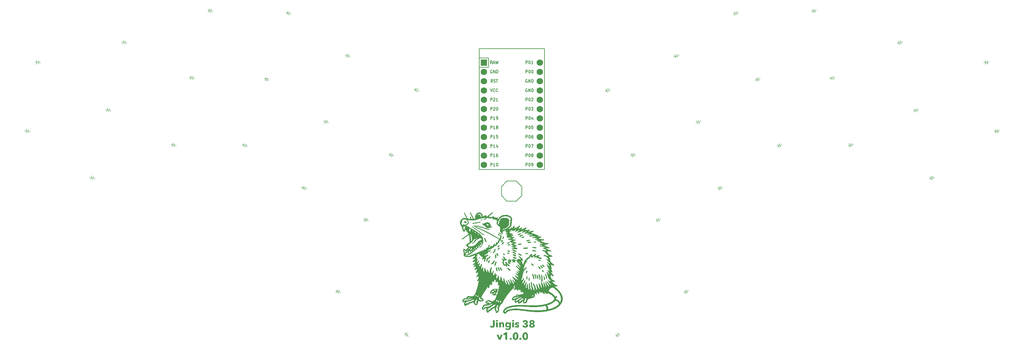
<source format=gbr>
%TF.GenerationSoftware,KiCad,Pcbnew,8.0.2-1*%
%TF.CreationDate,2024-07-02T10:22:07-04:00*%
%TF.ProjectId,thesplit,74686573-706c-4697-942e-6b696361645f,rev?*%
%TF.SameCoordinates,Original*%
%TF.FileFunction,Legend,Top*%
%TF.FilePolarity,Positive*%
%FSLAX46Y46*%
G04 Gerber Fmt 4.6, Leading zero omitted, Abs format (unit mm)*
G04 Created by KiCad (PCBNEW 8.0.2-1) date 2024-07-02 10:22:07*
%MOMM*%
%LPD*%
G01*
G04 APERTURE LIST*
%ADD10C,0.400000*%
%ADD11C,0.300000*%
%ADD12C,0.150000*%
%ADD13C,0.000000*%
%ADD14C,0.100000*%
%ADD15C,1.752600*%
%ADD16R,1.752600X1.752600*%
G04 APERTURE END LIST*
D10*
G36*
X337524913Y-264021981D02*
G01*
X337520479Y-264120678D01*
X337507176Y-264223083D01*
X337498046Y-264271598D01*
X337471874Y-264366463D01*
X337429102Y-264462567D01*
X337399860Y-264511444D01*
X337338036Y-264587854D01*
X337260275Y-264653685D01*
X337199581Y-264691695D01*
X337102819Y-264732022D01*
X336999626Y-264754156D01*
X336894354Y-264762249D01*
X336869365Y-264762526D01*
X336762492Y-264756705D01*
X336663707Y-264739244D01*
X336560712Y-264705035D01*
X336468282Y-264655622D01*
X336446825Y-264640893D01*
X336369583Y-264575344D01*
X336306385Y-264500819D01*
X336252074Y-264406250D01*
X336222121Y-264324842D01*
X336646615Y-264181716D01*
X336686576Y-264271686D01*
X336718423Y-264308234D01*
X336805671Y-264352319D01*
X336846406Y-264356106D01*
X336944592Y-264335101D01*
X337002721Y-264272086D01*
X337031298Y-264175000D01*
X337040488Y-264076874D01*
X337040823Y-264051779D01*
X337040823Y-262699162D01*
X337524913Y-262699162D01*
X337524913Y-264021981D01*
G37*
G36*
X338392463Y-262855478D02*
G01*
X338372751Y-262951275D01*
X338371458Y-262954152D01*
X338315282Y-263033286D01*
X338230774Y-263086043D01*
X338134403Y-263105506D01*
X338127704Y-263105582D01*
X338030317Y-263089375D01*
X337943946Y-263036359D01*
X337939148Y-263031821D01*
X337882362Y-262950854D01*
X337863433Y-262855478D01*
X337882973Y-262759734D01*
X337939148Y-262680600D01*
X338023656Y-262626378D01*
X338120714Y-262605455D01*
X338127704Y-262605373D01*
X338224590Y-262622546D01*
X338230774Y-262624912D01*
X338315282Y-262677669D01*
X338371458Y-262756803D01*
X338392463Y-262855478D01*
G37*
G36*
X337897139Y-264700000D02*
G01*
X337897139Y-263299023D01*
X338358758Y-263299023D01*
X338358758Y-264700000D01*
X337897139Y-264700000D01*
G37*
G36*
X339640056Y-264700000D02*
G01*
X339640056Y-263955547D01*
X339632032Y-263856371D01*
X339630286Y-263846615D01*
X339598046Y-263754780D01*
X339534543Y-263691765D01*
X339439631Y-263668409D01*
X339431961Y-263668318D01*
X339335363Y-263686270D01*
X339323517Y-263691765D01*
X339245848Y-263755757D01*
X339201455Y-263843856D01*
X339199442Y-263850523D01*
X339184432Y-263950239D01*
X339184298Y-263960921D01*
X339184298Y-264700000D01*
X338720237Y-264700000D01*
X338720237Y-263318073D01*
X339167201Y-263318073D01*
X339167201Y-263512002D01*
X339173063Y-263512002D01*
X339229109Y-263428868D01*
X339239009Y-263417236D01*
X339314717Y-263350062D01*
X339334752Y-263337124D01*
X339422771Y-263294168D01*
X339454431Y-263282903D01*
X339551861Y-263263559D01*
X339592184Y-263261898D01*
X339692018Y-263269042D01*
X339793211Y-263295435D01*
X339831542Y-263312700D01*
X339915677Y-263366417D01*
X339986965Y-263438148D01*
X339990788Y-263443126D01*
X340042812Y-263529221D01*
X340077739Y-263627285D01*
X340097023Y-263724479D01*
X340104579Y-263828389D01*
X340104606Y-263834891D01*
X340104606Y-264700000D01*
X339640056Y-264700000D01*
G37*
G36*
X341137692Y-263270003D02*
G01*
X341239743Y-263297079D01*
X341293091Y-263319539D01*
X341377218Y-263371700D01*
X341447880Y-263441721D01*
X341487509Y-263498325D01*
X341492882Y-263498325D01*
X341492882Y-263318562D01*
X341929100Y-263318562D01*
X341929100Y-264583251D01*
X341925405Y-264682261D01*
X341912418Y-264785692D01*
X341887021Y-264890736D01*
X341869993Y-264939357D01*
X341828376Y-265028897D01*
X341771799Y-265115600D01*
X341703908Y-265189951D01*
X341624877Y-265252458D01*
X341534878Y-265302959D01*
X341443545Y-265338450D01*
X341344741Y-265364468D01*
X341239449Y-265380849D01*
X341139140Y-265387354D01*
X341104536Y-265387787D01*
X340999349Y-265383653D01*
X340892617Y-265371249D01*
X340796446Y-265353282D01*
X340723517Y-265335519D01*
X340629056Y-265306668D01*
X340530524Y-265267131D01*
X340440184Y-265220097D01*
X340384508Y-265184577D01*
X340615073Y-264866573D01*
X340694162Y-264927756D01*
X340786353Y-264979154D01*
X340838800Y-265000418D01*
X340937695Y-265028567D01*
X341035138Y-265042365D01*
X341079623Y-265043893D01*
X341185269Y-265034658D01*
X341282985Y-265002735D01*
X341366561Y-264941283D01*
X341379065Y-264927145D01*
X341434409Y-264838097D01*
X341464787Y-264741316D01*
X341475894Y-264641324D01*
X341476273Y-264617445D01*
X341476273Y-264525610D01*
X341467481Y-264525610D01*
X341391643Y-264596929D01*
X341306652Y-264646510D01*
X341293091Y-264652616D01*
X341198711Y-264683295D01*
X341094173Y-264698334D01*
X341042498Y-264700000D01*
X340936674Y-264693304D01*
X340839507Y-264673217D01*
X340758688Y-264643335D01*
X340671287Y-264594838D01*
X340588541Y-264529586D01*
X340549128Y-264488974D01*
X340486046Y-264404355D01*
X340439838Y-264316942D01*
X340418213Y-264261828D01*
X340390828Y-264162612D01*
X340376081Y-264059137D01*
X340374177Y-264010746D01*
X340820237Y-264010746D01*
X340832877Y-264109573D01*
X340842707Y-264141172D01*
X340889743Y-264229925D01*
X340907188Y-264251570D01*
X340984623Y-264314276D01*
X341010258Y-264327773D01*
X341106668Y-264353864D01*
X341149476Y-264356106D01*
X341250227Y-264342714D01*
X341291137Y-264327773D01*
X341375126Y-264274925D01*
X341398116Y-264253035D01*
X341454585Y-264170687D01*
X341466015Y-264144103D01*
X341488455Y-264045642D01*
X341489951Y-264010746D01*
X341476487Y-263911919D01*
X341466015Y-263880321D01*
X341418296Y-263795049D01*
X341397139Y-263770411D01*
X341316484Y-263708432D01*
X341290160Y-263695673D01*
X341192401Y-263670482D01*
X341149476Y-263668318D01*
X341049881Y-263681247D01*
X341010258Y-263695673D01*
X340926645Y-263749578D01*
X340907188Y-263768946D01*
X340853473Y-263851294D01*
X340842707Y-263877878D01*
X340821641Y-263976064D01*
X340820237Y-264010746D01*
X340374177Y-264010746D01*
X340373273Y-263987787D01*
X340378583Y-263890054D01*
X340396489Y-263787255D01*
X340418213Y-263712770D01*
X340457689Y-263618912D01*
X340508705Y-263533709D01*
X340549128Y-263481716D01*
X340618897Y-263412313D01*
X340699245Y-263354313D01*
X340758688Y-263321981D01*
X340856416Y-263285368D01*
X340954206Y-263266650D01*
X341040056Y-263261898D01*
X341137692Y-263270003D01*
G37*
G36*
X342786880Y-262855478D02*
G01*
X342767168Y-262951275D01*
X342765876Y-262954152D01*
X342709700Y-263033286D01*
X342625192Y-263086043D01*
X342528821Y-263105506D01*
X342522121Y-263105582D01*
X342424734Y-263089375D01*
X342338364Y-263036359D01*
X342333566Y-263031821D01*
X342276779Y-262950854D01*
X342257850Y-262855478D01*
X342277390Y-262759734D01*
X342333566Y-262680600D01*
X342418074Y-262626378D01*
X342515132Y-262605455D01*
X342522121Y-262605373D01*
X342619007Y-262622546D01*
X342625192Y-262624912D01*
X342709700Y-262677669D01*
X342765876Y-262756803D01*
X342786880Y-262855478D01*
G37*
G36*
X342291556Y-264700000D02*
G01*
X342291556Y-263299023D01*
X342753175Y-263299023D01*
X342753175Y-264700000D01*
X342291556Y-264700000D01*
G37*
G36*
X343938730Y-263732309D02*
G01*
X343860687Y-263672241D01*
X343806350Y-263642428D01*
X343713338Y-263611838D01*
X343646127Y-263605792D01*
X343547474Y-263622238D01*
X343526448Y-263630704D01*
X343471737Y-263715212D01*
X343528583Y-263795689D01*
X343532310Y-263797278D01*
X343630415Y-263828176D01*
X343727704Y-263851500D01*
X343826584Y-263877603D01*
X343886462Y-263898394D01*
X343976492Y-263940668D01*
X344031542Y-263977529D01*
X344102640Y-264047367D01*
X344135589Y-264097697D01*
X344168627Y-264191452D01*
X344175157Y-264266713D01*
X344166289Y-264364566D01*
X344134017Y-264461244D01*
X344121423Y-264484089D01*
X344059996Y-264564445D01*
X343982205Y-264627704D01*
X343891347Y-264674476D01*
X343796407Y-264704794D01*
X343789742Y-264706350D01*
X343689449Y-264724232D01*
X343589157Y-264731165D01*
X343575785Y-264731263D01*
X343469291Y-264725729D01*
X343364133Y-264709128D01*
X343260311Y-264681460D01*
X343239707Y-264674598D01*
X343142162Y-264633678D01*
X343055303Y-264582358D01*
X342979130Y-264520639D01*
X342965178Y-264507048D01*
X343224075Y-264230076D01*
X343297848Y-264295359D01*
X343375994Y-264342428D01*
X343469051Y-264376133D01*
X343567481Y-264387369D01*
X343664666Y-264367547D01*
X343678367Y-264361479D01*
X343733350Y-264278160D01*
X343733566Y-264270132D01*
X343681954Y-264185288D01*
X343666155Y-264177320D01*
X343573024Y-264144451D01*
X343472783Y-264118387D01*
X343455129Y-264114305D01*
X343358958Y-264087878D01*
X343308583Y-264070341D01*
X343219145Y-264026233D01*
X343177669Y-263996580D01*
X343108340Y-263922613D01*
X343083391Y-263882274D01*
X343051907Y-263786104D01*
X343046755Y-263718143D01*
X343056946Y-263617538D01*
X343090484Y-263525518D01*
X343100000Y-263509071D01*
X343161427Y-263430914D01*
X343238241Y-263368387D01*
X343327268Y-263320882D01*
X343425331Y-263287787D01*
X343521287Y-263269204D01*
X343623167Y-263261923D01*
X343629518Y-263261898D01*
X343727158Y-263266907D01*
X343833019Y-263283987D01*
X343927854Y-263310033D01*
X343937264Y-263313189D01*
X344035496Y-263354176D01*
X344122645Y-263407285D01*
X344192254Y-263466085D01*
X343938730Y-263732309D01*
G37*
G36*
X346595115Y-264132868D02*
G01*
X346587265Y-264239505D01*
X346563714Y-264335753D01*
X346528681Y-264414235D01*
X346473451Y-264497423D01*
X346406682Y-264568933D01*
X346355757Y-264610118D01*
X346271745Y-264662142D01*
X346180177Y-264703175D01*
X346114934Y-264724424D01*
X346014298Y-264747642D01*
X345912426Y-264760144D01*
X345843824Y-264762526D01*
X345743669Y-264758061D01*
X345645438Y-264744665D01*
X345581019Y-264730774D01*
X345480741Y-264699574D01*
X345387880Y-264657572D01*
X345347522Y-264634542D01*
X345266147Y-264575628D01*
X345193478Y-264504460D01*
X345162875Y-264467480D01*
X345109386Y-264385186D01*
X345066887Y-264292175D01*
X345044661Y-264224214D01*
X345483810Y-264108443D01*
X345526553Y-264201133D01*
X345593686Y-264277161D01*
X345599093Y-264281856D01*
X345684671Y-264332612D01*
X345780379Y-264354293D01*
X345821354Y-264356106D01*
X345920700Y-264343269D01*
X345923936Y-264342428D01*
X346014202Y-264302175D01*
X346016748Y-264300418D01*
X346082496Y-264228075D01*
X346084159Y-264225191D01*
X346110370Y-264130755D01*
X346111026Y-264109909D01*
X346091242Y-264013280D01*
X346075855Y-263987299D01*
X346003868Y-263920670D01*
X345983042Y-263909141D01*
X345887788Y-263875252D01*
X345852128Y-263868108D01*
X345751819Y-263857089D01*
X345706071Y-263855896D01*
X345579553Y-263855896D01*
X345579553Y-263512002D01*
X345717306Y-263512002D01*
X345815400Y-263506782D01*
X345846755Y-263502721D01*
X345942054Y-263475106D01*
X345957641Y-263467550D01*
X346032545Y-263403980D01*
X346036287Y-263398674D01*
X346065619Y-263302022D01*
X346066085Y-263284856D01*
X346041974Y-263184908D01*
X345989881Y-263128541D01*
X345897592Y-263084698D01*
X345815980Y-263074319D01*
X345715607Y-263091414D01*
X345639637Y-263134891D01*
X345575360Y-263210449D01*
X345542917Y-263296580D01*
X345103768Y-263194975D01*
X345139582Y-263096694D01*
X345187488Y-263007442D01*
X345213677Y-262969295D01*
X345277565Y-262893810D01*
X345356104Y-262824781D01*
X345386601Y-262803210D01*
X345477589Y-262750917D01*
X345568106Y-262713578D01*
X345604466Y-262702093D01*
X345701482Y-262679954D01*
X345800433Y-262669101D01*
X345846755Y-262667899D01*
X345945009Y-262672639D01*
X346049126Y-262688471D01*
X346104187Y-262701605D01*
X346201358Y-262735117D01*
X346289661Y-262780884D01*
X346327425Y-262806140D01*
X346406472Y-262874515D01*
X346470933Y-262956541D01*
X346486671Y-262982484D01*
X346525889Y-263074501D01*
X346544345Y-263170603D01*
X346547243Y-263231612D01*
X346538037Y-263330616D01*
X346506641Y-263427729D01*
X346452966Y-263512491D01*
X346382031Y-263581966D01*
X346298860Y-263633895D01*
X346212631Y-263665875D01*
X346212631Y-263674180D01*
X346307990Y-263705821D01*
X346367481Y-263737194D01*
X346447585Y-263798026D01*
X346488137Y-263840753D01*
X346544927Y-263925714D01*
X346566783Y-263975087D01*
X346591131Y-264071296D01*
X346595115Y-264132868D01*
G37*
G36*
X347772778Y-262672708D02*
G01*
X347870734Y-262687133D01*
X347934054Y-262702093D01*
X348030822Y-262735600D01*
X348117916Y-262780554D01*
X348154850Y-262805163D01*
X348231332Y-262871641D01*
X348293229Y-262951396D01*
X348308234Y-262976622D01*
X348347638Y-263072552D01*
X348364468Y-263172681D01*
X348365876Y-263214026D01*
X348355890Y-263319069D01*
X348322219Y-263419704D01*
X348281368Y-263485624D01*
X348210911Y-263558485D01*
X348126304Y-263612936D01*
X348062038Y-263639009D01*
X348062038Y-263647313D01*
X348152713Y-263684407D01*
X348202721Y-263714724D01*
X348280630Y-263780430D01*
X348315562Y-263820725D01*
X348367578Y-263904531D01*
X348391277Y-263961409D01*
X348414933Y-264058418D01*
X348419609Y-264128960D01*
X348412278Y-264234543D01*
X348390287Y-264330313D01*
X348357571Y-264408862D01*
X348305571Y-264492324D01*
X348236058Y-264570184D01*
X348192952Y-264606699D01*
X348103960Y-264663988D01*
X348011797Y-264705135D01*
X347953594Y-264723935D01*
X347849935Y-264747451D01*
X347752381Y-264759473D01*
X347670760Y-264762526D01*
X347569947Y-264757966D01*
X347472367Y-264744286D01*
X347386462Y-264723935D01*
X347289810Y-264689566D01*
X347202089Y-264644343D01*
X347148569Y-264608164D01*
X347071913Y-264538286D01*
X347008639Y-264454864D01*
X346983950Y-264411793D01*
X346946443Y-264316561D01*
X346927269Y-264219007D01*
X346922400Y-264131891D01*
X346923054Y-264124563D01*
X347392324Y-264124563D01*
X347405061Y-264224996D01*
X347451415Y-264318240D01*
X347469504Y-264339009D01*
X347552409Y-264396160D01*
X347647991Y-264417932D01*
X347670760Y-264418632D01*
X347770070Y-264403391D01*
X347855929Y-264353238D01*
X347870551Y-264339009D01*
X347925248Y-264252233D01*
X347946085Y-264149357D01*
X347946755Y-264124563D01*
X347933936Y-264027510D01*
X347891461Y-263938499D01*
X347869086Y-263910607D01*
X347787069Y-263848897D01*
X347685732Y-263824969D01*
X347670760Y-263824633D01*
X347571411Y-263840808D01*
X347484471Y-263894039D01*
X347469504Y-263909141D01*
X347416744Y-263991968D01*
X347393530Y-264092560D01*
X347392324Y-264124563D01*
X346923054Y-264124563D01*
X346931210Y-264033144D01*
X346950244Y-263961898D01*
X346993864Y-263869849D01*
X347027913Y-263821214D01*
X347099190Y-263747793D01*
X347141730Y-263715212D01*
X347230578Y-263666125D01*
X347279972Y-263647801D01*
X347279972Y-263641939D01*
X347188793Y-263598823D01*
X347109429Y-263539083D01*
X347063084Y-263490020D01*
X347010099Y-263402688D01*
X346981568Y-263299694D01*
X346977506Y-263241870D01*
X347434822Y-263241870D01*
X347454760Y-263342643D01*
X347497837Y-263409909D01*
X347578406Y-263465176D01*
X347671249Y-263480739D01*
X347771460Y-263460749D01*
X347842707Y-263409909D01*
X347895306Y-263326964D01*
X347910118Y-263241870D01*
X347890266Y-263146022D01*
X347839777Y-263077250D01*
X347751832Y-263024322D01*
X347671249Y-263011793D01*
X347574773Y-263028157D01*
X347499302Y-263077250D01*
X347447164Y-263161554D01*
X347434822Y-263241870D01*
X346977506Y-263241870D01*
X346976134Y-263222330D01*
X346985405Y-263117866D01*
X347013219Y-263023560D01*
X347032310Y-262983461D01*
X347089037Y-262898964D01*
X347160911Y-262827558D01*
X347184229Y-262809560D01*
X347273894Y-262754649D01*
X347367704Y-262715549D01*
X347406490Y-262703558D01*
X347503027Y-262681828D01*
X347602861Y-262670128D01*
X347671249Y-262667899D01*
X347772778Y-262672708D01*
G37*
G36*
X339102233Y-268060000D02*
G01*
X338603978Y-268060000D01*
X338052478Y-266659023D01*
X338561968Y-266659023D01*
X338857502Y-267567606D01*
X338865806Y-267567606D01*
X339161340Y-266659023D01*
X339653734Y-266659023D01*
X339102233Y-268060000D01*
G37*
G36*
X340438242Y-268060000D02*
G01*
X340438242Y-266590635D01*
X340066993Y-266877376D01*
X339822261Y-266542763D01*
X340477809Y-266059162D01*
X340911096Y-266059162D01*
X340911096Y-268060000D01*
X340438242Y-268060000D01*
G37*
G36*
X342155757Y-267809895D02*
G01*
X342139863Y-267907802D01*
X342087555Y-267995686D01*
X342072715Y-268011151D01*
X341987778Y-268068653D01*
X341888674Y-268090950D01*
X341874390Y-268091263D01*
X341776189Y-268074807D01*
X341763015Y-268069769D01*
X341679194Y-268017974D01*
X341671668Y-268011151D01*
X341612506Y-267929463D01*
X341609630Y-267923224D01*
X341587511Y-267827694D01*
X341587160Y-267812826D01*
X341605615Y-267713566D01*
X341609630Y-267703893D01*
X341664399Y-267620875D01*
X341671668Y-267613524D01*
X341753414Y-267555932D01*
X341763015Y-267551486D01*
X341859720Y-267528886D01*
X341874390Y-267528527D01*
X341975383Y-267546237D01*
X342062209Y-267599367D01*
X342072715Y-267609127D01*
X342132321Y-267693141D01*
X342155433Y-267794971D01*
X342155757Y-267809895D01*
G37*
G36*
X343302661Y-266033181D02*
G01*
X343407409Y-266051749D01*
X343502112Y-266083688D01*
X343559665Y-266112407D01*
X343646782Y-266170548D01*
X343723117Y-266239948D01*
X343788672Y-266320605D01*
X343800489Y-266338087D01*
X343853535Y-266431300D01*
X343892793Y-266523186D01*
X343924015Y-266622646D01*
X343935311Y-266669281D01*
X343953904Y-266765390D01*
X343967184Y-266864187D01*
X343975153Y-266965669D01*
X343977809Y-267069839D01*
X343975153Y-267173886D01*
X343967184Y-267275491D01*
X343953904Y-267374654D01*
X343935311Y-267471374D01*
X343907662Y-267574904D01*
X343871976Y-267671169D01*
X343828252Y-267760169D01*
X343800489Y-267806475D01*
X343737091Y-267891121D01*
X343662911Y-267964317D01*
X343577951Y-268026065D01*
X343559665Y-268037041D01*
X343461262Y-268082121D01*
X343362095Y-268108417D01*
X343252881Y-268121190D01*
X343201117Y-268122526D01*
X343099481Y-268117183D01*
X342994411Y-268098400D01*
X342899154Y-268066092D01*
X342841103Y-268037041D01*
X342753328Y-267977583D01*
X342676239Y-267906676D01*
X342609835Y-267824320D01*
X342597837Y-267806475D01*
X342548902Y-267721510D01*
X342508158Y-267629281D01*
X342475606Y-267529787D01*
X342461061Y-267471374D01*
X342442682Y-267374654D01*
X342429554Y-267275491D01*
X342421677Y-267173886D01*
X342419113Y-267072281D01*
X342903141Y-267072281D01*
X342905949Y-267171566D01*
X342913684Y-267272853D01*
X342914376Y-267279888D01*
X342929524Y-267382026D01*
X342953903Y-267476866D01*
X342957851Y-267488960D01*
X342999688Y-267582520D01*
X343049198Y-267650648D01*
X343131270Y-267705303D01*
X343201117Y-267716106D01*
X343298932Y-267693029D01*
X343351570Y-267650648D01*
X343407916Y-267567272D01*
X343439986Y-267488960D01*
X343466242Y-267388576D01*
X343481763Y-267286924D01*
X343482485Y-267279888D01*
X343490549Y-267178071D01*
X343493709Y-267078222D01*
X343493720Y-267072281D01*
X343490549Y-266969192D01*
X343482485Y-266869071D01*
X343467551Y-266767985D01*
X343441921Y-266667494D01*
X343439986Y-266661465D01*
X343399706Y-266567904D01*
X343351570Y-266499776D01*
X343265780Y-266443524D01*
X343201117Y-266434319D01*
X343102785Y-266457395D01*
X343049198Y-266499776D01*
X342991203Y-266583153D01*
X342957851Y-266661465D01*
X342930862Y-266761482D01*
X342915098Y-266862125D01*
X342914376Y-266869071D01*
X342906311Y-266969192D01*
X342903141Y-267072281D01*
X342419113Y-267072281D01*
X342419051Y-267069839D01*
X342421677Y-266965669D01*
X342429554Y-266864187D01*
X342442682Y-266765390D01*
X342461061Y-266669281D01*
X342489062Y-266566455D01*
X342525255Y-266471204D01*
X342569639Y-266383525D01*
X342597837Y-266338087D01*
X342662103Y-266255178D01*
X342737055Y-266183528D01*
X342822693Y-266123135D01*
X342841103Y-266112407D01*
X342940279Y-266067842D01*
X343039897Y-266041846D01*
X343149330Y-266029219D01*
X343201117Y-266027899D01*
X343302661Y-266033181D01*
G37*
G36*
X344803350Y-267809895D02*
G01*
X344787455Y-267907802D01*
X344735148Y-267995686D01*
X344720307Y-268011151D01*
X344635371Y-268068653D01*
X344536267Y-268090950D01*
X344521982Y-268091263D01*
X344423781Y-268074807D01*
X344410607Y-268069769D01*
X344326787Y-268017974D01*
X344319261Y-268011151D01*
X344260098Y-267929463D01*
X344257223Y-267923224D01*
X344235104Y-267827694D01*
X344234753Y-267812826D01*
X344253207Y-267713566D01*
X344257223Y-267703893D01*
X344311992Y-267620875D01*
X344319261Y-267613524D01*
X344401006Y-267555932D01*
X344410607Y-267551486D01*
X344507312Y-267528886D01*
X344521982Y-267528527D01*
X344622976Y-267546237D01*
X344709801Y-267599367D01*
X344720307Y-267609127D01*
X344779913Y-267693141D01*
X344803025Y-267794971D01*
X344803350Y-267809895D01*
G37*
G36*
X345950253Y-266033181D02*
G01*
X346055002Y-266051749D01*
X346149704Y-266083688D01*
X346207258Y-266112407D01*
X346294374Y-266170548D01*
X346370710Y-266239948D01*
X346436264Y-266320605D01*
X346448081Y-266338087D01*
X346501128Y-266431300D01*
X346540386Y-266523186D01*
X346571607Y-266622646D01*
X346582903Y-266669281D01*
X346601496Y-266765390D01*
X346614777Y-266864187D01*
X346622745Y-266965669D01*
X346625402Y-267069839D01*
X346622745Y-267173886D01*
X346614777Y-267275491D01*
X346601496Y-267374654D01*
X346582903Y-267471374D01*
X346555254Y-267574904D01*
X346519568Y-267671169D01*
X346475845Y-267760169D01*
X346448081Y-267806475D01*
X346384683Y-267891121D01*
X346310504Y-267964317D01*
X346225544Y-268026065D01*
X346207258Y-268037041D01*
X346108855Y-268082121D01*
X346009687Y-268108417D01*
X345900473Y-268121190D01*
X345848709Y-268122526D01*
X345747074Y-268117183D01*
X345642003Y-268098400D01*
X345546747Y-268066092D01*
X345488695Y-268037041D01*
X345400921Y-267977583D01*
X345323831Y-267906676D01*
X345257428Y-267824320D01*
X345245429Y-267806475D01*
X345196494Y-267721510D01*
X345155750Y-267629281D01*
X345123198Y-267529787D01*
X345108653Y-267471374D01*
X345090274Y-267374654D01*
X345077146Y-267275491D01*
X345069269Y-267173886D01*
X345066706Y-267072281D01*
X345550733Y-267072281D01*
X345553542Y-267171566D01*
X345561277Y-267272853D01*
X345561968Y-267279888D01*
X345577116Y-267382026D01*
X345601495Y-267476866D01*
X345605443Y-267488960D01*
X345647281Y-267582520D01*
X345696790Y-267650648D01*
X345778862Y-267705303D01*
X345848709Y-267716106D01*
X345946525Y-267693029D01*
X345999163Y-267650648D01*
X346055509Y-267567272D01*
X346087579Y-267488960D01*
X346113835Y-267388576D01*
X346129355Y-267286924D01*
X346130077Y-267279888D01*
X346138141Y-267178071D01*
X346141301Y-267078222D01*
X346141312Y-267072281D01*
X346138141Y-266969192D01*
X346130077Y-266869071D01*
X346115143Y-266767985D01*
X346089513Y-266667494D01*
X346087579Y-266661465D01*
X346047298Y-266567904D01*
X345999163Y-266499776D01*
X345913373Y-266443524D01*
X345848709Y-266434319D01*
X345750377Y-266457395D01*
X345696790Y-266499776D01*
X345638796Y-266583153D01*
X345605443Y-266661465D01*
X345578455Y-266761482D01*
X345562691Y-266862125D01*
X345561968Y-266869071D01*
X345553904Y-266969192D01*
X345550733Y-267072281D01*
X345066706Y-267072281D01*
X345066644Y-267069839D01*
X345069269Y-266965669D01*
X345077146Y-266864187D01*
X345090274Y-266765390D01*
X345108653Y-266669281D01*
X345136655Y-266566455D01*
X345172847Y-266471204D01*
X345217232Y-266383525D01*
X345245429Y-266338087D01*
X345309696Y-266255178D01*
X345384648Y-266183528D01*
X345470286Y-266123135D01*
X345488695Y-266112407D01*
X345587871Y-266067842D01*
X345687489Y-266041846D01*
X345796922Y-266029219D01*
X345848709Y-266027899D01*
X345950253Y-266033181D01*
G37*
D11*
X340678572Y-246249757D02*
X340535715Y-246178328D01*
X340535715Y-246178328D02*
X340321429Y-246178328D01*
X340321429Y-246178328D02*
X340107143Y-246249757D01*
X340107143Y-246249757D02*
X339964286Y-246392614D01*
X339964286Y-246392614D02*
X339892857Y-246535471D01*
X339892857Y-246535471D02*
X339821429Y-246821185D01*
X339821429Y-246821185D02*
X339821429Y-247035471D01*
X339821429Y-247035471D02*
X339892857Y-247321185D01*
X339892857Y-247321185D02*
X339964286Y-247464042D01*
X339964286Y-247464042D02*
X340107143Y-247606900D01*
X340107143Y-247606900D02*
X340321429Y-247678328D01*
X340321429Y-247678328D02*
X340464286Y-247678328D01*
X340464286Y-247678328D02*
X340678572Y-247606900D01*
X340678572Y-247606900D02*
X340750000Y-247535471D01*
X340750000Y-247535471D02*
X340750000Y-247035471D01*
X340750000Y-247035471D02*
X340464286Y-247035471D01*
X341607143Y-246178328D02*
X341607143Y-246535471D01*
X341250000Y-246392614D02*
X341607143Y-246535471D01*
X341607143Y-246535471D02*
X341964286Y-246392614D01*
X341392857Y-246821185D02*
X341607143Y-246535471D01*
X341607143Y-246535471D02*
X341821429Y-246821185D01*
X342750000Y-246178328D02*
X342750000Y-246535471D01*
X342392857Y-246392614D02*
X342750000Y-246535471D01*
X342750000Y-246535471D02*
X343107143Y-246392614D01*
X342535714Y-246821185D02*
X342750000Y-246535471D01*
X342750000Y-246535471D02*
X342964286Y-246821185D01*
X343892857Y-246178328D02*
X343892857Y-246535471D01*
X343535714Y-246392614D02*
X343892857Y-246535471D01*
X343892857Y-246535471D02*
X344250000Y-246392614D01*
X343678571Y-246821185D02*
X343892857Y-246535471D01*
X343892857Y-246535471D02*
X344107143Y-246821185D01*
D12*
X346001398Y-220625523D02*
X346001398Y-219825523D01*
X346001398Y-219825523D02*
X346306160Y-219825523D01*
X346306160Y-219825523D02*
X346382350Y-219863618D01*
X346382350Y-219863618D02*
X346420445Y-219901713D01*
X346420445Y-219901713D02*
X346458541Y-219977904D01*
X346458541Y-219977904D02*
X346458541Y-220092189D01*
X346458541Y-220092189D02*
X346420445Y-220168380D01*
X346420445Y-220168380D02*
X346382350Y-220206475D01*
X346382350Y-220206475D02*
X346306160Y-220244570D01*
X346306160Y-220244570D02*
X346001398Y-220244570D01*
X346953779Y-219825523D02*
X347029969Y-219825523D01*
X347029969Y-219825523D02*
X347106160Y-219863618D01*
X347106160Y-219863618D02*
X347144255Y-219901713D01*
X347144255Y-219901713D02*
X347182350Y-219977904D01*
X347182350Y-219977904D02*
X347220445Y-220130285D01*
X347220445Y-220130285D02*
X347220445Y-220320761D01*
X347220445Y-220320761D02*
X347182350Y-220473142D01*
X347182350Y-220473142D02*
X347144255Y-220549332D01*
X347144255Y-220549332D02*
X347106160Y-220587428D01*
X347106160Y-220587428D02*
X347029969Y-220625523D01*
X347029969Y-220625523D02*
X346953779Y-220625523D01*
X346953779Y-220625523D02*
X346877588Y-220587428D01*
X346877588Y-220587428D02*
X346839493Y-220549332D01*
X346839493Y-220549332D02*
X346801398Y-220473142D01*
X346801398Y-220473142D02*
X346763302Y-220320761D01*
X346763302Y-220320761D02*
X346763302Y-220130285D01*
X346763302Y-220130285D02*
X346801398Y-219977904D01*
X346801398Y-219977904D02*
X346839493Y-219901713D01*
X346839493Y-219901713D02*
X346877588Y-219863618D01*
X346877588Y-219863618D02*
X346953779Y-219825523D01*
X347601398Y-220625523D02*
X347753779Y-220625523D01*
X347753779Y-220625523D02*
X347829969Y-220587428D01*
X347829969Y-220587428D02*
X347868065Y-220549332D01*
X347868065Y-220549332D02*
X347944255Y-220435047D01*
X347944255Y-220435047D02*
X347982350Y-220282666D01*
X347982350Y-220282666D02*
X347982350Y-219977904D01*
X347982350Y-219977904D02*
X347944255Y-219901713D01*
X347944255Y-219901713D02*
X347906160Y-219863618D01*
X347906160Y-219863618D02*
X347829969Y-219825523D01*
X347829969Y-219825523D02*
X347677588Y-219825523D01*
X347677588Y-219825523D02*
X347601398Y-219863618D01*
X347601398Y-219863618D02*
X347563303Y-219901713D01*
X347563303Y-219901713D02*
X347525207Y-219977904D01*
X347525207Y-219977904D02*
X347525207Y-220168380D01*
X347525207Y-220168380D02*
X347563303Y-220244570D01*
X347563303Y-220244570D02*
X347601398Y-220282666D01*
X347601398Y-220282666D02*
X347677588Y-220320761D01*
X347677588Y-220320761D02*
X347829969Y-220320761D01*
X347829969Y-220320761D02*
X347906160Y-220282666D01*
X347906160Y-220282666D02*
X347944255Y-220244570D01*
X347944255Y-220244570D02*
X347982350Y-220168380D01*
X346001398Y-218085531D02*
X346001398Y-217285531D01*
X346001398Y-217285531D02*
X346306160Y-217285531D01*
X346306160Y-217285531D02*
X346382350Y-217323626D01*
X346382350Y-217323626D02*
X346420445Y-217361721D01*
X346420445Y-217361721D02*
X346458541Y-217437912D01*
X346458541Y-217437912D02*
X346458541Y-217552197D01*
X346458541Y-217552197D02*
X346420445Y-217628388D01*
X346420445Y-217628388D02*
X346382350Y-217666483D01*
X346382350Y-217666483D02*
X346306160Y-217704578D01*
X346306160Y-217704578D02*
X346001398Y-217704578D01*
X346953779Y-217285531D02*
X347029969Y-217285531D01*
X347029969Y-217285531D02*
X347106160Y-217323626D01*
X347106160Y-217323626D02*
X347144255Y-217361721D01*
X347144255Y-217361721D02*
X347182350Y-217437912D01*
X347182350Y-217437912D02*
X347220445Y-217590293D01*
X347220445Y-217590293D02*
X347220445Y-217780769D01*
X347220445Y-217780769D02*
X347182350Y-217933150D01*
X347182350Y-217933150D02*
X347144255Y-218009340D01*
X347144255Y-218009340D02*
X347106160Y-218047436D01*
X347106160Y-218047436D02*
X347029969Y-218085531D01*
X347029969Y-218085531D02*
X346953779Y-218085531D01*
X346953779Y-218085531D02*
X346877588Y-218047436D01*
X346877588Y-218047436D02*
X346839493Y-218009340D01*
X346839493Y-218009340D02*
X346801398Y-217933150D01*
X346801398Y-217933150D02*
X346763302Y-217780769D01*
X346763302Y-217780769D02*
X346763302Y-217590293D01*
X346763302Y-217590293D02*
X346801398Y-217437912D01*
X346801398Y-217437912D02*
X346839493Y-217361721D01*
X346839493Y-217361721D02*
X346877588Y-217323626D01*
X346877588Y-217323626D02*
X346953779Y-217285531D01*
X347677588Y-217628388D02*
X347601398Y-217590293D01*
X347601398Y-217590293D02*
X347563303Y-217552197D01*
X347563303Y-217552197D02*
X347525207Y-217476007D01*
X347525207Y-217476007D02*
X347525207Y-217437912D01*
X347525207Y-217437912D02*
X347563303Y-217361721D01*
X347563303Y-217361721D02*
X347601398Y-217323626D01*
X347601398Y-217323626D02*
X347677588Y-217285531D01*
X347677588Y-217285531D02*
X347829969Y-217285531D01*
X347829969Y-217285531D02*
X347906160Y-217323626D01*
X347906160Y-217323626D02*
X347944255Y-217361721D01*
X347944255Y-217361721D02*
X347982350Y-217437912D01*
X347982350Y-217437912D02*
X347982350Y-217476007D01*
X347982350Y-217476007D02*
X347944255Y-217552197D01*
X347944255Y-217552197D02*
X347906160Y-217590293D01*
X347906160Y-217590293D02*
X347829969Y-217628388D01*
X347829969Y-217628388D02*
X347677588Y-217628388D01*
X347677588Y-217628388D02*
X347601398Y-217666483D01*
X347601398Y-217666483D02*
X347563303Y-217704578D01*
X347563303Y-217704578D02*
X347525207Y-217780769D01*
X347525207Y-217780769D02*
X347525207Y-217933150D01*
X347525207Y-217933150D02*
X347563303Y-218009340D01*
X347563303Y-218009340D02*
X347601398Y-218047436D01*
X347601398Y-218047436D02*
X347677588Y-218085531D01*
X347677588Y-218085531D02*
X347829969Y-218085531D01*
X347829969Y-218085531D02*
X347906160Y-218047436D01*
X347906160Y-218047436D02*
X347944255Y-218009340D01*
X347944255Y-218009340D02*
X347982350Y-217933150D01*
X347982350Y-217933150D02*
X347982350Y-217780769D01*
X347982350Y-217780769D02*
X347944255Y-217704578D01*
X347944255Y-217704578D02*
X347906160Y-217666483D01*
X347906160Y-217666483D02*
X347829969Y-217628388D01*
X346001401Y-215545524D02*
X346001401Y-214745524D01*
X346001401Y-214745524D02*
X346306163Y-214745524D01*
X346306163Y-214745524D02*
X346382353Y-214783619D01*
X346382353Y-214783619D02*
X346420448Y-214821714D01*
X346420448Y-214821714D02*
X346458544Y-214897905D01*
X346458544Y-214897905D02*
X346458544Y-215012190D01*
X346458544Y-215012190D02*
X346420448Y-215088381D01*
X346420448Y-215088381D02*
X346382353Y-215126476D01*
X346382353Y-215126476D02*
X346306163Y-215164571D01*
X346306163Y-215164571D02*
X346001401Y-215164571D01*
X346953782Y-214745524D02*
X347029972Y-214745524D01*
X347029972Y-214745524D02*
X347106163Y-214783619D01*
X347106163Y-214783619D02*
X347144258Y-214821714D01*
X347144258Y-214821714D02*
X347182353Y-214897905D01*
X347182353Y-214897905D02*
X347220448Y-215050286D01*
X347220448Y-215050286D02*
X347220448Y-215240762D01*
X347220448Y-215240762D02*
X347182353Y-215393143D01*
X347182353Y-215393143D02*
X347144258Y-215469333D01*
X347144258Y-215469333D02*
X347106163Y-215507429D01*
X347106163Y-215507429D02*
X347029972Y-215545524D01*
X347029972Y-215545524D02*
X346953782Y-215545524D01*
X346953782Y-215545524D02*
X346877591Y-215507429D01*
X346877591Y-215507429D02*
X346839496Y-215469333D01*
X346839496Y-215469333D02*
X346801401Y-215393143D01*
X346801401Y-215393143D02*
X346763305Y-215240762D01*
X346763305Y-215240762D02*
X346763305Y-215050286D01*
X346763305Y-215050286D02*
X346801401Y-214897905D01*
X346801401Y-214897905D02*
X346839496Y-214821714D01*
X346839496Y-214821714D02*
X346877591Y-214783619D01*
X346877591Y-214783619D02*
X346953782Y-214745524D01*
X347487115Y-214745524D02*
X348020449Y-214745524D01*
X348020449Y-214745524D02*
X347677591Y-215545524D01*
X346001406Y-213005523D02*
X346001406Y-212205523D01*
X346001406Y-212205523D02*
X346306168Y-212205523D01*
X346306168Y-212205523D02*
X346382358Y-212243618D01*
X346382358Y-212243618D02*
X346420453Y-212281713D01*
X346420453Y-212281713D02*
X346458549Y-212357904D01*
X346458549Y-212357904D02*
X346458549Y-212472189D01*
X346458549Y-212472189D02*
X346420453Y-212548380D01*
X346420453Y-212548380D02*
X346382358Y-212586475D01*
X346382358Y-212586475D02*
X346306168Y-212624570D01*
X346306168Y-212624570D02*
X346001406Y-212624570D01*
X346953787Y-212205523D02*
X347029977Y-212205523D01*
X347029977Y-212205523D02*
X347106168Y-212243618D01*
X347106168Y-212243618D02*
X347144263Y-212281713D01*
X347144263Y-212281713D02*
X347182358Y-212357904D01*
X347182358Y-212357904D02*
X347220453Y-212510285D01*
X347220453Y-212510285D02*
X347220453Y-212700761D01*
X347220453Y-212700761D02*
X347182358Y-212853142D01*
X347182358Y-212853142D02*
X347144263Y-212929332D01*
X347144263Y-212929332D02*
X347106168Y-212967428D01*
X347106168Y-212967428D02*
X347029977Y-213005523D01*
X347029977Y-213005523D02*
X346953787Y-213005523D01*
X346953787Y-213005523D02*
X346877596Y-212967428D01*
X346877596Y-212967428D02*
X346839501Y-212929332D01*
X346839501Y-212929332D02*
X346801406Y-212853142D01*
X346801406Y-212853142D02*
X346763310Y-212700761D01*
X346763310Y-212700761D02*
X346763310Y-212510285D01*
X346763310Y-212510285D02*
X346801406Y-212357904D01*
X346801406Y-212357904D02*
X346839501Y-212281713D01*
X346839501Y-212281713D02*
X346877596Y-212243618D01*
X346877596Y-212243618D02*
X346953787Y-212205523D01*
X347906168Y-212205523D02*
X347753787Y-212205523D01*
X347753787Y-212205523D02*
X347677596Y-212243618D01*
X347677596Y-212243618D02*
X347639501Y-212281713D01*
X347639501Y-212281713D02*
X347563311Y-212395999D01*
X347563311Y-212395999D02*
X347525215Y-212548380D01*
X347525215Y-212548380D02*
X347525215Y-212853142D01*
X347525215Y-212853142D02*
X347563311Y-212929332D01*
X347563311Y-212929332D02*
X347601406Y-212967428D01*
X347601406Y-212967428D02*
X347677596Y-213005523D01*
X347677596Y-213005523D02*
X347829977Y-213005523D01*
X347829977Y-213005523D02*
X347906168Y-212967428D01*
X347906168Y-212967428D02*
X347944263Y-212929332D01*
X347944263Y-212929332D02*
X347982358Y-212853142D01*
X347982358Y-212853142D02*
X347982358Y-212662666D01*
X347982358Y-212662666D02*
X347944263Y-212586475D01*
X347944263Y-212586475D02*
X347906168Y-212548380D01*
X347906168Y-212548380D02*
X347829977Y-212510285D01*
X347829977Y-212510285D02*
X347677596Y-212510285D01*
X347677596Y-212510285D02*
X347601406Y-212548380D01*
X347601406Y-212548380D02*
X347563311Y-212586475D01*
X347563311Y-212586475D02*
X347525215Y-212662666D01*
X346001400Y-210465526D02*
X346001400Y-209665526D01*
X346001400Y-209665526D02*
X346306162Y-209665526D01*
X346306162Y-209665526D02*
X346382352Y-209703621D01*
X346382352Y-209703621D02*
X346420447Y-209741716D01*
X346420447Y-209741716D02*
X346458543Y-209817907D01*
X346458543Y-209817907D02*
X346458543Y-209932192D01*
X346458543Y-209932192D02*
X346420447Y-210008383D01*
X346420447Y-210008383D02*
X346382352Y-210046478D01*
X346382352Y-210046478D02*
X346306162Y-210084573D01*
X346306162Y-210084573D02*
X346001400Y-210084573D01*
X346953781Y-209665526D02*
X347029971Y-209665526D01*
X347029971Y-209665526D02*
X347106162Y-209703621D01*
X347106162Y-209703621D02*
X347144257Y-209741716D01*
X347144257Y-209741716D02*
X347182352Y-209817907D01*
X347182352Y-209817907D02*
X347220447Y-209970288D01*
X347220447Y-209970288D02*
X347220447Y-210160764D01*
X347220447Y-210160764D02*
X347182352Y-210313145D01*
X347182352Y-210313145D02*
X347144257Y-210389335D01*
X347144257Y-210389335D02*
X347106162Y-210427431D01*
X347106162Y-210427431D02*
X347029971Y-210465526D01*
X347029971Y-210465526D02*
X346953781Y-210465526D01*
X346953781Y-210465526D02*
X346877590Y-210427431D01*
X346877590Y-210427431D02*
X346839495Y-210389335D01*
X346839495Y-210389335D02*
X346801400Y-210313145D01*
X346801400Y-210313145D02*
X346763304Y-210160764D01*
X346763304Y-210160764D02*
X346763304Y-209970288D01*
X346763304Y-209970288D02*
X346801400Y-209817907D01*
X346801400Y-209817907D02*
X346839495Y-209741716D01*
X346839495Y-209741716D02*
X346877590Y-209703621D01*
X346877590Y-209703621D02*
X346953781Y-209665526D01*
X347944257Y-209665526D02*
X347563305Y-209665526D01*
X347563305Y-209665526D02*
X347525209Y-210046478D01*
X347525209Y-210046478D02*
X347563305Y-210008383D01*
X347563305Y-210008383D02*
X347639495Y-209970288D01*
X347639495Y-209970288D02*
X347829971Y-209970288D01*
X347829971Y-209970288D02*
X347906162Y-210008383D01*
X347906162Y-210008383D02*
X347944257Y-210046478D01*
X347944257Y-210046478D02*
X347982352Y-210122669D01*
X347982352Y-210122669D02*
X347982352Y-210313145D01*
X347982352Y-210313145D02*
X347944257Y-210389335D01*
X347944257Y-210389335D02*
X347906162Y-210427431D01*
X347906162Y-210427431D02*
X347829971Y-210465526D01*
X347829971Y-210465526D02*
X347639495Y-210465526D01*
X347639495Y-210465526D02*
X347563305Y-210427431D01*
X347563305Y-210427431D02*
X347525209Y-210389335D01*
X346001401Y-207925527D02*
X346001401Y-207125527D01*
X346001401Y-207125527D02*
X346306163Y-207125527D01*
X346306163Y-207125527D02*
X346382353Y-207163622D01*
X346382353Y-207163622D02*
X346420448Y-207201717D01*
X346420448Y-207201717D02*
X346458544Y-207277908D01*
X346458544Y-207277908D02*
X346458544Y-207392193D01*
X346458544Y-207392193D02*
X346420448Y-207468384D01*
X346420448Y-207468384D02*
X346382353Y-207506479D01*
X346382353Y-207506479D02*
X346306163Y-207544574D01*
X346306163Y-207544574D02*
X346001401Y-207544574D01*
X346953782Y-207125527D02*
X347029972Y-207125527D01*
X347029972Y-207125527D02*
X347106163Y-207163622D01*
X347106163Y-207163622D02*
X347144258Y-207201717D01*
X347144258Y-207201717D02*
X347182353Y-207277908D01*
X347182353Y-207277908D02*
X347220448Y-207430289D01*
X347220448Y-207430289D02*
X347220448Y-207620765D01*
X347220448Y-207620765D02*
X347182353Y-207773146D01*
X347182353Y-207773146D02*
X347144258Y-207849336D01*
X347144258Y-207849336D02*
X347106163Y-207887432D01*
X347106163Y-207887432D02*
X347029972Y-207925527D01*
X347029972Y-207925527D02*
X346953782Y-207925527D01*
X346953782Y-207925527D02*
X346877591Y-207887432D01*
X346877591Y-207887432D02*
X346839496Y-207849336D01*
X346839496Y-207849336D02*
X346801401Y-207773146D01*
X346801401Y-207773146D02*
X346763305Y-207620765D01*
X346763305Y-207620765D02*
X346763305Y-207430289D01*
X346763305Y-207430289D02*
X346801401Y-207277908D01*
X346801401Y-207277908D02*
X346839496Y-207201717D01*
X346839496Y-207201717D02*
X346877591Y-207163622D01*
X346877591Y-207163622D02*
X346953782Y-207125527D01*
X347906163Y-207392193D02*
X347906163Y-207925527D01*
X347715687Y-207087432D02*
X347525210Y-207658860D01*
X347525210Y-207658860D02*
X348020449Y-207658860D01*
X346001399Y-205385529D02*
X346001399Y-204585529D01*
X346001399Y-204585529D02*
X346306161Y-204585529D01*
X346306161Y-204585529D02*
X346382351Y-204623624D01*
X346382351Y-204623624D02*
X346420446Y-204661719D01*
X346420446Y-204661719D02*
X346458542Y-204737910D01*
X346458542Y-204737910D02*
X346458542Y-204852195D01*
X346458542Y-204852195D02*
X346420446Y-204928386D01*
X346420446Y-204928386D02*
X346382351Y-204966481D01*
X346382351Y-204966481D02*
X346306161Y-205004576D01*
X346306161Y-205004576D02*
X346001399Y-205004576D01*
X346953780Y-204585529D02*
X347029970Y-204585529D01*
X347029970Y-204585529D02*
X347106161Y-204623624D01*
X347106161Y-204623624D02*
X347144256Y-204661719D01*
X347144256Y-204661719D02*
X347182351Y-204737910D01*
X347182351Y-204737910D02*
X347220446Y-204890291D01*
X347220446Y-204890291D02*
X347220446Y-205080767D01*
X347220446Y-205080767D02*
X347182351Y-205233148D01*
X347182351Y-205233148D02*
X347144256Y-205309338D01*
X347144256Y-205309338D02*
X347106161Y-205347434D01*
X347106161Y-205347434D02*
X347029970Y-205385529D01*
X347029970Y-205385529D02*
X346953780Y-205385529D01*
X346953780Y-205385529D02*
X346877589Y-205347434D01*
X346877589Y-205347434D02*
X346839494Y-205309338D01*
X346839494Y-205309338D02*
X346801399Y-205233148D01*
X346801399Y-205233148D02*
X346763303Y-205080767D01*
X346763303Y-205080767D02*
X346763303Y-204890291D01*
X346763303Y-204890291D02*
X346801399Y-204737910D01*
X346801399Y-204737910D02*
X346839494Y-204661719D01*
X346839494Y-204661719D02*
X346877589Y-204623624D01*
X346877589Y-204623624D02*
X346953780Y-204585529D01*
X347487113Y-204585529D02*
X347982351Y-204585529D01*
X347982351Y-204585529D02*
X347715685Y-204890291D01*
X347715685Y-204890291D02*
X347829970Y-204890291D01*
X347829970Y-204890291D02*
X347906161Y-204928386D01*
X347906161Y-204928386D02*
X347944256Y-204966481D01*
X347944256Y-204966481D02*
X347982351Y-205042672D01*
X347982351Y-205042672D02*
X347982351Y-205233148D01*
X347982351Y-205233148D02*
X347944256Y-205309338D01*
X347944256Y-205309338D02*
X347906161Y-205347434D01*
X347906161Y-205347434D02*
X347829970Y-205385529D01*
X347829970Y-205385529D02*
X347601399Y-205385529D01*
X347601399Y-205385529D02*
X347525208Y-205347434D01*
X347525208Y-205347434D02*
X347487113Y-205309338D01*
X346001401Y-202845529D02*
X346001401Y-202045529D01*
X346001401Y-202045529D02*
X346306163Y-202045529D01*
X346306163Y-202045529D02*
X346382353Y-202083624D01*
X346382353Y-202083624D02*
X346420448Y-202121719D01*
X346420448Y-202121719D02*
X346458544Y-202197910D01*
X346458544Y-202197910D02*
X346458544Y-202312195D01*
X346458544Y-202312195D02*
X346420448Y-202388386D01*
X346420448Y-202388386D02*
X346382353Y-202426481D01*
X346382353Y-202426481D02*
X346306163Y-202464576D01*
X346306163Y-202464576D02*
X346001401Y-202464576D01*
X346953782Y-202045529D02*
X347029972Y-202045529D01*
X347029972Y-202045529D02*
X347106163Y-202083624D01*
X347106163Y-202083624D02*
X347144258Y-202121719D01*
X347144258Y-202121719D02*
X347182353Y-202197910D01*
X347182353Y-202197910D02*
X347220448Y-202350291D01*
X347220448Y-202350291D02*
X347220448Y-202540767D01*
X347220448Y-202540767D02*
X347182353Y-202693148D01*
X347182353Y-202693148D02*
X347144258Y-202769338D01*
X347144258Y-202769338D02*
X347106163Y-202807434D01*
X347106163Y-202807434D02*
X347029972Y-202845529D01*
X347029972Y-202845529D02*
X346953782Y-202845529D01*
X346953782Y-202845529D02*
X346877591Y-202807434D01*
X346877591Y-202807434D02*
X346839496Y-202769338D01*
X346839496Y-202769338D02*
X346801401Y-202693148D01*
X346801401Y-202693148D02*
X346763305Y-202540767D01*
X346763305Y-202540767D02*
X346763305Y-202350291D01*
X346763305Y-202350291D02*
X346801401Y-202197910D01*
X346801401Y-202197910D02*
X346839496Y-202121719D01*
X346839496Y-202121719D02*
X346877591Y-202083624D01*
X346877591Y-202083624D02*
X346953782Y-202045529D01*
X347525210Y-202121719D02*
X347563306Y-202083624D01*
X347563306Y-202083624D02*
X347639496Y-202045529D01*
X347639496Y-202045529D02*
X347829972Y-202045529D01*
X347829972Y-202045529D02*
X347906163Y-202083624D01*
X347906163Y-202083624D02*
X347944258Y-202121719D01*
X347944258Y-202121719D02*
X347982353Y-202197910D01*
X347982353Y-202197910D02*
X347982353Y-202274100D01*
X347982353Y-202274100D02*
X347944258Y-202388386D01*
X347944258Y-202388386D02*
X347487115Y-202845529D01*
X347487115Y-202845529D02*
X347982353Y-202845529D01*
X346363307Y-199543626D02*
X346287117Y-199505531D01*
X346287117Y-199505531D02*
X346172831Y-199505531D01*
X346172831Y-199505531D02*
X346058545Y-199543626D01*
X346058545Y-199543626D02*
X345982355Y-199619816D01*
X345982355Y-199619816D02*
X345944260Y-199696007D01*
X345944260Y-199696007D02*
X345906164Y-199848388D01*
X345906164Y-199848388D02*
X345906164Y-199962674D01*
X345906164Y-199962674D02*
X345944260Y-200115055D01*
X345944260Y-200115055D02*
X345982355Y-200191245D01*
X345982355Y-200191245D02*
X346058545Y-200267436D01*
X346058545Y-200267436D02*
X346172831Y-200305531D01*
X346172831Y-200305531D02*
X346249022Y-200305531D01*
X346249022Y-200305531D02*
X346363307Y-200267436D01*
X346363307Y-200267436D02*
X346401403Y-200229340D01*
X346401403Y-200229340D02*
X346401403Y-199962674D01*
X346401403Y-199962674D02*
X346249022Y-199962674D01*
X346744260Y-200305531D02*
X346744260Y-199505531D01*
X346744260Y-199505531D02*
X347201403Y-200305531D01*
X347201403Y-200305531D02*
X347201403Y-199505531D01*
X347582355Y-200305531D02*
X347582355Y-199505531D01*
X347582355Y-199505531D02*
X347772831Y-199505531D01*
X347772831Y-199505531D02*
X347887117Y-199543626D01*
X347887117Y-199543626D02*
X347963307Y-199619816D01*
X347963307Y-199619816D02*
X348001402Y-199696007D01*
X348001402Y-199696007D02*
X348039498Y-199848388D01*
X348039498Y-199848388D02*
X348039498Y-199962674D01*
X348039498Y-199962674D02*
X348001402Y-200115055D01*
X348001402Y-200115055D02*
X347963307Y-200191245D01*
X347963307Y-200191245D02*
X347887117Y-200267436D01*
X347887117Y-200267436D02*
X347772831Y-200305531D01*
X347772831Y-200305531D02*
X347582355Y-200305531D01*
X346363306Y-197003624D02*
X346287116Y-196965529D01*
X346287116Y-196965529D02*
X346172830Y-196965529D01*
X346172830Y-196965529D02*
X346058544Y-197003624D01*
X346058544Y-197003624D02*
X345982354Y-197079814D01*
X345982354Y-197079814D02*
X345944259Y-197156005D01*
X345944259Y-197156005D02*
X345906163Y-197308386D01*
X345906163Y-197308386D02*
X345906163Y-197422672D01*
X345906163Y-197422672D02*
X345944259Y-197575053D01*
X345944259Y-197575053D02*
X345982354Y-197651243D01*
X345982354Y-197651243D02*
X346058544Y-197727434D01*
X346058544Y-197727434D02*
X346172830Y-197765529D01*
X346172830Y-197765529D02*
X346249021Y-197765529D01*
X346249021Y-197765529D02*
X346363306Y-197727434D01*
X346363306Y-197727434D02*
X346401402Y-197689338D01*
X346401402Y-197689338D02*
X346401402Y-197422672D01*
X346401402Y-197422672D02*
X346249021Y-197422672D01*
X346744259Y-197765529D02*
X346744259Y-196965529D01*
X346744259Y-196965529D02*
X347201402Y-197765529D01*
X347201402Y-197765529D02*
X347201402Y-196965529D01*
X347582354Y-197765529D02*
X347582354Y-196965529D01*
X347582354Y-196965529D02*
X347772830Y-196965529D01*
X347772830Y-196965529D02*
X347887116Y-197003624D01*
X347887116Y-197003624D02*
X347963306Y-197079814D01*
X347963306Y-197079814D02*
X348001401Y-197156005D01*
X348001401Y-197156005D02*
X348039497Y-197308386D01*
X348039497Y-197308386D02*
X348039497Y-197422672D01*
X348039497Y-197422672D02*
X348001401Y-197575053D01*
X348001401Y-197575053D02*
X347963306Y-197651243D01*
X347963306Y-197651243D02*
X347887116Y-197727434D01*
X347887116Y-197727434D02*
X347772830Y-197765529D01*
X347772830Y-197765529D02*
X347582354Y-197765529D01*
X346001401Y-195225529D02*
X346001401Y-194425529D01*
X346001401Y-194425529D02*
X346306163Y-194425529D01*
X346306163Y-194425529D02*
X346382353Y-194463624D01*
X346382353Y-194463624D02*
X346420448Y-194501719D01*
X346420448Y-194501719D02*
X346458544Y-194577910D01*
X346458544Y-194577910D02*
X346458544Y-194692195D01*
X346458544Y-194692195D02*
X346420448Y-194768386D01*
X346420448Y-194768386D02*
X346382353Y-194806481D01*
X346382353Y-194806481D02*
X346306163Y-194844576D01*
X346306163Y-194844576D02*
X346001401Y-194844576D01*
X346953782Y-194425529D02*
X347029972Y-194425529D01*
X347029972Y-194425529D02*
X347106163Y-194463624D01*
X347106163Y-194463624D02*
X347144258Y-194501719D01*
X347144258Y-194501719D02*
X347182353Y-194577910D01*
X347182353Y-194577910D02*
X347220448Y-194730291D01*
X347220448Y-194730291D02*
X347220448Y-194920767D01*
X347220448Y-194920767D02*
X347182353Y-195073148D01*
X347182353Y-195073148D02*
X347144258Y-195149338D01*
X347144258Y-195149338D02*
X347106163Y-195187434D01*
X347106163Y-195187434D02*
X347029972Y-195225529D01*
X347029972Y-195225529D02*
X346953782Y-195225529D01*
X346953782Y-195225529D02*
X346877591Y-195187434D01*
X346877591Y-195187434D02*
X346839496Y-195149338D01*
X346839496Y-195149338D02*
X346801401Y-195073148D01*
X346801401Y-195073148D02*
X346763305Y-194920767D01*
X346763305Y-194920767D02*
X346763305Y-194730291D01*
X346763305Y-194730291D02*
X346801401Y-194577910D01*
X346801401Y-194577910D02*
X346839496Y-194501719D01*
X346839496Y-194501719D02*
X346877591Y-194463624D01*
X346877591Y-194463624D02*
X346953782Y-194425529D01*
X347715687Y-194425529D02*
X347791877Y-194425529D01*
X347791877Y-194425529D02*
X347868068Y-194463624D01*
X347868068Y-194463624D02*
X347906163Y-194501719D01*
X347906163Y-194501719D02*
X347944258Y-194577910D01*
X347944258Y-194577910D02*
X347982353Y-194730291D01*
X347982353Y-194730291D02*
X347982353Y-194920767D01*
X347982353Y-194920767D02*
X347944258Y-195073148D01*
X347944258Y-195073148D02*
X347906163Y-195149338D01*
X347906163Y-195149338D02*
X347868068Y-195187434D01*
X347868068Y-195187434D02*
X347791877Y-195225529D01*
X347791877Y-195225529D02*
X347715687Y-195225529D01*
X347715687Y-195225529D02*
X347639496Y-195187434D01*
X347639496Y-195187434D02*
X347601401Y-195149338D01*
X347601401Y-195149338D02*
X347563306Y-195073148D01*
X347563306Y-195073148D02*
X347525210Y-194920767D01*
X347525210Y-194920767D02*
X347525210Y-194730291D01*
X347525210Y-194730291D02*
X347563306Y-194577910D01*
X347563306Y-194577910D02*
X347601401Y-194501719D01*
X347601401Y-194501719D02*
X347639496Y-194463624D01*
X347639496Y-194463624D02*
X347715687Y-194425529D01*
X346001403Y-192685530D02*
X346001403Y-191885530D01*
X346001403Y-191885530D02*
X346306165Y-191885530D01*
X346306165Y-191885530D02*
X346382355Y-191923625D01*
X346382355Y-191923625D02*
X346420450Y-191961720D01*
X346420450Y-191961720D02*
X346458546Y-192037911D01*
X346458546Y-192037911D02*
X346458546Y-192152196D01*
X346458546Y-192152196D02*
X346420450Y-192228387D01*
X346420450Y-192228387D02*
X346382355Y-192266482D01*
X346382355Y-192266482D02*
X346306165Y-192304577D01*
X346306165Y-192304577D02*
X346001403Y-192304577D01*
X346953784Y-191885530D02*
X347029974Y-191885530D01*
X347029974Y-191885530D02*
X347106165Y-191923625D01*
X347106165Y-191923625D02*
X347144260Y-191961720D01*
X347144260Y-191961720D02*
X347182355Y-192037911D01*
X347182355Y-192037911D02*
X347220450Y-192190292D01*
X347220450Y-192190292D02*
X347220450Y-192380768D01*
X347220450Y-192380768D02*
X347182355Y-192533149D01*
X347182355Y-192533149D02*
X347144260Y-192609339D01*
X347144260Y-192609339D02*
X347106165Y-192647435D01*
X347106165Y-192647435D02*
X347029974Y-192685530D01*
X347029974Y-192685530D02*
X346953784Y-192685530D01*
X346953784Y-192685530D02*
X346877593Y-192647435D01*
X346877593Y-192647435D02*
X346839498Y-192609339D01*
X346839498Y-192609339D02*
X346801403Y-192533149D01*
X346801403Y-192533149D02*
X346763307Y-192380768D01*
X346763307Y-192380768D02*
X346763307Y-192190292D01*
X346763307Y-192190292D02*
X346801403Y-192037911D01*
X346801403Y-192037911D02*
X346839498Y-191961720D01*
X346839498Y-191961720D02*
X346877593Y-191923625D01*
X346877593Y-191923625D02*
X346953784Y-191885530D01*
X347982355Y-192685530D02*
X347525212Y-192685530D01*
X347753784Y-192685530D02*
X347753784Y-191885530D01*
X347753784Y-191885530D02*
X347677593Y-191999815D01*
X347677593Y-191999815D02*
X347601403Y-192076006D01*
X347601403Y-192076006D02*
X347525212Y-192114101D01*
X336401399Y-220625528D02*
X336401399Y-219825528D01*
X336401399Y-219825528D02*
X336706161Y-219825528D01*
X336706161Y-219825528D02*
X336782351Y-219863623D01*
X336782351Y-219863623D02*
X336820446Y-219901718D01*
X336820446Y-219901718D02*
X336858542Y-219977909D01*
X336858542Y-219977909D02*
X336858542Y-220092194D01*
X336858542Y-220092194D02*
X336820446Y-220168385D01*
X336820446Y-220168385D02*
X336782351Y-220206480D01*
X336782351Y-220206480D02*
X336706161Y-220244575D01*
X336706161Y-220244575D02*
X336401399Y-220244575D01*
X337620446Y-220625528D02*
X337163303Y-220625528D01*
X337391875Y-220625528D02*
X337391875Y-219825528D01*
X337391875Y-219825528D02*
X337315684Y-219939813D01*
X337315684Y-219939813D02*
X337239494Y-220016004D01*
X337239494Y-220016004D02*
X337163303Y-220054099D01*
X338115685Y-219825528D02*
X338191875Y-219825528D01*
X338191875Y-219825528D02*
X338268066Y-219863623D01*
X338268066Y-219863623D02*
X338306161Y-219901718D01*
X338306161Y-219901718D02*
X338344256Y-219977909D01*
X338344256Y-219977909D02*
X338382351Y-220130290D01*
X338382351Y-220130290D02*
X338382351Y-220320766D01*
X338382351Y-220320766D02*
X338344256Y-220473147D01*
X338344256Y-220473147D02*
X338306161Y-220549337D01*
X338306161Y-220549337D02*
X338268066Y-220587433D01*
X338268066Y-220587433D02*
X338191875Y-220625528D01*
X338191875Y-220625528D02*
X338115685Y-220625528D01*
X338115685Y-220625528D02*
X338039494Y-220587433D01*
X338039494Y-220587433D02*
X338001399Y-220549337D01*
X338001399Y-220549337D02*
X337963304Y-220473147D01*
X337963304Y-220473147D02*
X337925208Y-220320766D01*
X337925208Y-220320766D02*
X337925208Y-220130290D01*
X337925208Y-220130290D02*
X337963304Y-219977909D01*
X337963304Y-219977909D02*
X338001399Y-219901718D01*
X338001399Y-219901718D02*
X338039494Y-219863623D01*
X338039494Y-219863623D02*
X338115685Y-219825528D01*
X336401401Y-218085529D02*
X336401401Y-217285529D01*
X336401401Y-217285529D02*
X336706163Y-217285529D01*
X336706163Y-217285529D02*
X336782353Y-217323624D01*
X336782353Y-217323624D02*
X336820448Y-217361719D01*
X336820448Y-217361719D02*
X336858544Y-217437910D01*
X336858544Y-217437910D02*
X336858544Y-217552195D01*
X336858544Y-217552195D02*
X336820448Y-217628386D01*
X336820448Y-217628386D02*
X336782353Y-217666481D01*
X336782353Y-217666481D02*
X336706163Y-217704576D01*
X336706163Y-217704576D02*
X336401401Y-217704576D01*
X337620448Y-218085529D02*
X337163305Y-218085529D01*
X337391877Y-218085529D02*
X337391877Y-217285529D01*
X337391877Y-217285529D02*
X337315686Y-217399814D01*
X337315686Y-217399814D02*
X337239496Y-217476005D01*
X337239496Y-217476005D02*
X337163305Y-217514100D01*
X338306163Y-217285529D02*
X338153782Y-217285529D01*
X338153782Y-217285529D02*
X338077591Y-217323624D01*
X338077591Y-217323624D02*
X338039496Y-217361719D01*
X338039496Y-217361719D02*
X337963306Y-217476005D01*
X337963306Y-217476005D02*
X337925210Y-217628386D01*
X337925210Y-217628386D02*
X337925210Y-217933148D01*
X337925210Y-217933148D02*
X337963306Y-218009338D01*
X337963306Y-218009338D02*
X338001401Y-218047434D01*
X338001401Y-218047434D02*
X338077591Y-218085529D01*
X338077591Y-218085529D02*
X338229972Y-218085529D01*
X338229972Y-218085529D02*
X338306163Y-218047434D01*
X338306163Y-218047434D02*
X338344258Y-218009338D01*
X338344258Y-218009338D02*
X338382353Y-217933148D01*
X338382353Y-217933148D02*
X338382353Y-217742672D01*
X338382353Y-217742672D02*
X338344258Y-217666481D01*
X338344258Y-217666481D02*
X338306163Y-217628386D01*
X338306163Y-217628386D02*
X338229972Y-217590291D01*
X338229972Y-217590291D02*
X338077591Y-217590291D01*
X338077591Y-217590291D02*
X338001401Y-217628386D01*
X338001401Y-217628386D02*
X337963306Y-217666481D01*
X337963306Y-217666481D02*
X337925210Y-217742672D01*
X336401401Y-215545529D02*
X336401401Y-214745529D01*
X336401401Y-214745529D02*
X336706163Y-214745529D01*
X336706163Y-214745529D02*
X336782353Y-214783624D01*
X336782353Y-214783624D02*
X336820448Y-214821719D01*
X336820448Y-214821719D02*
X336858544Y-214897910D01*
X336858544Y-214897910D02*
X336858544Y-215012195D01*
X336858544Y-215012195D02*
X336820448Y-215088386D01*
X336820448Y-215088386D02*
X336782353Y-215126481D01*
X336782353Y-215126481D02*
X336706163Y-215164576D01*
X336706163Y-215164576D02*
X336401401Y-215164576D01*
X337620448Y-215545529D02*
X337163305Y-215545529D01*
X337391877Y-215545529D02*
X337391877Y-214745529D01*
X337391877Y-214745529D02*
X337315686Y-214859814D01*
X337315686Y-214859814D02*
X337239496Y-214936005D01*
X337239496Y-214936005D02*
X337163305Y-214974100D01*
X338306163Y-215012195D02*
X338306163Y-215545529D01*
X338115687Y-214707434D02*
X337925210Y-215278862D01*
X337925210Y-215278862D02*
X338420449Y-215278862D01*
X336401400Y-213005527D02*
X336401400Y-212205527D01*
X336401400Y-212205527D02*
X336706162Y-212205527D01*
X336706162Y-212205527D02*
X336782352Y-212243622D01*
X336782352Y-212243622D02*
X336820447Y-212281717D01*
X336820447Y-212281717D02*
X336858543Y-212357908D01*
X336858543Y-212357908D02*
X336858543Y-212472193D01*
X336858543Y-212472193D02*
X336820447Y-212548384D01*
X336820447Y-212548384D02*
X336782352Y-212586479D01*
X336782352Y-212586479D02*
X336706162Y-212624574D01*
X336706162Y-212624574D02*
X336401400Y-212624574D01*
X337620447Y-213005527D02*
X337163304Y-213005527D01*
X337391876Y-213005527D02*
X337391876Y-212205527D01*
X337391876Y-212205527D02*
X337315685Y-212319812D01*
X337315685Y-212319812D02*
X337239495Y-212396003D01*
X337239495Y-212396003D02*
X337163304Y-212434098D01*
X338344257Y-212205527D02*
X337963305Y-212205527D01*
X337963305Y-212205527D02*
X337925209Y-212586479D01*
X337925209Y-212586479D02*
X337963305Y-212548384D01*
X337963305Y-212548384D02*
X338039495Y-212510289D01*
X338039495Y-212510289D02*
X338229971Y-212510289D01*
X338229971Y-212510289D02*
X338306162Y-212548384D01*
X338306162Y-212548384D02*
X338344257Y-212586479D01*
X338344257Y-212586479D02*
X338382352Y-212662670D01*
X338382352Y-212662670D02*
X338382352Y-212853146D01*
X338382352Y-212853146D02*
X338344257Y-212929336D01*
X338344257Y-212929336D02*
X338306162Y-212967432D01*
X338306162Y-212967432D02*
X338229971Y-213005527D01*
X338229971Y-213005527D02*
X338039495Y-213005527D01*
X338039495Y-213005527D02*
X337963305Y-212967432D01*
X337963305Y-212967432D02*
X337925209Y-212929336D01*
X336401401Y-210465529D02*
X336401401Y-209665529D01*
X336401401Y-209665529D02*
X336706163Y-209665529D01*
X336706163Y-209665529D02*
X336782353Y-209703624D01*
X336782353Y-209703624D02*
X336820448Y-209741719D01*
X336820448Y-209741719D02*
X336858544Y-209817910D01*
X336858544Y-209817910D02*
X336858544Y-209932195D01*
X336858544Y-209932195D02*
X336820448Y-210008386D01*
X336820448Y-210008386D02*
X336782353Y-210046481D01*
X336782353Y-210046481D02*
X336706163Y-210084576D01*
X336706163Y-210084576D02*
X336401401Y-210084576D01*
X337620448Y-210465529D02*
X337163305Y-210465529D01*
X337391877Y-210465529D02*
X337391877Y-209665529D01*
X337391877Y-209665529D02*
X337315686Y-209779814D01*
X337315686Y-209779814D02*
X337239496Y-209856005D01*
X337239496Y-209856005D02*
X337163305Y-209894100D01*
X338077591Y-210008386D02*
X338001401Y-209970291D01*
X338001401Y-209970291D02*
X337963306Y-209932195D01*
X337963306Y-209932195D02*
X337925210Y-209856005D01*
X337925210Y-209856005D02*
X337925210Y-209817910D01*
X337925210Y-209817910D02*
X337963306Y-209741719D01*
X337963306Y-209741719D02*
X338001401Y-209703624D01*
X338001401Y-209703624D02*
X338077591Y-209665529D01*
X338077591Y-209665529D02*
X338229972Y-209665529D01*
X338229972Y-209665529D02*
X338306163Y-209703624D01*
X338306163Y-209703624D02*
X338344258Y-209741719D01*
X338344258Y-209741719D02*
X338382353Y-209817910D01*
X338382353Y-209817910D02*
X338382353Y-209856005D01*
X338382353Y-209856005D02*
X338344258Y-209932195D01*
X338344258Y-209932195D02*
X338306163Y-209970291D01*
X338306163Y-209970291D02*
X338229972Y-210008386D01*
X338229972Y-210008386D02*
X338077591Y-210008386D01*
X338077591Y-210008386D02*
X338001401Y-210046481D01*
X338001401Y-210046481D02*
X337963306Y-210084576D01*
X337963306Y-210084576D02*
X337925210Y-210160767D01*
X337925210Y-210160767D02*
X337925210Y-210313148D01*
X337925210Y-210313148D02*
X337963306Y-210389338D01*
X337963306Y-210389338D02*
X338001401Y-210427434D01*
X338001401Y-210427434D02*
X338077591Y-210465529D01*
X338077591Y-210465529D02*
X338229972Y-210465529D01*
X338229972Y-210465529D02*
X338306163Y-210427434D01*
X338306163Y-210427434D02*
X338344258Y-210389338D01*
X338344258Y-210389338D02*
X338382353Y-210313148D01*
X338382353Y-210313148D02*
X338382353Y-210160767D01*
X338382353Y-210160767D02*
X338344258Y-210084576D01*
X338344258Y-210084576D02*
X338306163Y-210046481D01*
X338306163Y-210046481D02*
X338229972Y-210008386D01*
X336401403Y-207925529D02*
X336401403Y-207125529D01*
X336401403Y-207125529D02*
X336706165Y-207125529D01*
X336706165Y-207125529D02*
X336782355Y-207163624D01*
X336782355Y-207163624D02*
X336820450Y-207201719D01*
X336820450Y-207201719D02*
X336858546Y-207277910D01*
X336858546Y-207277910D02*
X336858546Y-207392195D01*
X336858546Y-207392195D02*
X336820450Y-207468386D01*
X336820450Y-207468386D02*
X336782355Y-207506481D01*
X336782355Y-207506481D02*
X336706165Y-207544576D01*
X336706165Y-207544576D02*
X336401403Y-207544576D01*
X337620450Y-207925529D02*
X337163307Y-207925529D01*
X337391879Y-207925529D02*
X337391879Y-207125529D01*
X337391879Y-207125529D02*
X337315688Y-207239814D01*
X337315688Y-207239814D02*
X337239498Y-207316005D01*
X337239498Y-207316005D02*
X337163307Y-207354100D01*
X338001403Y-207925529D02*
X338153784Y-207925529D01*
X338153784Y-207925529D02*
X338229974Y-207887434D01*
X338229974Y-207887434D02*
X338268070Y-207849338D01*
X338268070Y-207849338D02*
X338344260Y-207735053D01*
X338344260Y-207735053D02*
X338382355Y-207582672D01*
X338382355Y-207582672D02*
X338382355Y-207277910D01*
X338382355Y-207277910D02*
X338344260Y-207201719D01*
X338344260Y-207201719D02*
X338306165Y-207163624D01*
X338306165Y-207163624D02*
X338229974Y-207125529D01*
X338229974Y-207125529D02*
X338077593Y-207125529D01*
X338077593Y-207125529D02*
X338001403Y-207163624D01*
X338001403Y-207163624D02*
X337963308Y-207201719D01*
X337963308Y-207201719D02*
X337925212Y-207277910D01*
X337925212Y-207277910D02*
X337925212Y-207468386D01*
X337925212Y-207468386D02*
X337963308Y-207544576D01*
X337963308Y-207544576D02*
X338001403Y-207582672D01*
X338001403Y-207582672D02*
X338077593Y-207620767D01*
X338077593Y-207620767D02*
X338229974Y-207620767D01*
X338229974Y-207620767D02*
X338306165Y-207582672D01*
X338306165Y-207582672D02*
X338344260Y-207544576D01*
X338344260Y-207544576D02*
X338382355Y-207468386D01*
X336401401Y-205385531D02*
X336401401Y-204585531D01*
X336401401Y-204585531D02*
X336706163Y-204585531D01*
X336706163Y-204585531D02*
X336782353Y-204623626D01*
X336782353Y-204623626D02*
X336820448Y-204661721D01*
X336820448Y-204661721D02*
X336858544Y-204737912D01*
X336858544Y-204737912D02*
X336858544Y-204852197D01*
X336858544Y-204852197D02*
X336820448Y-204928388D01*
X336820448Y-204928388D02*
X336782353Y-204966483D01*
X336782353Y-204966483D02*
X336706163Y-205004578D01*
X336706163Y-205004578D02*
X336401401Y-205004578D01*
X337163305Y-204661721D02*
X337201401Y-204623626D01*
X337201401Y-204623626D02*
X337277591Y-204585531D01*
X337277591Y-204585531D02*
X337468067Y-204585531D01*
X337468067Y-204585531D02*
X337544258Y-204623626D01*
X337544258Y-204623626D02*
X337582353Y-204661721D01*
X337582353Y-204661721D02*
X337620448Y-204737912D01*
X337620448Y-204737912D02*
X337620448Y-204814102D01*
X337620448Y-204814102D02*
X337582353Y-204928388D01*
X337582353Y-204928388D02*
X337125210Y-205385531D01*
X337125210Y-205385531D02*
X337620448Y-205385531D01*
X338115687Y-204585531D02*
X338191877Y-204585531D01*
X338191877Y-204585531D02*
X338268068Y-204623626D01*
X338268068Y-204623626D02*
X338306163Y-204661721D01*
X338306163Y-204661721D02*
X338344258Y-204737912D01*
X338344258Y-204737912D02*
X338382353Y-204890293D01*
X338382353Y-204890293D02*
X338382353Y-205080769D01*
X338382353Y-205080769D02*
X338344258Y-205233150D01*
X338344258Y-205233150D02*
X338306163Y-205309340D01*
X338306163Y-205309340D02*
X338268068Y-205347436D01*
X338268068Y-205347436D02*
X338191877Y-205385531D01*
X338191877Y-205385531D02*
X338115687Y-205385531D01*
X338115687Y-205385531D02*
X338039496Y-205347436D01*
X338039496Y-205347436D02*
X338001401Y-205309340D01*
X338001401Y-205309340D02*
X337963306Y-205233150D01*
X337963306Y-205233150D02*
X337925210Y-205080769D01*
X337925210Y-205080769D02*
X337925210Y-204890293D01*
X337925210Y-204890293D02*
X337963306Y-204737912D01*
X337963306Y-204737912D02*
X338001401Y-204661721D01*
X338001401Y-204661721D02*
X338039496Y-204623626D01*
X338039496Y-204623626D02*
X338115687Y-204585531D01*
X336401402Y-202845532D02*
X336401402Y-202045532D01*
X336401402Y-202045532D02*
X336706164Y-202045532D01*
X336706164Y-202045532D02*
X336782354Y-202083627D01*
X336782354Y-202083627D02*
X336820449Y-202121722D01*
X336820449Y-202121722D02*
X336858545Y-202197913D01*
X336858545Y-202197913D02*
X336858545Y-202312198D01*
X336858545Y-202312198D02*
X336820449Y-202388389D01*
X336820449Y-202388389D02*
X336782354Y-202426484D01*
X336782354Y-202426484D02*
X336706164Y-202464579D01*
X336706164Y-202464579D02*
X336401402Y-202464579D01*
X337163306Y-202121722D02*
X337201402Y-202083627D01*
X337201402Y-202083627D02*
X337277592Y-202045532D01*
X337277592Y-202045532D02*
X337468068Y-202045532D01*
X337468068Y-202045532D02*
X337544259Y-202083627D01*
X337544259Y-202083627D02*
X337582354Y-202121722D01*
X337582354Y-202121722D02*
X337620449Y-202197913D01*
X337620449Y-202197913D02*
X337620449Y-202274103D01*
X337620449Y-202274103D02*
X337582354Y-202388389D01*
X337582354Y-202388389D02*
X337125211Y-202845532D01*
X337125211Y-202845532D02*
X337620449Y-202845532D01*
X338382354Y-202845532D02*
X337925211Y-202845532D01*
X338153783Y-202845532D02*
X338153783Y-202045532D01*
X338153783Y-202045532D02*
X338077592Y-202159817D01*
X338077592Y-202159817D02*
X338001402Y-202236008D01*
X338001402Y-202236008D02*
X337925211Y-202274103D01*
X336306158Y-199505535D02*
X336572825Y-200305535D01*
X336572825Y-200305535D02*
X336839491Y-199505535D01*
X337563301Y-200229344D02*
X337525205Y-200267440D01*
X337525205Y-200267440D02*
X337410920Y-200305535D01*
X337410920Y-200305535D02*
X337334729Y-200305535D01*
X337334729Y-200305535D02*
X337220443Y-200267440D01*
X337220443Y-200267440D02*
X337144253Y-200191249D01*
X337144253Y-200191249D02*
X337106158Y-200115059D01*
X337106158Y-200115059D02*
X337068062Y-199962678D01*
X337068062Y-199962678D02*
X337068062Y-199848392D01*
X337068062Y-199848392D02*
X337106158Y-199696011D01*
X337106158Y-199696011D02*
X337144253Y-199619820D01*
X337144253Y-199619820D02*
X337220443Y-199543630D01*
X337220443Y-199543630D02*
X337334729Y-199505535D01*
X337334729Y-199505535D02*
X337410920Y-199505535D01*
X337410920Y-199505535D02*
X337525205Y-199543630D01*
X337525205Y-199543630D02*
X337563301Y-199581725D01*
X338363301Y-200229344D02*
X338325205Y-200267440D01*
X338325205Y-200267440D02*
X338210920Y-200305535D01*
X338210920Y-200305535D02*
X338134729Y-200305535D01*
X338134729Y-200305535D02*
X338020443Y-200267440D01*
X338020443Y-200267440D02*
X337944253Y-200191249D01*
X337944253Y-200191249D02*
X337906158Y-200115059D01*
X337906158Y-200115059D02*
X337868062Y-199962678D01*
X337868062Y-199962678D02*
X337868062Y-199848392D01*
X337868062Y-199848392D02*
X337906158Y-199696011D01*
X337906158Y-199696011D02*
X337944253Y-199619820D01*
X337944253Y-199619820D02*
X338020443Y-199543630D01*
X338020443Y-199543630D02*
X338134729Y-199505535D01*
X338134729Y-199505535D02*
X338210920Y-199505535D01*
X338210920Y-199505535D02*
X338325205Y-199543630D01*
X338325205Y-199543630D02*
X338363301Y-199581725D01*
X336934735Y-197765534D02*
X336668068Y-197384581D01*
X336477592Y-197765534D02*
X336477592Y-196965534D01*
X336477592Y-196965534D02*
X336782354Y-196965534D01*
X336782354Y-196965534D02*
X336858544Y-197003629D01*
X336858544Y-197003629D02*
X336896639Y-197041724D01*
X336896639Y-197041724D02*
X336934735Y-197117915D01*
X336934735Y-197117915D02*
X336934735Y-197232200D01*
X336934735Y-197232200D02*
X336896639Y-197308391D01*
X336896639Y-197308391D02*
X336858544Y-197346486D01*
X336858544Y-197346486D02*
X336782354Y-197384581D01*
X336782354Y-197384581D02*
X336477592Y-197384581D01*
X337239496Y-197727439D02*
X337353782Y-197765534D01*
X337353782Y-197765534D02*
X337544258Y-197765534D01*
X337544258Y-197765534D02*
X337620449Y-197727439D01*
X337620449Y-197727439D02*
X337658544Y-197689343D01*
X337658544Y-197689343D02*
X337696639Y-197613153D01*
X337696639Y-197613153D02*
X337696639Y-197536962D01*
X337696639Y-197536962D02*
X337658544Y-197460772D01*
X337658544Y-197460772D02*
X337620449Y-197422677D01*
X337620449Y-197422677D02*
X337544258Y-197384581D01*
X337544258Y-197384581D02*
X337391877Y-197346486D01*
X337391877Y-197346486D02*
X337315687Y-197308391D01*
X337315687Y-197308391D02*
X337277592Y-197270296D01*
X337277592Y-197270296D02*
X337239496Y-197194105D01*
X337239496Y-197194105D02*
X337239496Y-197117915D01*
X337239496Y-197117915D02*
X337277592Y-197041724D01*
X337277592Y-197041724D02*
X337315687Y-197003629D01*
X337315687Y-197003629D02*
X337391877Y-196965534D01*
X337391877Y-196965534D02*
X337582354Y-196965534D01*
X337582354Y-196965534D02*
X337696639Y-197003629D01*
X337925211Y-196965534D02*
X338382354Y-196965534D01*
X338153782Y-197765534D02*
X338153782Y-196965534D01*
X336763309Y-194463622D02*
X336687119Y-194425527D01*
X336687119Y-194425527D02*
X336572833Y-194425527D01*
X336572833Y-194425527D02*
X336458547Y-194463622D01*
X336458547Y-194463622D02*
X336382357Y-194539812D01*
X336382357Y-194539812D02*
X336344262Y-194616003D01*
X336344262Y-194616003D02*
X336306166Y-194768384D01*
X336306166Y-194768384D02*
X336306166Y-194882670D01*
X336306166Y-194882670D02*
X336344262Y-195035051D01*
X336344262Y-195035051D02*
X336382357Y-195111241D01*
X336382357Y-195111241D02*
X336458547Y-195187432D01*
X336458547Y-195187432D02*
X336572833Y-195225527D01*
X336572833Y-195225527D02*
X336649024Y-195225527D01*
X336649024Y-195225527D02*
X336763309Y-195187432D01*
X336763309Y-195187432D02*
X336801405Y-195149336D01*
X336801405Y-195149336D02*
X336801405Y-194882670D01*
X336801405Y-194882670D02*
X336649024Y-194882670D01*
X337144262Y-195225527D02*
X337144262Y-194425527D01*
X337144262Y-194425527D02*
X337601405Y-195225527D01*
X337601405Y-195225527D02*
X337601405Y-194425527D01*
X337982357Y-195225527D02*
X337982357Y-194425527D01*
X337982357Y-194425527D02*
X338172833Y-194425527D01*
X338172833Y-194425527D02*
X338287119Y-194463622D01*
X338287119Y-194463622D02*
X338363309Y-194539812D01*
X338363309Y-194539812D02*
X338401404Y-194616003D01*
X338401404Y-194616003D02*
X338439500Y-194768384D01*
X338439500Y-194768384D02*
X338439500Y-194882670D01*
X338439500Y-194882670D02*
X338401404Y-195035051D01*
X338401404Y-195035051D02*
X338363309Y-195111241D01*
X338363309Y-195111241D02*
X338287119Y-195187432D01*
X338287119Y-195187432D02*
X338172833Y-195225527D01*
X338172833Y-195225527D02*
X337982357Y-195225527D01*
X336820452Y-192685535D02*
X336553785Y-192304582D01*
X336363309Y-192685535D02*
X336363309Y-191885535D01*
X336363309Y-191885535D02*
X336668071Y-191885535D01*
X336668071Y-191885535D02*
X336744261Y-191923630D01*
X336744261Y-191923630D02*
X336782356Y-191961725D01*
X336782356Y-191961725D02*
X336820452Y-192037916D01*
X336820452Y-192037916D02*
X336820452Y-192152201D01*
X336820452Y-192152201D02*
X336782356Y-192228392D01*
X336782356Y-192228392D02*
X336744261Y-192266487D01*
X336744261Y-192266487D02*
X336668071Y-192304582D01*
X336668071Y-192304582D02*
X336363309Y-192304582D01*
X337125213Y-192456963D02*
X337506166Y-192456963D01*
X337049023Y-192685535D02*
X337315690Y-191885535D01*
X337315690Y-191885535D02*
X337582356Y-192685535D01*
X337772832Y-191885535D02*
X337963308Y-192685535D01*
X337963308Y-192685535D02*
X338115689Y-192114106D01*
X338115689Y-192114106D02*
X338268070Y-192685535D01*
X338268070Y-192685535D02*
X338458547Y-191885535D01*
D13*
%TO.C,G\u002A\u002A\u002A*%
G36*
X336945370Y-233229333D02*
G01*
X336959016Y-233232426D01*
X336964020Y-233239318D01*
X336964503Y-233245100D01*
X336969656Y-233258524D01*
X336976865Y-233261583D01*
X336987791Y-233268180D01*
X336989227Y-233273945D01*
X336996098Y-233284013D01*
X337005710Y-233286307D01*
X337014138Y-233287767D01*
X337019082Y-233294424D01*
X337021455Y-233309693D01*
X337022167Y-233336991D01*
X337022193Y-233348118D01*
X337021804Y-233379721D01*
X337020028Y-233398263D01*
X337015957Y-233407162D01*
X337008677Y-233409831D01*
X337005710Y-233409928D01*
X336992287Y-233415081D01*
X336989227Y-233422290D01*
X336982630Y-233433216D01*
X336976865Y-233434652D01*
X336966798Y-233441523D01*
X336964503Y-233451135D01*
X336958676Y-233464909D01*
X336948020Y-233467618D01*
X336934597Y-233472771D01*
X336931538Y-233479980D01*
X336924941Y-233490906D01*
X336919175Y-233492342D01*
X336909108Y-233499213D01*
X336906813Y-233508825D01*
X336900986Y-233522599D01*
X336890331Y-233525308D01*
X336876907Y-233530461D01*
X336873848Y-233537670D01*
X336867251Y-233548596D01*
X336861486Y-233550032D01*
X336851418Y-233556903D01*
X336849124Y-233566515D01*
X336843296Y-233580289D01*
X336832641Y-233582998D01*
X336818867Y-233588825D01*
X336816158Y-233599480D01*
X336811005Y-233612904D01*
X336803796Y-233615963D01*
X336792870Y-233622560D01*
X336791434Y-233628325D01*
X336785990Y-233636921D01*
X336767945Y-233640463D01*
X336758468Y-233640687D01*
X336736901Y-233642070D01*
X336727369Y-233647656D01*
X336725502Y-233657170D01*
X336720349Y-233670594D01*
X336713140Y-233673653D01*
X336702214Y-233680250D01*
X336700778Y-233686015D01*
X336693907Y-233696083D01*
X336684295Y-233698377D01*
X336670522Y-233704205D01*
X336667813Y-233714860D01*
X336662660Y-233728284D01*
X336655451Y-233731343D01*
X336644524Y-233737940D01*
X336643088Y-233743705D01*
X336636218Y-233753773D01*
X336626606Y-233756067D01*
X336612832Y-233761895D01*
X336610123Y-233772550D01*
X336604970Y-233785973D01*
X336597761Y-233789033D01*
X336586835Y-233795630D01*
X336585399Y-233801395D01*
X336578528Y-233811462D01*
X336568916Y-233813757D01*
X336555142Y-233819584D01*
X336552433Y-233830240D01*
X336547280Y-233843663D01*
X336540071Y-233846722D01*
X336530003Y-233853593D01*
X336527709Y-233863205D01*
X336521881Y-233876979D01*
X336511226Y-233879688D01*
X336497803Y-233884841D01*
X336494743Y-233892050D01*
X336487872Y-233902118D01*
X336478260Y-233904412D01*
X336464487Y-233910240D01*
X336461778Y-233920895D01*
X336456625Y-233934319D01*
X336449416Y-233937378D01*
X336438489Y-233943975D01*
X336437053Y-233949740D01*
X336430183Y-233959808D01*
X336420571Y-233962102D01*
X336406797Y-233967930D01*
X336404088Y-233978585D01*
X336400861Y-233989945D01*
X336388265Y-233994529D01*
X336375243Y-233995068D01*
X336353909Y-233997748D01*
X336346450Y-234006304D01*
X336346398Y-234007430D01*
X336339801Y-234018356D01*
X336334036Y-234019792D01*
X336323968Y-234026663D01*
X336321674Y-234036275D01*
X336315846Y-234050049D01*
X336305191Y-234052758D01*
X336291767Y-234057911D01*
X336288708Y-234065120D01*
X336282111Y-234076046D01*
X336276346Y-234077482D01*
X336266278Y-234084353D01*
X336263984Y-234093965D01*
X336258156Y-234107738D01*
X336247501Y-234110447D01*
X336233727Y-234116275D01*
X336231018Y-234126930D01*
X336225191Y-234140704D01*
X336214536Y-234143413D01*
X336201112Y-234148566D01*
X336198053Y-234155775D01*
X336191456Y-234166701D01*
X336185691Y-234168137D01*
X336175623Y-234175008D01*
X336173329Y-234184620D01*
X336167501Y-234198394D01*
X336156846Y-234201103D01*
X336143422Y-234206256D01*
X336140363Y-234213465D01*
X336133766Y-234224391D01*
X336128001Y-234225827D01*
X336117933Y-234232698D01*
X336115639Y-234242310D01*
X336112412Y-234253670D01*
X336099816Y-234258254D01*
X336086794Y-234258793D01*
X336065460Y-234261473D01*
X336058001Y-234270029D01*
X336057949Y-234271155D01*
X336051078Y-234281222D01*
X336041466Y-234283517D01*
X336027692Y-234289344D01*
X336024983Y-234300000D01*
X336019830Y-234313423D01*
X336012621Y-234316482D01*
X336001695Y-234323079D01*
X336000259Y-234328844D01*
X335993388Y-234338912D01*
X335983776Y-234341207D01*
X335970002Y-234347034D01*
X335967294Y-234357689D01*
X335961466Y-234371463D01*
X335950811Y-234374172D01*
X335937037Y-234380000D01*
X335934328Y-234390655D01*
X335929175Y-234404079D01*
X335921966Y-234407138D01*
X335911040Y-234413735D01*
X335909604Y-234419500D01*
X335915859Y-234428643D01*
X335935822Y-234431840D01*
X335938449Y-234431862D01*
X335958329Y-234433706D01*
X335966351Y-234440904D01*
X335967294Y-234448345D01*
X335968850Y-234457007D01*
X335975869Y-234461969D01*
X335991874Y-234464239D01*
X336020391Y-234464823D01*
X336024983Y-234464828D01*
X336056327Y-234465555D01*
X336074266Y-234468169D01*
X336081832Y-234473320D01*
X336082673Y-234477190D01*
X336085564Y-234483221D01*
X336096113Y-234486977D01*
X336117138Y-234488929D01*
X336151456Y-234489545D01*
X336156846Y-234489552D01*
X336192086Y-234489827D01*
X336213984Y-234491118D01*
X336225676Y-234494122D01*
X336230300Y-234499536D01*
X336231018Y-234506035D01*
X336232258Y-234513866D01*
X336238067Y-234518732D01*
X336251584Y-234521330D01*
X336275946Y-234522358D01*
X336305191Y-234522517D01*
X336341377Y-234522999D01*
X336363917Y-234524757D01*
X336375627Y-234528262D01*
X336379325Y-234533981D01*
X336379364Y-234534880D01*
X336381472Y-234539402D01*
X336389224Y-234542696D01*
X336404755Y-234544943D01*
X336430205Y-234546328D01*
X336467710Y-234547032D01*
X336519410Y-234547241D01*
X336523588Y-234547242D01*
X336576354Y-234547061D01*
X336614778Y-234546396D01*
X336640997Y-234545065D01*
X336657149Y-234542884D01*
X336665372Y-234539669D01*
X336667804Y-234535238D01*
X336667813Y-234534880D01*
X336671882Y-234527424D01*
X336686161Y-234523586D01*
X336713140Y-234522517D01*
X336739335Y-234521802D01*
X336752981Y-234518709D01*
X336757985Y-234511817D01*
X336758468Y-234506035D01*
X336761695Y-234494674D01*
X336774291Y-234490091D01*
X336787313Y-234489552D01*
X336808647Y-234486871D01*
X336816106Y-234478316D01*
X336816158Y-234477190D01*
X336820227Y-234469735D01*
X336834507Y-234465896D01*
X336861486Y-234464828D01*
X336887680Y-234464112D01*
X336901326Y-234461019D01*
X336906330Y-234454127D01*
X336906813Y-234448345D01*
X336910040Y-234436985D01*
X336922636Y-234432401D01*
X336935658Y-234431862D01*
X336956992Y-234429181D01*
X336964451Y-234420626D01*
X336964503Y-234419500D01*
X336970758Y-234410357D01*
X336990721Y-234407160D01*
X336993348Y-234407138D01*
X337013229Y-234405294D01*
X337021250Y-234398096D01*
X337022193Y-234390655D01*
X337024160Y-234381130D01*
X337032667Y-234376167D01*
X337051618Y-234374348D01*
X337067521Y-234374172D01*
X337093715Y-234373457D01*
X337107361Y-234370364D01*
X337112365Y-234363472D01*
X337112848Y-234357689D01*
X337115018Y-234347803D01*
X337124226Y-234342872D01*
X337144524Y-234341277D01*
X337154055Y-234341207D01*
X337179969Y-234339883D01*
X337192626Y-234335301D01*
X337195262Y-234328844D01*
X337199332Y-234321389D01*
X337213611Y-234317551D01*
X337240590Y-234316482D01*
X337267925Y-234317592D01*
X337281999Y-234321487D01*
X337285918Y-234328844D01*
X337292789Y-234338912D01*
X337302401Y-234341207D01*
X337307619Y-234341781D01*
X337311601Y-234344812D01*
X337314514Y-234352259D01*
X337316525Y-234366084D01*
X337317800Y-234388246D01*
X337318507Y-234420706D01*
X337318812Y-234465424D01*
X337318883Y-234524362D01*
X337318883Y-234534880D01*
X337318883Y-234728552D01*
X337347728Y-234728552D01*
X337367609Y-234726709D01*
X337375630Y-234719511D01*
X337376573Y-234712070D01*
X337379800Y-234700709D01*
X337392396Y-234696126D01*
X337405418Y-234695587D01*
X337426752Y-234692906D01*
X337434211Y-234684351D01*
X337434263Y-234683225D01*
X337437656Y-234676508D01*
X337449855Y-234672664D01*
X337473892Y-234671043D01*
X337491953Y-234670863D01*
X337522271Y-234670418D01*
X337539639Y-234668413D01*
X337547583Y-234663840D01*
X337549627Y-234655692D01*
X337549643Y-234654380D01*
X337550581Y-234647539D01*
X337555181Y-234642908D01*
X337566120Y-234640056D01*
X337586076Y-234638557D01*
X337617726Y-234637981D01*
X337652660Y-234637897D01*
X337755678Y-234637897D01*
X337755678Y-234666742D01*
X337758358Y-234688076D01*
X337766914Y-234695535D01*
X337768040Y-234695587D01*
X337778107Y-234702458D01*
X337780402Y-234712070D01*
X337786229Y-234725844D01*
X337796885Y-234728552D01*
X337810308Y-234733706D01*
X337813368Y-234740915D01*
X337820238Y-234750982D01*
X337829850Y-234753277D01*
X337843274Y-234748124D01*
X337846333Y-234740915D01*
X337850744Y-234733140D01*
X337866018Y-234729344D01*
X337887540Y-234728552D01*
X337912256Y-234727685D01*
X337924583Y-234724001D01*
X337928571Y-234715882D01*
X337928747Y-234712070D01*
X337930715Y-234702544D01*
X337939221Y-234697582D01*
X337958173Y-234695763D01*
X337974075Y-234695587D01*
X338001410Y-234694477D01*
X338015484Y-234690583D01*
X338019403Y-234683225D01*
X338025658Y-234674082D01*
X338045620Y-234670885D01*
X338048247Y-234670863D01*
X338068128Y-234669019D01*
X338076149Y-234661821D01*
X338077092Y-234654380D01*
X338082920Y-234640606D01*
X338093575Y-234637897D01*
X338107349Y-234632069D01*
X338110058Y-234621414D01*
X338111362Y-234613400D01*
X338117421Y-234608504D01*
X338131459Y-234605970D01*
X338156699Y-234605037D01*
X338180110Y-234604931D01*
X338214171Y-234605238D01*
X338234977Y-234606664D01*
X338245749Y-234609967D01*
X338249711Y-234615906D01*
X338250162Y-234621414D01*
X338255989Y-234635188D01*
X338266645Y-234637897D01*
X338271594Y-234638423D01*
X338275438Y-234641233D01*
X338278317Y-234648172D01*
X338280370Y-234661088D01*
X338281737Y-234681828D01*
X338282557Y-234712238D01*
X338282968Y-234754164D01*
X338283112Y-234809454D01*
X338283127Y-234856294D01*
X338283127Y-235074691D01*
X338328455Y-235074691D01*
X338355790Y-235073581D01*
X338369864Y-235069687D01*
X338373783Y-235062329D01*
X338378194Y-235054555D01*
X338393468Y-235050758D01*
X338414990Y-235049967D01*
X338439706Y-235049099D01*
X338452033Y-235045416D01*
X338456021Y-235037297D01*
X338456197Y-235033484D01*
X338462024Y-235019710D01*
X338472680Y-235017002D01*
X338486103Y-235011848D01*
X338489162Y-235004639D01*
X338495759Y-234993713D01*
X338501525Y-234992277D01*
X338511592Y-234985406D01*
X338513887Y-234975795D01*
X338519714Y-234962021D01*
X338530369Y-234959312D01*
X338541730Y-234956085D01*
X338546313Y-234943489D01*
X338546852Y-234930467D01*
X338549533Y-234909133D01*
X338558088Y-234901674D01*
X338559214Y-234901622D01*
X338569282Y-234894751D01*
X338571576Y-234885139D01*
X338577404Y-234871365D01*
X338588059Y-234868656D01*
X338601483Y-234863503D01*
X338604542Y-234856294D01*
X338611413Y-234846227D01*
X338621025Y-234843932D01*
X338634799Y-234838105D01*
X338637508Y-234827449D01*
X338642661Y-234814026D01*
X338649870Y-234810966D01*
X338660796Y-234804370D01*
X338662232Y-234798604D01*
X338669103Y-234788537D01*
X338678715Y-234786242D01*
X338692489Y-234780415D01*
X338695197Y-234769759D01*
X338700351Y-234756336D01*
X338707560Y-234753277D01*
X338716703Y-234747022D01*
X338719899Y-234727059D01*
X338719922Y-234724432D01*
X338721765Y-234704551D01*
X338728963Y-234696530D01*
X338736405Y-234695587D01*
X338749828Y-234690434D01*
X338752887Y-234683225D01*
X338759484Y-234672299D01*
X338765249Y-234670863D01*
X338775317Y-234663992D01*
X338777612Y-234654380D01*
X338783439Y-234640606D01*
X338794094Y-234637897D01*
X338807868Y-234632069D01*
X338810577Y-234621414D01*
X338815730Y-234607991D01*
X338822939Y-234604931D01*
X338833865Y-234598334D01*
X338835301Y-234592569D01*
X338842172Y-234582502D01*
X338851784Y-234580207D01*
X338865558Y-234574380D01*
X338868267Y-234563724D01*
X338874094Y-234549951D01*
X338884750Y-234547242D01*
X338898173Y-234542089D01*
X338901233Y-234534880D01*
X338907830Y-234523953D01*
X338913595Y-234522517D01*
X338923662Y-234515647D01*
X338925957Y-234506035D01*
X338931784Y-234492261D01*
X338942440Y-234489552D01*
X338955863Y-234484399D01*
X338958922Y-234477190D01*
X338965519Y-234466264D01*
X338971284Y-234464828D01*
X338981352Y-234457957D01*
X338983647Y-234448345D01*
X338989474Y-234434571D01*
X339000129Y-234431862D01*
X339013553Y-234426709D01*
X339016612Y-234419500D01*
X339022867Y-234410357D01*
X339042830Y-234407160D01*
X339045457Y-234407138D01*
X339065338Y-234405294D01*
X339073359Y-234398096D01*
X339074302Y-234390655D01*
X339079455Y-234377231D01*
X339086664Y-234374172D01*
X339096732Y-234367301D01*
X339099026Y-234357689D01*
X339104854Y-234343915D01*
X339115509Y-234341207D01*
X339128932Y-234336053D01*
X339131992Y-234328844D01*
X339138247Y-234319701D01*
X339158210Y-234316505D01*
X339160837Y-234316482D01*
X339180717Y-234314639D01*
X339188739Y-234307441D01*
X339189682Y-234300000D01*
X339195509Y-234286226D01*
X339206164Y-234283517D01*
X339219588Y-234278364D01*
X339222647Y-234271155D01*
X339228902Y-234262011D01*
X339248865Y-234258815D01*
X339251492Y-234258793D01*
X339271373Y-234256949D01*
X339279394Y-234249751D01*
X339280337Y-234242310D01*
X339283564Y-234230949D01*
X339296160Y-234226366D01*
X339309182Y-234225827D01*
X339330516Y-234223146D01*
X339337975Y-234214591D01*
X339338027Y-234213465D01*
X339344282Y-234204322D01*
X339364245Y-234201125D01*
X339366872Y-234201103D01*
X339386752Y-234199259D01*
X339394774Y-234192061D01*
X339395717Y-234184620D01*
X339398943Y-234173260D01*
X339411540Y-234168676D01*
X339424562Y-234168137D01*
X339445896Y-234165456D01*
X339453354Y-234156901D01*
X339453406Y-234155775D01*
X339457476Y-234148320D01*
X339471755Y-234144482D01*
X339498734Y-234143413D01*
X339524929Y-234142698D01*
X339538575Y-234139604D01*
X339543578Y-234132713D01*
X339544062Y-234126930D01*
X339546231Y-234117044D01*
X339555440Y-234112113D01*
X339575738Y-234110518D01*
X339585269Y-234110447D01*
X339609985Y-234109580D01*
X339622312Y-234105896D01*
X339626300Y-234097777D01*
X339626476Y-234093965D01*
X339627936Y-234085537D01*
X339634593Y-234080592D01*
X339649862Y-234078219D01*
X339677160Y-234077508D01*
X339688286Y-234077482D01*
X339720890Y-234076834D01*
X339740028Y-234074494D01*
X339748681Y-234069865D01*
X339750097Y-234065120D01*
X339753088Y-234058939D01*
X339763974Y-234055157D01*
X339785628Y-234053265D01*
X339820149Y-234052758D01*
X339854210Y-234052451D01*
X339875016Y-234051025D01*
X339885788Y-234047722D01*
X339889750Y-234041783D01*
X339890201Y-234036275D01*
X339891440Y-234028444D01*
X339897250Y-234023577D01*
X339910767Y-234020979D01*
X339935128Y-234019952D01*
X339964373Y-234019792D01*
X340000559Y-234019310D01*
X340023099Y-234017552D01*
X340034809Y-234014048D01*
X340038507Y-234008328D01*
X340038546Y-234007430D01*
X340040730Y-234002726D01*
X340048765Y-233999358D01*
X340064878Y-233997118D01*
X340091295Y-233995797D01*
X340130241Y-233995186D01*
X340170408Y-233995068D01*
X340219714Y-233994971D01*
X340254909Y-233994485D01*
X340278365Y-233993312D01*
X340292455Y-233991156D01*
X340299549Y-233987720D01*
X340302020Y-233982709D01*
X340302271Y-233978585D01*
X340302698Y-233974242D01*
X340305042Y-233970737D01*
X340310901Y-233967982D01*
X340321871Y-233965885D01*
X340339547Y-233964357D01*
X340365526Y-233963308D01*
X340401405Y-233962648D01*
X340448779Y-233962287D01*
X340509245Y-233962135D01*
X340584399Y-233962102D01*
X340594841Y-233962102D01*
X340671931Y-233962126D01*
X340734135Y-233962258D01*
X340783049Y-233962588D01*
X340820269Y-233963206D01*
X340847391Y-233964202D01*
X340866012Y-233965666D01*
X340877728Y-233967687D01*
X340884135Y-233970356D01*
X340886829Y-233973763D01*
X340887407Y-233977997D01*
X340887410Y-233978585D01*
X340888454Y-233985798D01*
X340893483Y-233990533D01*
X340905347Y-233993308D01*
X340926897Y-233994640D01*
X340960980Y-233995047D01*
X340978066Y-233995068D01*
X341018644Y-233995421D01*
X341045363Y-233996718D01*
X341060834Y-233999314D01*
X341067671Y-234003567D01*
X341068721Y-234007430D01*
X341072114Y-234014146D01*
X341084313Y-234017990D01*
X341108350Y-234019612D01*
X341126411Y-234019792D01*
X341156729Y-234020237D01*
X341174097Y-234022242D01*
X341182041Y-234026815D01*
X341184085Y-234034963D01*
X341184101Y-234036275D01*
X341186068Y-234045800D01*
X341194575Y-234050762D01*
X341213526Y-234052582D01*
X341229429Y-234052758D01*
X341256764Y-234053867D01*
X341270837Y-234057762D01*
X341274756Y-234065120D01*
X341281011Y-234074263D01*
X341300974Y-234077459D01*
X341303601Y-234077482D01*
X341323482Y-234079326D01*
X341331503Y-234086523D01*
X341332446Y-234093965D01*
X341334616Y-234103851D01*
X341343824Y-234108782D01*
X341364122Y-234110377D01*
X341373653Y-234110447D01*
X341398369Y-234111315D01*
X341410696Y-234114999D01*
X341414684Y-234123118D01*
X341414860Y-234126930D01*
X341418087Y-234138290D01*
X341430683Y-234142874D01*
X341443705Y-234143413D01*
X341465039Y-234146094D01*
X341472498Y-234154649D01*
X341472550Y-234155775D01*
X341477993Y-234164371D01*
X341496038Y-234167913D01*
X341505515Y-234168137D01*
X341527083Y-234169519D01*
X341536615Y-234175106D01*
X341538481Y-234184620D01*
X341543634Y-234198043D01*
X341550843Y-234201103D01*
X341561769Y-234207700D01*
X341563205Y-234213465D01*
X341569460Y-234222608D01*
X341589423Y-234225805D01*
X341592050Y-234225827D01*
X341611931Y-234227671D01*
X341619952Y-234234869D01*
X341620895Y-234242310D01*
X341624122Y-234253670D01*
X341636718Y-234258254D01*
X341649740Y-234258793D01*
X341671074Y-234261473D01*
X341678533Y-234270029D01*
X341678585Y-234271155D01*
X341685456Y-234281222D01*
X341695068Y-234283517D01*
X341708842Y-234289344D01*
X341711551Y-234300000D01*
X341716704Y-234313423D01*
X341723913Y-234316482D01*
X341734839Y-234323079D01*
X341736275Y-234328844D01*
X341741718Y-234337440D01*
X341759763Y-234340982D01*
X341769240Y-234341207D01*
X341790808Y-234342589D01*
X341800340Y-234348176D01*
X341802206Y-234357689D01*
X341807359Y-234371113D01*
X341814568Y-234374172D01*
X341824636Y-234381043D01*
X341826930Y-234390655D01*
X341832758Y-234404429D01*
X341843413Y-234407138D01*
X341856836Y-234412291D01*
X341859896Y-234419500D01*
X341866493Y-234430426D01*
X341872258Y-234431862D01*
X341882325Y-234438733D01*
X341884620Y-234448345D01*
X341890447Y-234462119D01*
X341901103Y-234464828D01*
X341914526Y-234469981D01*
X341917586Y-234477190D01*
X341924183Y-234488116D01*
X341929948Y-234489552D01*
X341940015Y-234496423D01*
X341942310Y-234506035D01*
X341948137Y-234519809D01*
X341958793Y-234522517D01*
X341972216Y-234527671D01*
X341975275Y-234534880D01*
X341981872Y-234545806D01*
X341987637Y-234547242D01*
X341997705Y-234554112D01*
X342000000Y-234563724D01*
X342005827Y-234577498D01*
X342016482Y-234580207D01*
X342027843Y-234583434D01*
X342032426Y-234596030D01*
X342032965Y-234609052D01*
X342034809Y-234628933D01*
X342042007Y-234636954D01*
X342049448Y-234637897D01*
X342063222Y-234643725D01*
X342065931Y-234654380D01*
X342071084Y-234667803D01*
X342078293Y-234670863D01*
X342089219Y-234677460D01*
X342090655Y-234683225D01*
X342097526Y-234693292D01*
X342107138Y-234695587D01*
X342118498Y-234698813D01*
X342123082Y-234711410D01*
X342123621Y-234724432D01*
X342126301Y-234745766D01*
X342134857Y-234753225D01*
X342135983Y-234753277D01*
X342145126Y-234759532D01*
X342148322Y-234779494D01*
X342148345Y-234782122D01*
X342150189Y-234802002D01*
X342157387Y-234810024D01*
X342164828Y-234810966D01*
X342178602Y-234816794D01*
X342181310Y-234827449D01*
X342186464Y-234840873D01*
X342193673Y-234843932D01*
X342202816Y-234850187D01*
X342206012Y-234870150D01*
X342206035Y-234872777D01*
X342207878Y-234892658D01*
X342215076Y-234900679D01*
X342222517Y-234901622D01*
X342231180Y-234903178D01*
X342236142Y-234910197D01*
X342238412Y-234926203D01*
X342238996Y-234954720D01*
X342239000Y-234959312D01*
X342239445Y-234989629D01*
X342241450Y-235006998D01*
X342246023Y-235014942D01*
X342254171Y-235016985D01*
X342255483Y-235017002D01*
X342261646Y-235017771D01*
X342266046Y-235021662D01*
X342268978Y-235031046D01*
X342270739Y-235048295D01*
X342271626Y-235075781D01*
X342271934Y-235115875D01*
X342271966Y-235148864D01*
X342271870Y-235198170D01*
X342271383Y-235233365D01*
X342270210Y-235256821D01*
X342268054Y-235270910D01*
X342264618Y-235278005D01*
X342259607Y-235280476D01*
X342255483Y-235280726D01*
X342248270Y-235281770D01*
X342243535Y-235286799D01*
X342240760Y-235298663D01*
X342239428Y-235320213D01*
X342239021Y-235354296D01*
X342239000Y-235371382D01*
X342238811Y-235411056D01*
X342237896Y-235437098D01*
X342235739Y-235452358D01*
X342231821Y-235459684D01*
X342225624Y-235461926D01*
X342222517Y-235462037D01*
X342214503Y-235463341D01*
X342209608Y-235469400D01*
X342207073Y-235483439D01*
X342206141Y-235508679D01*
X342206035Y-235532089D01*
X342205507Y-235567111D01*
X342203586Y-235588546D01*
X342199764Y-235599265D01*
X342193673Y-235602141D01*
X342188969Y-235604325D01*
X342185601Y-235612360D01*
X342183361Y-235628473D01*
X342182040Y-235654890D01*
X342181428Y-235693837D01*
X342181310Y-235734003D01*
X342181214Y-235783309D01*
X342180728Y-235818504D01*
X342179555Y-235841961D01*
X342177399Y-235856050D01*
X342173963Y-235863144D01*
X342168951Y-235865615D01*
X342164828Y-235865866D01*
X342159750Y-235866415D01*
X342155838Y-235869329D01*
X342152941Y-235876510D01*
X342150907Y-235889858D01*
X342149582Y-235911275D01*
X342148816Y-235942661D01*
X342148456Y-235985917D01*
X342148350Y-236042946D01*
X342148345Y-236071901D01*
X342148233Y-236136261D01*
X342147824Y-236185950D01*
X342147010Y-236222779D01*
X342145681Y-236248558D01*
X342143731Y-236265098D01*
X342141048Y-236274210D01*
X342137526Y-236277704D01*
X342135983Y-236277936D01*
X342131072Y-236280211D01*
X342127626Y-236288585D01*
X342125404Y-236305385D01*
X342124164Y-236332936D01*
X342123666Y-236373564D01*
X342123621Y-236397436D01*
X342123506Y-236444028D01*
X342122932Y-236476628D01*
X342121557Y-236497724D01*
X342119037Y-236509808D01*
X342115027Y-236515367D01*
X342109186Y-236516893D01*
X342107138Y-236516937D01*
X342099123Y-236518240D01*
X342094228Y-236524300D01*
X342091693Y-236538338D01*
X342090761Y-236563578D01*
X342090655Y-236586989D01*
X342090127Y-236622011D01*
X342088206Y-236643446D01*
X342084385Y-236654165D01*
X342078293Y-236657040D01*
X342071772Y-236660278D01*
X342067945Y-236671979D01*
X342066214Y-236695123D01*
X342065931Y-236718851D01*
X342065541Y-236750454D01*
X342063766Y-236768997D01*
X342059694Y-236777895D01*
X342052415Y-236780565D01*
X342049448Y-236780661D01*
X342039562Y-236782831D01*
X342034631Y-236792040D01*
X342033036Y-236812337D01*
X342032965Y-236821868D01*
X342032097Y-236846585D01*
X342028414Y-236858911D01*
X342020295Y-236862899D01*
X342016482Y-236863075D01*
X342006957Y-236865043D01*
X342001995Y-236873549D01*
X342000175Y-236892501D01*
X342000000Y-236908403D01*
X341998890Y-236935739D01*
X341994995Y-236949812D01*
X341987637Y-236953731D01*
X341978494Y-236959986D01*
X341975298Y-236979949D01*
X341975275Y-236982576D01*
X341973432Y-237002456D01*
X341966234Y-237010478D01*
X341958793Y-237011421D01*
X341945019Y-237017248D01*
X341942310Y-237027904D01*
X341937157Y-237041327D01*
X341929948Y-237044386D01*
X341920804Y-237050641D01*
X341917608Y-237070604D01*
X341917586Y-237073231D01*
X341915742Y-237093112D01*
X341908544Y-237101133D01*
X341901103Y-237102076D01*
X341889742Y-237105303D01*
X341885159Y-237117899D01*
X341884620Y-237130921D01*
X341881939Y-237152255D01*
X341873384Y-237159714D01*
X341872258Y-237159766D01*
X341861332Y-237166363D01*
X341859896Y-237172128D01*
X341853025Y-237182196D01*
X341843413Y-237184490D01*
X341832053Y-237187717D01*
X341827469Y-237200313D01*
X341826930Y-237213335D01*
X341824249Y-237234669D01*
X341815694Y-237242128D01*
X341814568Y-237242180D01*
X341804500Y-237249051D01*
X341802206Y-237258663D01*
X341796378Y-237272437D01*
X341785723Y-237275146D01*
X341771949Y-237280973D01*
X341769240Y-237291628D01*
X341763413Y-237305402D01*
X341752758Y-237308111D01*
X341741397Y-237311338D01*
X341736814Y-237323934D01*
X341736275Y-237336956D01*
X341733594Y-237358290D01*
X341725039Y-237365749D01*
X341723913Y-237365801D01*
X341712986Y-237372398D01*
X341711551Y-237378163D01*
X341704680Y-237388231D01*
X341695068Y-237390525D01*
X341681294Y-237396353D01*
X341678585Y-237407008D01*
X341673432Y-237420432D01*
X341666223Y-237423491D01*
X341655297Y-237430088D01*
X341653861Y-237435853D01*
X341646990Y-237445921D01*
X341637378Y-237448215D01*
X341623604Y-237454043D01*
X341620895Y-237464698D01*
X341615742Y-237478121D01*
X341608533Y-237481181D01*
X341597607Y-237487778D01*
X341596171Y-237493543D01*
X341589300Y-237503610D01*
X341579688Y-237505905D01*
X341568904Y-237508669D01*
X341564138Y-237519843D01*
X341563205Y-237538870D01*
X341561164Y-237561792D01*
X341554397Y-237571238D01*
X341550843Y-237571836D01*
X341539917Y-237578433D01*
X341538481Y-237584198D01*
X341531610Y-237594266D01*
X341521998Y-237596560D01*
X341508224Y-237602388D01*
X341505515Y-237613043D01*
X341499688Y-237626817D01*
X341489033Y-237629526D01*
X341475609Y-237634679D01*
X341472550Y-237641888D01*
X341465953Y-237652814D01*
X341460188Y-237654250D01*
X341450120Y-237661121D01*
X341447826Y-237670733D01*
X341441998Y-237684507D01*
X341431343Y-237687216D01*
X341417919Y-237692369D01*
X341414860Y-237699578D01*
X341408263Y-237710504D01*
X341402498Y-237711940D01*
X341393355Y-237718195D01*
X341390158Y-237738158D01*
X341390136Y-237740785D01*
X341388292Y-237760665D01*
X341381094Y-237768687D01*
X341373653Y-237769630D01*
X341362869Y-237772394D01*
X341358103Y-237783568D01*
X341357170Y-237802595D01*
X341358043Y-237823702D01*
X341363435Y-237833082D01*
X341377504Y-237835487D01*
X341386015Y-237835561D01*
X341407349Y-237838242D01*
X341414808Y-237846797D01*
X341414860Y-237847923D01*
X341418929Y-237855378D01*
X341433209Y-237859216D01*
X341460188Y-237860285D01*
X341487523Y-237859175D01*
X341501596Y-237855281D01*
X341505515Y-237847923D01*
X341511770Y-237838780D01*
X341531733Y-237835583D01*
X341534360Y-237835561D01*
X341554241Y-237833717D01*
X341562262Y-237826519D01*
X341563205Y-237819078D01*
X341565173Y-237809553D01*
X341573679Y-237804591D01*
X341592631Y-237802771D01*
X341608533Y-237802595D01*
X341634728Y-237801880D01*
X341648374Y-237798787D01*
X341653377Y-237791895D01*
X341653861Y-237786112D01*
X341659014Y-237772689D01*
X341666223Y-237769630D01*
X341677149Y-237763033D01*
X341678585Y-237757268D01*
X341684840Y-237748124D01*
X341704803Y-237744928D01*
X341707430Y-237744905D01*
X341727310Y-237743062D01*
X341735332Y-237735864D01*
X341736275Y-237728423D01*
X341742102Y-237714649D01*
X341752758Y-237711940D01*
X341766181Y-237706787D01*
X341769240Y-237699578D01*
X341776111Y-237689510D01*
X341785723Y-237687216D01*
X341799497Y-237681388D01*
X341802206Y-237670733D01*
X341807359Y-237657309D01*
X341814568Y-237654250D01*
X341825494Y-237647653D01*
X341826930Y-237641888D01*
X341833801Y-237631820D01*
X341843413Y-237629526D01*
X341857187Y-237623698D01*
X341859896Y-237613043D01*
X341865049Y-237599620D01*
X341872258Y-237596560D01*
X341883184Y-237589963D01*
X341884620Y-237584198D01*
X341891491Y-237574131D01*
X341901103Y-237571836D01*
X341914877Y-237566008D01*
X341917586Y-237555353D01*
X341922739Y-237541930D01*
X341929948Y-237538870D01*
X341940015Y-237532000D01*
X341942310Y-237522388D01*
X341948137Y-237508614D01*
X341958793Y-237505905D01*
X341972216Y-237500752D01*
X341975275Y-237493543D01*
X341981872Y-237482617D01*
X341987637Y-237481181D01*
X341997705Y-237474310D01*
X342000000Y-237464698D01*
X342005827Y-237450924D01*
X342016482Y-237448215D01*
X342029906Y-237443062D01*
X342032965Y-237435853D01*
X342039836Y-237425785D01*
X342049448Y-237423491D01*
X342063222Y-237417663D01*
X342065931Y-237407008D01*
X342071084Y-237393584D01*
X342078293Y-237390525D01*
X342089219Y-237383928D01*
X342090655Y-237378163D01*
X342094724Y-237370708D01*
X342109004Y-237366870D01*
X342135983Y-237365801D01*
X342163318Y-237366911D01*
X342177391Y-237370805D01*
X342181310Y-237378163D01*
X342187907Y-237389089D01*
X342193673Y-237390525D01*
X342203740Y-237397396D01*
X342206035Y-237407008D01*
X342211862Y-237420782D01*
X342222517Y-237423491D01*
X342231180Y-237425047D01*
X342236142Y-237432066D01*
X342238412Y-237448072D01*
X342238996Y-237476589D01*
X342239000Y-237481181D01*
X342239445Y-237511498D01*
X342241450Y-237528867D01*
X342246023Y-237536811D01*
X342254171Y-237538854D01*
X342255483Y-237538870D01*
X342266843Y-237542097D01*
X342271427Y-237554694D01*
X342271966Y-237567715D01*
X342274647Y-237589050D01*
X342283202Y-237596508D01*
X342284328Y-237596560D01*
X342295254Y-237589963D01*
X342296690Y-237584198D01*
X342303561Y-237574131D01*
X342313173Y-237571836D01*
X342326947Y-237566008D01*
X342329656Y-237555353D01*
X342334809Y-237541930D01*
X342342018Y-237538870D01*
X342351161Y-237532615D01*
X342354357Y-237512653D01*
X342354380Y-237510026D01*
X342356224Y-237490145D01*
X342363422Y-237482123D01*
X342370863Y-237481181D01*
X342384637Y-237475353D01*
X342387345Y-237464698D01*
X342392499Y-237451274D01*
X342399708Y-237448215D01*
X342410634Y-237441618D01*
X342412070Y-237435853D01*
X342418940Y-237425785D01*
X342428552Y-237423491D01*
X342439913Y-237420264D01*
X342444496Y-237407668D01*
X342445035Y-237394646D01*
X342447716Y-237373312D01*
X342456271Y-237365853D01*
X342457397Y-237365801D01*
X342467465Y-237358930D01*
X342469759Y-237349318D01*
X342475587Y-237335544D01*
X342486242Y-237332835D01*
X342497603Y-237329609D01*
X342502186Y-237317012D01*
X342502725Y-237303990D01*
X342504569Y-237284110D01*
X342511767Y-237276088D01*
X342519208Y-237275146D01*
X342530568Y-237271919D01*
X342535152Y-237259323D01*
X342535691Y-237246301D01*
X342538371Y-237224966D01*
X342546927Y-237217508D01*
X342548053Y-237217456D01*
X342558120Y-237210585D01*
X342560415Y-237200973D01*
X342566242Y-237187199D01*
X342576898Y-237184490D01*
X342590321Y-237179337D01*
X342593380Y-237172128D01*
X342599977Y-237161202D01*
X342605743Y-237159766D01*
X342614886Y-237153511D01*
X342618082Y-237133548D01*
X342618105Y-237130921D01*
X342619948Y-237111041D01*
X342627146Y-237103019D01*
X342634588Y-237102076D01*
X342645948Y-237098850D01*
X342650532Y-237086253D01*
X342651070Y-237073231D01*
X342653751Y-237051897D01*
X342662307Y-237044438D01*
X342663432Y-237044386D01*
X342673500Y-237037516D01*
X342675795Y-237027904D01*
X342681622Y-237014130D01*
X342692277Y-237011421D01*
X342706051Y-237005593D01*
X342708760Y-236994938D01*
X342713913Y-236981514D01*
X342721122Y-236978455D01*
X342732048Y-236971858D01*
X342733484Y-236966093D01*
X342740355Y-236956025D01*
X342749967Y-236953731D01*
X342763741Y-236947903D01*
X342766450Y-236937248D01*
X342772277Y-236923474D01*
X342782933Y-236920765D01*
X342796707Y-236926593D01*
X342799416Y-236937248D01*
X342802642Y-236948608D01*
X342815239Y-236953192D01*
X342828260Y-236953731D01*
X342849595Y-236956412D01*
X342857053Y-236964967D01*
X342857105Y-236966093D01*
X342863360Y-236975236D01*
X342883323Y-236978433D01*
X342885950Y-236978455D01*
X342904419Y-236979453D01*
X342912626Y-236985615D01*
X342914731Y-237001693D01*
X342914795Y-237011421D01*
X342916836Y-237034343D01*
X342923603Y-237043788D01*
X342927157Y-237044386D01*
X342933338Y-237047377D01*
X342937120Y-237058264D01*
X342939012Y-237079918D01*
X342939519Y-237114438D01*
X342938992Y-237149460D01*
X342937070Y-237170895D01*
X342933249Y-237181614D01*
X342927157Y-237184490D01*
X342920637Y-237187728D01*
X342916809Y-237199429D01*
X342915078Y-237222573D01*
X342914795Y-237246301D01*
X342914406Y-237277904D01*
X342912631Y-237296446D01*
X342908559Y-237305345D01*
X342901279Y-237308014D01*
X342898312Y-237308111D01*
X342888426Y-237310281D01*
X342883495Y-237319489D01*
X342881900Y-237339787D01*
X342881830Y-237349318D01*
X342880506Y-237375232D01*
X342875924Y-237387888D01*
X342869467Y-237390525D01*
X342862751Y-237393918D01*
X342858907Y-237406117D01*
X342857286Y-237430154D01*
X342857105Y-237448215D01*
X342856661Y-237478533D01*
X342854655Y-237495901D01*
X342850082Y-237503845D01*
X342841935Y-237505889D01*
X342840623Y-237505905D01*
X342832195Y-237507365D01*
X342827250Y-237514022D01*
X342824877Y-237529291D01*
X342824166Y-237556589D01*
X342824140Y-237567715D01*
X342823492Y-237600319D01*
X342821152Y-237619457D01*
X342816523Y-237628110D01*
X342811778Y-237629526D01*
X342800851Y-237636123D01*
X342799416Y-237641888D01*
X342803827Y-237649662D01*
X342819100Y-237653459D01*
X342840623Y-237654250D01*
X342866536Y-237652927D01*
X342879193Y-237648345D01*
X342881830Y-237641888D01*
X342888085Y-237632745D01*
X342908047Y-237629548D01*
X342910674Y-237629526D01*
X342930555Y-237627682D01*
X342938576Y-237620484D01*
X342939519Y-237613043D01*
X342941487Y-237603518D01*
X342949993Y-237598555D01*
X342968945Y-237596736D01*
X342984847Y-237596560D01*
X343012182Y-237595450D01*
X343026256Y-237591556D01*
X343030175Y-237584198D01*
X343036430Y-237575055D01*
X343056393Y-237571858D01*
X343059020Y-237571836D01*
X343078900Y-237569992D01*
X343086922Y-237562794D01*
X343087865Y-237555353D01*
X343091091Y-237543993D01*
X343103688Y-237539409D01*
X343116709Y-237538870D01*
X343136590Y-237537027D01*
X343144612Y-237529829D01*
X343145554Y-237522388D01*
X343148781Y-237511027D01*
X343161377Y-237506444D01*
X343174399Y-237505905D01*
X343195733Y-237503224D01*
X343203192Y-237494669D01*
X343203244Y-237493543D01*
X343207314Y-237486088D01*
X343221593Y-237482249D01*
X343248572Y-237481181D01*
X343274767Y-237480465D01*
X343288413Y-237477372D01*
X343293416Y-237470480D01*
X343293900Y-237464698D01*
X343295867Y-237455172D01*
X343304373Y-237450210D01*
X343323325Y-237448391D01*
X343339227Y-237448215D01*
X343366563Y-237447105D01*
X343380636Y-237443211D01*
X343384555Y-237435853D01*
X343388966Y-237428079D01*
X343404240Y-237424282D01*
X343425762Y-237423491D01*
X343450478Y-237422623D01*
X343462805Y-237418940D01*
X343466793Y-237410820D01*
X343466969Y-237407008D01*
X343468937Y-237397483D01*
X343477443Y-237392520D01*
X343496395Y-237390701D01*
X343512297Y-237390525D01*
X343539632Y-237389415D01*
X343553705Y-237385521D01*
X343557624Y-237378163D01*
X343563879Y-237369020D01*
X343583842Y-237365823D01*
X343586469Y-237365801D01*
X343606350Y-237363957D01*
X343614371Y-237356759D01*
X343615314Y-237349318D01*
X343618541Y-237337958D01*
X343631137Y-237333374D01*
X343644159Y-237332835D01*
X343665493Y-237330155D01*
X343672952Y-237321599D01*
X343673004Y-237320473D01*
X343679259Y-237311330D01*
X343699222Y-237308134D01*
X343701849Y-237308111D01*
X343721730Y-237306267D01*
X343729751Y-237299069D01*
X343730694Y-237291628D01*
X343736521Y-237277854D01*
X343747177Y-237275146D01*
X343760951Y-237269318D01*
X343763660Y-237258663D01*
X343766886Y-237247302D01*
X343779483Y-237242719D01*
X343792504Y-237242180D01*
X343813839Y-237239499D01*
X343821297Y-237230944D01*
X343821349Y-237229818D01*
X343828220Y-237219750D01*
X343837832Y-237217456D01*
X343851606Y-237211628D01*
X343854315Y-237200973D01*
X343859468Y-237187549D01*
X343866677Y-237184490D01*
X343877603Y-237177893D01*
X343879039Y-237172128D01*
X343885910Y-237162060D01*
X343895522Y-237159766D01*
X343909296Y-237153938D01*
X343912005Y-237143283D01*
X343917158Y-237129860D01*
X343924367Y-237126800D01*
X343935293Y-237120203D01*
X343936729Y-237114438D01*
X343943600Y-237104371D01*
X343953212Y-237102076D01*
X343966986Y-237096249D01*
X343969695Y-237085593D01*
X343974848Y-237072170D01*
X343982057Y-237069111D01*
X343992983Y-237062514D01*
X343994419Y-237056748D01*
X344000674Y-237047605D01*
X344020637Y-237044409D01*
X344023264Y-237044386D01*
X344041732Y-237043388D01*
X344049940Y-237037226D01*
X344052044Y-237021148D01*
X344052109Y-237011421D01*
X344052109Y-236978455D01*
X344085074Y-236978455D01*
X344107996Y-236976414D01*
X344117442Y-236969647D01*
X344118040Y-236966093D01*
X344124637Y-236955167D01*
X344130402Y-236953731D01*
X344140470Y-236946860D01*
X344142764Y-236937248D01*
X344148592Y-236923474D01*
X344159247Y-236920765D01*
X344172670Y-236915612D01*
X344175730Y-236908403D01*
X344182327Y-236897477D01*
X344188092Y-236896041D01*
X344198159Y-236889170D01*
X344200454Y-236879558D01*
X344202421Y-236870033D01*
X344210928Y-236865071D01*
X344229879Y-236863251D01*
X344245782Y-236863075D01*
X344271976Y-236863791D01*
X344285622Y-236866884D01*
X344290626Y-236873776D01*
X344291109Y-236879558D01*
X344294336Y-236890919D01*
X344306932Y-236895502D01*
X344319954Y-236896041D01*
X344341288Y-236898722D01*
X344348747Y-236907277D01*
X344348799Y-236908403D01*
X344355670Y-236918471D01*
X344365282Y-236920765D01*
X344379056Y-236926593D01*
X344381765Y-236937248D01*
X344386918Y-236950672D01*
X344394127Y-236953731D01*
X344400158Y-236956621D01*
X344403914Y-236967171D01*
X344405866Y-236988196D01*
X344406482Y-237022513D01*
X344406489Y-237027904D01*
X344406007Y-237064089D01*
X344404249Y-237086629D01*
X344400745Y-237098339D01*
X344395025Y-237102037D01*
X344394127Y-237102076D01*
X344384984Y-237108331D01*
X344381787Y-237128294D01*
X344381765Y-237130921D01*
X344379921Y-237150802D01*
X344372723Y-237158823D01*
X344365282Y-237159766D01*
X344351858Y-237164919D01*
X344348799Y-237172128D01*
X344341928Y-237182196D01*
X344332316Y-237184490D01*
X344320956Y-237187717D01*
X344316372Y-237200313D01*
X344315833Y-237213335D01*
X344313153Y-237234669D01*
X344304597Y-237242128D01*
X344303471Y-237242180D01*
X344293404Y-237249051D01*
X344291109Y-237258663D01*
X344285282Y-237272437D01*
X344274626Y-237275146D01*
X344263266Y-237278372D01*
X344258682Y-237290969D01*
X344258144Y-237303990D01*
X344255463Y-237325325D01*
X344246907Y-237332783D01*
X344245782Y-237332835D01*
X344235714Y-237339706D01*
X344233419Y-237349318D01*
X344227592Y-237363092D01*
X344216937Y-237365801D01*
X344205576Y-237369028D01*
X344200993Y-237381624D01*
X344200454Y-237394646D01*
X344197773Y-237415980D01*
X344189218Y-237423439D01*
X344188092Y-237423491D01*
X344177166Y-237430088D01*
X344175730Y-237435853D01*
X344168859Y-237445921D01*
X344159247Y-237448215D01*
X344145473Y-237454043D01*
X344142764Y-237464698D01*
X344137611Y-237478121D01*
X344130402Y-237481181D01*
X344121259Y-237487436D01*
X344118062Y-237507398D01*
X344118040Y-237510026D01*
X344116196Y-237529906D01*
X344108998Y-237537928D01*
X344101557Y-237538870D01*
X344087783Y-237544698D01*
X344085074Y-237555353D01*
X344079247Y-237569127D01*
X344068591Y-237571836D01*
X344055168Y-237576989D01*
X344052109Y-237584198D01*
X344045512Y-237595124D01*
X344039746Y-237596560D01*
X344029679Y-237603431D01*
X344027384Y-237613043D01*
X344021557Y-237626817D01*
X344010902Y-237629526D01*
X343999541Y-237632752D01*
X343994958Y-237645349D01*
X343994419Y-237658371D01*
X343991738Y-237679705D01*
X343983183Y-237687164D01*
X343982057Y-237687216D01*
X343971130Y-237693813D01*
X343969695Y-237699578D01*
X343962824Y-237709645D01*
X343953212Y-237711940D01*
X343939438Y-237717767D01*
X343936729Y-237728423D01*
X343931576Y-237741846D01*
X343924367Y-237744905D01*
X343915224Y-237751160D01*
X343912027Y-237771123D01*
X343912005Y-237773750D01*
X343912005Y-237802595D01*
X343953212Y-237802595D01*
X343977928Y-237801727D01*
X343990255Y-237798044D01*
X343994242Y-237789925D01*
X343994419Y-237786112D01*
X343997645Y-237774752D01*
X344010242Y-237770168D01*
X344023264Y-237769630D01*
X344044598Y-237766949D01*
X344052056Y-237758393D01*
X344052109Y-237757268D01*
X344056178Y-237749812D01*
X344070457Y-237745974D01*
X344097436Y-237744905D01*
X344123631Y-237744190D01*
X344137277Y-237741097D01*
X344142281Y-237734205D01*
X344142764Y-237728423D01*
X344145991Y-237717062D01*
X344158587Y-237712479D01*
X344171609Y-237711940D01*
X344192943Y-237709259D01*
X344200402Y-237700704D01*
X344200454Y-237699578D01*
X344203847Y-237692861D01*
X344216046Y-237689017D01*
X344240083Y-237687396D01*
X344258144Y-237687216D01*
X344288461Y-237686771D01*
X344305830Y-237684766D01*
X344313774Y-237680193D01*
X344315817Y-237672045D01*
X344315833Y-237670733D01*
X344318598Y-237659949D01*
X344329771Y-237655183D01*
X344348799Y-237654250D01*
X344371721Y-237652209D01*
X344381166Y-237645442D01*
X344381765Y-237641888D01*
X344388020Y-237632745D01*
X344407982Y-237629548D01*
X344410610Y-237629526D01*
X344430490Y-237627682D01*
X344438512Y-237620484D01*
X344439454Y-237613043D01*
X344442681Y-237601683D01*
X344455278Y-237597099D01*
X344468299Y-237596560D01*
X344489634Y-237593880D01*
X344497092Y-237585324D01*
X344497144Y-237584198D01*
X344503399Y-237575055D01*
X344523362Y-237571858D01*
X344525989Y-237571836D01*
X344545870Y-237569992D01*
X344553891Y-237562794D01*
X344554834Y-237555353D01*
X344559987Y-237541930D01*
X344567196Y-237538870D01*
X344577264Y-237532000D01*
X344579558Y-237522388D01*
X344582323Y-237511604D01*
X344593496Y-237506838D01*
X344612524Y-237505905D01*
X344635446Y-237503864D01*
X344644891Y-237497097D01*
X344645490Y-237493543D01*
X344652086Y-237482617D01*
X344657852Y-237481181D01*
X344667919Y-237474310D01*
X344670214Y-237464698D01*
X344673440Y-237453338D01*
X344686037Y-237448754D01*
X344699059Y-237448215D01*
X344720393Y-237445534D01*
X344727851Y-237436979D01*
X344727904Y-237435853D01*
X344734159Y-237426710D01*
X344754121Y-237423513D01*
X344756748Y-237423491D01*
X344776629Y-237421647D01*
X344784650Y-237414449D01*
X344785593Y-237407008D01*
X344791421Y-237393234D01*
X344802076Y-237390525D01*
X344815500Y-237385372D01*
X344818559Y-237378163D01*
X344821952Y-237371447D01*
X344834151Y-237367602D01*
X344858188Y-237365981D01*
X344876249Y-237365801D01*
X344907593Y-237366528D01*
X344925532Y-237369142D01*
X344933097Y-237374293D01*
X344933939Y-237378163D01*
X344940809Y-237388231D01*
X344950421Y-237390525D01*
X344964195Y-237396353D01*
X344966904Y-237407008D01*
X344972057Y-237420432D01*
X344979266Y-237423491D01*
X344988409Y-237429746D01*
X344991606Y-237449709D01*
X344991628Y-237452336D01*
X344988948Y-237473670D01*
X344980392Y-237481128D01*
X344979266Y-237481181D01*
X344971811Y-237485250D01*
X344967973Y-237499529D01*
X344966904Y-237526508D01*
X344966189Y-237552703D01*
X344963096Y-237566349D01*
X344956204Y-237571353D01*
X344950421Y-237571836D01*
X344939061Y-237575063D01*
X344934477Y-237587659D01*
X344933939Y-237600681D01*
X344931258Y-237622015D01*
X344922702Y-237629474D01*
X344921576Y-237629526D01*
X344912433Y-237635781D01*
X344909237Y-237655744D01*
X344909214Y-237658371D01*
X344907371Y-237678251D01*
X344900173Y-237686273D01*
X344892732Y-237687216D01*
X344879308Y-237692369D01*
X344876249Y-237699578D01*
X344869378Y-237709645D01*
X344859766Y-237711940D01*
X344848406Y-237715167D01*
X344843822Y-237727763D01*
X344843283Y-237740785D01*
X344840602Y-237762119D01*
X344832047Y-237769578D01*
X344830921Y-237769630D01*
X344820853Y-237776500D01*
X344818559Y-237786112D01*
X344812731Y-237799886D01*
X344802076Y-237802595D01*
X344788302Y-237808423D01*
X344785593Y-237819078D01*
X344780440Y-237832502D01*
X344773231Y-237835561D01*
X344764088Y-237841816D01*
X344760891Y-237861779D01*
X344760869Y-237864406D01*
X344759025Y-237884286D01*
X344751827Y-237892308D01*
X344744386Y-237893251D01*
X344730963Y-237898404D01*
X344727904Y-237905613D01*
X344731973Y-237913068D01*
X344746252Y-237916906D01*
X344773231Y-237917975D01*
X344800567Y-237916865D01*
X344814640Y-237912971D01*
X344818559Y-237905613D01*
X344824814Y-237896470D01*
X344844777Y-237893273D01*
X344847404Y-237893251D01*
X344867284Y-237891407D01*
X344875306Y-237884209D01*
X344876249Y-237876768D01*
X344877805Y-237868106D01*
X344884824Y-237863143D01*
X344900830Y-237860874D01*
X344929346Y-237860290D01*
X344933939Y-237860285D01*
X344965282Y-237859558D01*
X344983221Y-237856944D01*
X344990787Y-237851793D01*
X344991628Y-237847923D01*
X344995698Y-237840468D01*
X345009977Y-237836630D01*
X345036956Y-237835561D01*
X345063151Y-237834845D01*
X345076797Y-237831752D01*
X345081800Y-237824861D01*
X345082284Y-237819078D01*
X345083840Y-237810416D01*
X345090859Y-237805453D01*
X345106865Y-237803184D01*
X345135382Y-237802600D01*
X345139974Y-237802595D01*
X345170291Y-237802151D01*
X345187660Y-237800145D01*
X345195604Y-237795572D01*
X345197647Y-237787425D01*
X345197663Y-237786112D01*
X345200890Y-237774752D01*
X345213486Y-237770168D01*
X345226508Y-237769630D01*
X345247843Y-237766949D01*
X345255301Y-237758393D01*
X345255353Y-237757268D01*
X345259423Y-237749812D01*
X345273702Y-237745974D01*
X345300681Y-237744905D01*
X345326876Y-237744190D01*
X345340522Y-237741097D01*
X345345525Y-237734205D01*
X345346009Y-237728423D01*
X345349235Y-237717062D01*
X345361832Y-237712479D01*
X345374854Y-237711940D01*
X345396188Y-237709259D01*
X345403646Y-237700704D01*
X345403698Y-237699578D01*
X345409953Y-237690435D01*
X345429916Y-237687238D01*
X345432543Y-237687216D01*
X345452424Y-237685372D01*
X345460445Y-237678174D01*
X345461388Y-237670733D01*
X345464615Y-237659373D01*
X345477211Y-237654789D01*
X345490233Y-237654250D01*
X345511567Y-237651569D01*
X345519026Y-237643014D01*
X345519078Y-237641888D01*
X345525333Y-237632745D01*
X345545296Y-237629548D01*
X345547923Y-237629526D01*
X345567804Y-237627682D01*
X345575825Y-237620484D01*
X345576768Y-237613043D01*
X345579995Y-237601683D01*
X345592591Y-237597099D01*
X345605613Y-237596560D01*
X345626947Y-237593880D01*
X345634406Y-237585324D01*
X345634458Y-237584198D01*
X345641329Y-237574131D01*
X345650941Y-237571836D01*
X345664714Y-237566008D01*
X345667423Y-237555353D01*
X345670650Y-237543993D01*
X345683246Y-237539409D01*
X345696268Y-237538870D01*
X345716149Y-237537027D01*
X345724170Y-237529829D01*
X345725113Y-237522388D01*
X345730941Y-237508614D01*
X345741596Y-237505905D01*
X345755019Y-237500752D01*
X345758079Y-237493543D01*
X345764334Y-237484400D01*
X345784297Y-237481203D01*
X345786924Y-237481181D01*
X345806804Y-237479337D01*
X345814826Y-237472139D01*
X345815769Y-237464698D01*
X345818995Y-237453338D01*
X345831592Y-237448754D01*
X345844613Y-237448215D01*
X345865948Y-237445534D01*
X345873406Y-237436979D01*
X345873458Y-237435853D01*
X345880055Y-237424927D01*
X345885820Y-237423491D01*
X345895888Y-237416620D01*
X345898183Y-237407008D01*
X345899422Y-237399177D01*
X345905231Y-237394311D01*
X345918748Y-237391712D01*
X345943110Y-237390685D01*
X345972355Y-237390525D01*
X346007595Y-237390801D01*
X346029493Y-237392092D01*
X346041185Y-237395095D01*
X346045810Y-237400509D01*
X346046528Y-237407008D01*
X346052355Y-237420782D01*
X346063011Y-237423491D01*
X346076434Y-237428644D01*
X346079493Y-237435853D01*
X346086090Y-237446779D01*
X346091856Y-237448215D01*
X346101923Y-237455086D01*
X346104218Y-237464698D01*
X346110045Y-237478472D01*
X346120700Y-237481181D01*
X346132061Y-237484407D01*
X346136644Y-237497004D01*
X346137183Y-237510026D01*
X346139864Y-237531360D01*
X346148419Y-237538818D01*
X346149545Y-237538870D01*
X346159613Y-237545741D01*
X346161907Y-237555353D01*
X346156754Y-237568777D01*
X346149545Y-237571836D01*
X346140402Y-237578091D01*
X346137206Y-237598054D01*
X346137183Y-237600681D01*
X346135339Y-237620561D01*
X346128141Y-237628583D01*
X346120700Y-237629526D01*
X346109340Y-237632752D01*
X346104756Y-237645349D01*
X346104218Y-237658371D01*
X346101537Y-237679705D01*
X346092981Y-237687164D01*
X346091856Y-237687216D01*
X346080929Y-237693813D01*
X346079493Y-237699578D01*
X346072623Y-237709645D01*
X346063011Y-237711940D01*
X346049237Y-237717767D01*
X346046528Y-237728423D01*
X346041375Y-237741846D01*
X346034166Y-237744905D01*
X346023240Y-237751502D01*
X346021804Y-237757268D01*
X346014933Y-237767335D01*
X346005321Y-237769630D01*
X345991547Y-237775457D01*
X345988838Y-237786112D01*
X345983685Y-237799536D01*
X345976476Y-237802595D01*
X345966408Y-237809466D01*
X345964114Y-237819078D01*
X345958286Y-237832852D01*
X345947631Y-237835561D01*
X345936271Y-237838788D01*
X345931687Y-237851384D01*
X345931148Y-237864406D01*
X345929304Y-237884286D01*
X345922106Y-237892308D01*
X345914665Y-237893251D01*
X345901242Y-237898404D01*
X345898183Y-237905613D01*
X345891928Y-237914756D01*
X345871965Y-237917953D01*
X345869338Y-237917975D01*
X345849457Y-237919819D01*
X345841436Y-237927017D01*
X345840493Y-237934458D01*
X345835340Y-237947881D01*
X345828131Y-237950941D01*
X345817204Y-237957537D01*
X345815769Y-237963303D01*
X345808898Y-237973370D01*
X345799286Y-237975665D01*
X345785512Y-237981492D01*
X345782803Y-237992148D01*
X345777650Y-238005571D01*
X345770441Y-238008630D01*
X345759515Y-238015227D01*
X345758079Y-238020992D01*
X345751208Y-238031060D01*
X345741596Y-238033355D01*
X345727822Y-238039182D01*
X345725113Y-238049837D01*
X345719960Y-238063261D01*
X345712751Y-238066320D01*
X345702683Y-238073191D01*
X345700389Y-238082803D01*
X345694561Y-238096577D01*
X345683906Y-238099286D01*
X345670483Y-238104439D01*
X345667423Y-238111648D01*
X345669169Y-238115104D01*
X345675478Y-238117862D01*
X345687959Y-238119999D01*
X345708223Y-238121590D01*
X345737878Y-238122709D01*
X345778534Y-238123434D01*
X345831799Y-238123838D01*
X345899283Y-238123998D01*
X345931148Y-238124010D01*
X346004872Y-238123928D01*
X346063723Y-238123632D01*
X346109310Y-238123047D01*
X346143242Y-238122097D01*
X346167130Y-238120707D01*
X346182581Y-238118802D01*
X346191205Y-238116305D01*
X346194611Y-238113142D01*
X346194873Y-238111648D01*
X346196960Y-238107181D01*
X346204626Y-238103911D01*
X346219983Y-238101663D01*
X346245141Y-238100261D01*
X346282210Y-238099528D01*
X346333301Y-238099290D01*
X346343218Y-238099286D01*
X346395956Y-238099208D01*
X346434449Y-238098808D01*
X346460935Y-238097837D01*
X346477651Y-238096048D01*
X346486836Y-238093190D01*
X346490727Y-238089016D01*
X346491562Y-238083277D01*
X346491563Y-238082803D01*
X346492534Y-238075845D01*
X346497266Y-238071179D01*
X346508491Y-238068349D01*
X346528940Y-238066901D01*
X346561345Y-238066379D01*
X346590460Y-238066320D01*
X346632207Y-238066158D01*
X346660204Y-238065370D01*
X346677182Y-238063499D01*
X346685872Y-238060091D01*
X346689006Y-238054690D01*
X346689357Y-238049837D01*
X346690400Y-238042624D01*
X346695430Y-238037889D01*
X346707294Y-238035114D01*
X346728844Y-238033782D01*
X346762927Y-238033375D01*
X346780013Y-238033355D01*
X346820591Y-238033001D01*
X346847310Y-238031705D01*
X346862781Y-238029108D01*
X346869617Y-238024855D01*
X346870668Y-238020992D01*
X346874061Y-238014276D01*
X346886260Y-238010432D01*
X346910297Y-238008811D01*
X346928358Y-238008630D01*
X346959702Y-238009357D01*
X346977641Y-238011971D01*
X346985206Y-238017122D01*
X346986048Y-238020992D01*
X346992918Y-238031060D01*
X347002530Y-238033355D01*
X347016304Y-238039182D01*
X347019013Y-238049837D01*
X347024166Y-238063261D01*
X347031375Y-238066320D01*
X347037406Y-238069211D01*
X347041163Y-238079760D01*
X347043115Y-238100785D01*
X347043731Y-238135103D01*
X347043737Y-238140493D01*
X347043737Y-238214665D01*
X347014892Y-238214665D01*
X346993558Y-238217346D01*
X346986100Y-238225902D01*
X346986048Y-238227027D01*
X346979177Y-238237095D01*
X346969565Y-238239390D01*
X346955791Y-238245217D01*
X346953082Y-238255872D01*
X346947929Y-238269296D01*
X346940720Y-238272355D01*
X346929794Y-238278952D01*
X346928358Y-238284717D01*
X346921487Y-238294785D01*
X346911875Y-238297079D01*
X346898101Y-238302907D01*
X346895392Y-238313562D01*
X346890239Y-238326986D01*
X346883030Y-238330045D01*
X346872962Y-238336916D01*
X346870668Y-238346528D01*
X346867441Y-238357888D01*
X346854845Y-238362472D01*
X346841823Y-238363011D01*
X346820489Y-238365691D01*
X346813030Y-238374247D01*
X346812978Y-238375373D01*
X346806107Y-238385440D01*
X346796495Y-238387735D01*
X346782721Y-238393562D01*
X346780013Y-238404218D01*
X346774859Y-238417641D01*
X346767650Y-238420700D01*
X346756724Y-238427297D01*
X346755288Y-238433063D01*
X346749845Y-238441658D01*
X346731800Y-238445200D01*
X346722323Y-238445425D01*
X346700755Y-238446807D01*
X346691224Y-238452394D01*
X346689357Y-238461907D01*
X346684204Y-238475331D01*
X346676995Y-238478390D01*
X346666069Y-238484987D01*
X346664633Y-238490752D01*
X346666742Y-238495275D01*
X346674493Y-238498569D01*
X346690025Y-238500816D01*
X346715474Y-238502200D01*
X346752980Y-238502905D01*
X346804679Y-238503114D01*
X346808857Y-238503114D01*
X346861623Y-238502934D01*
X346900047Y-238502269D01*
X346926266Y-238500938D01*
X346942418Y-238498757D01*
X346950641Y-238495542D01*
X346953073Y-238491110D01*
X346953082Y-238490752D01*
X346955671Y-238485219D01*
X346965182Y-238481575D01*
X346984225Y-238479466D01*
X347015413Y-238478533D01*
X347043737Y-238478390D01*
X347083412Y-238478201D01*
X347109454Y-238477286D01*
X347124713Y-238475129D01*
X347132039Y-238471211D01*
X347134281Y-238465014D01*
X347134393Y-238461907D01*
X347135632Y-238454076D01*
X347141442Y-238449210D01*
X347154959Y-238446612D01*
X347179320Y-238445584D01*
X347208565Y-238445425D01*
X347244751Y-238444943D01*
X347267291Y-238443185D01*
X347279001Y-238439680D01*
X347282699Y-238433961D01*
X347282738Y-238433063D01*
X347286131Y-238426346D01*
X347298330Y-238422502D01*
X347322367Y-238420881D01*
X347340428Y-238420700D01*
X347370746Y-238420256D01*
X347388114Y-238418250D01*
X347396058Y-238413677D01*
X347398102Y-238405530D01*
X347398118Y-238404218D01*
X347399674Y-238395555D01*
X347406693Y-238390593D01*
X347422699Y-238388323D01*
X347451215Y-238387739D01*
X347455807Y-238387735D01*
X347487151Y-238387008D01*
X347505090Y-238384394D01*
X347512656Y-238379243D01*
X347513497Y-238375373D01*
X347516890Y-238368656D01*
X347529089Y-238364812D01*
X347553126Y-238363191D01*
X347571187Y-238363011D01*
X347601505Y-238362566D01*
X347618874Y-238360561D01*
X347626817Y-238355987D01*
X347628861Y-238347840D01*
X347628877Y-238346528D01*
X347630116Y-238338697D01*
X347635926Y-238333830D01*
X347649443Y-238331232D01*
X347673804Y-238330205D01*
X347703050Y-238330045D01*
X347738290Y-238329770D01*
X347760188Y-238328479D01*
X347771880Y-238325475D01*
X347776504Y-238320061D01*
X347777222Y-238313562D01*
X347778779Y-238304900D01*
X347785797Y-238299938D01*
X347801803Y-238297668D01*
X347830320Y-238297084D01*
X347834912Y-238297079D01*
X347866256Y-238296352D01*
X347884195Y-238293738D01*
X347891761Y-238288587D01*
X347892602Y-238284717D01*
X347896671Y-238277262D01*
X347910951Y-238273424D01*
X347937929Y-238272355D01*
X347965265Y-238273465D01*
X347979338Y-238277359D01*
X347983257Y-238284717D01*
X347989512Y-238293861D01*
X348009475Y-238297057D01*
X348012102Y-238297079D01*
X348031983Y-238298923D01*
X348040004Y-238306121D01*
X348040947Y-238313562D01*
X348046775Y-238327336D01*
X348057430Y-238330045D01*
X348068790Y-238333272D01*
X348073374Y-238345868D01*
X348073913Y-238358890D01*
X348076593Y-238380224D01*
X348085149Y-238387683D01*
X348086275Y-238387735D01*
X348092991Y-238391128D01*
X348096835Y-238403327D01*
X348098457Y-238427364D01*
X348098637Y-238445425D01*
X348097910Y-238476768D01*
X348095296Y-238494708D01*
X348090145Y-238502273D01*
X348086275Y-238503114D01*
X348076207Y-238509985D01*
X348073913Y-238519597D01*
X348071148Y-238530381D01*
X348059975Y-238535147D01*
X348040947Y-238536080D01*
X348018025Y-238538121D01*
X348008580Y-238544888D01*
X348007981Y-238548442D01*
X348001384Y-238559368D01*
X347995619Y-238560804D01*
X347985552Y-238567675D01*
X347983257Y-238577287D01*
X347980031Y-238588647D01*
X347967434Y-238593231D01*
X347954412Y-238593770D01*
X347934532Y-238595614D01*
X347926510Y-238602812D01*
X347925567Y-238610253D01*
X347922341Y-238621613D01*
X347909744Y-238626197D01*
X347896722Y-238626735D01*
X347875388Y-238629416D01*
X347867930Y-238637972D01*
X347867878Y-238639098D01*
X347861623Y-238648241D01*
X347841660Y-238651437D01*
X347839033Y-238651460D01*
X347819152Y-238653303D01*
X347811131Y-238660501D01*
X347810188Y-238667942D01*
X347807423Y-238678726D01*
X347796250Y-238683492D01*
X347777222Y-238684425D01*
X347754300Y-238686467D01*
X347744855Y-238693233D01*
X347744257Y-238696787D01*
X347738002Y-238705931D01*
X347718039Y-238709127D01*
X347715412Y-238709149D01*
X347695531Y-238710993D01*
X347687510Y-238718191D01*
X347686567Y-238725632D01*
X347683340Y-238736993D01*
X347670744Y-238741576D01*
X347657722Y-238742115D01*
X347636388Y-238744796D01*
X347628929Y-238753351D01*
X347628877Y-238754477D01*
X347622280Y-238765403D01*
X347616515Y-238766839D01*
X347606447Y-238773710D01*
X347604153Y-238783322D01*
X347600926Y-238794682D01*
X347588330Y-238799266D01*
X347575308Y-238799805D01*
X347553974Y-238802486D01*
X347546515Y-238811041D01*
X347546463Y-238812167D01*
X347541019Y-238820763D01*
X347522975Y-238824305D01*
X347513497Y-238824529D01*
X347491930Y-238825911D01*
X347482398Y-238831498D01*
X347480532Y-238841012D01*
X347477305Y-238852372D01*
X347464709Y-238856956D01*
X347451687Y-238857495D01*
X347431806Y-238859338D01*
X347423785Y-238866536D01*
X347422842Y-238873978D01*
X347428669Y-238887751D01*
X347439325Y-238890460D01*
X347452748Y-238895613D01*
X347455807Y-238902822D01*
X347459200Y-238909539D01*
X347471399Y-238913383D01*
X347495436Y-238915004D01*
X347513497Y-238915185D01*
X347543815Y-238915629D01*
X347561184Y-238917635D01*
X347569128Y-238922208D01*
X347571171Y-238930355D01*
X347571187Y-238931667D01*
X347573155Y-238941193D01*
X347581661Y-238946155D01*
X347600613Y-238947974D01*
X347616515Y-238948150D01*
X347643850Y-238949260D01*
X347657923Y-238953154D01*
X347661843Y-238960512D01*
X347665235Y-238967229D01*
X347677434Y-238971073D01*
X347701471Y-238972694D01*
X347719532Y-238972874D01*
X347749850Y-238973319D01*
X347767219Y-238975324D01*
X347775163Y-238979897D01*
X347777206Y-238988045D01*
X347777222Y-238989357D01*
X347778779Y-238998019D01*
X347785797Y-239002982D01*
X347801803Y-239005251D01*
X347830320Y-239005835D01*
X347834912Y-239005840D01*
X347866256Y-239006567D01*
X347884195Y-239009181D01*
X347891761Y-239014332D01*
X347892602Y-239018202D01*
X347896671Y-239025657D01*
X347910951Y-239029495D01*
X347937929Y-239030564D01*
X347964124Y-239031280D01*
X347977770Y-239034373D01*
X347982774Y-239041264D01*
X347983257Y-239047047D01*
X347985225Y-239056572D01*
X347993731Y-239061535D01*
X348012683Y-239063354D01*
X348028585Y-239063530D01*
X348055920Y-239064640D01*
X348069994Y-239068534D01*
X348073913Y-239075892D01*
X348078324Y-239083666D01*
X348093597Y-239087463D01*
X348115120Y-239088254D01*
X348139836Y-239089122D01*
X348152163Y-239092805D01*
X348156150Y-239100924D01*
X348156327Y-239104737D01*
X348158294Y-239114262D01*
X348166800Y-239119224D01*
X348185752Y-239121044D01*
X348201654Y-239121220D01*
X348227849Y-239121935D01*
X348241495Y-239125028D01*
X348246499Y-239131920D01*
X348246982Y-239137702D01*
X348248949Y-239147228D01*
X348257456Y-239152190D01*
X348276408Y-239154009D01*
X348292310Y-239154185D01*
X348319645Y-239155295D01*
X348333718Y-239159189D01*
X348337637Y-239166547D01*
X348343892Y-239175690D01*
X348363855Y-239178887D01*
X348366482Y-239178909D01*
X348386363Y-239180753D01*
X348394384Y-239187951D01*
X348395327Y-239195392D01*
X348397497Y-239205279D01*
X348406705Y-239210209D01*
X348427003Y-239211804D01*
X348436534Y-239211875D01*
X348462448Y-239213198D01*
X348475104Y-239217780D01*
X348477741Y-239224237D01*
X348483996Y-239233380D01*
X348503959Y-239236577D01*
X348506586Y-239236599D01*
X348526467Y-239238443D01*
X348534488Y-239245641D01*
X348535431Y-239253082D01*
X348537399Y-239262607D01*
X348545905Y-239267570D01*
X348564857Y-239269389D01*
X348580759Y-239269565D01*
X348608094Y-239270675D01*
X348622167Y-239274569D01*
X348626087Y-239281927D01*
X348632342Y-239291070D01*
X348652304Y-239294267D01*
X348654931Y-239294289D01*
X348674812Y-239296133D01*
X348682833Y-239303331D01*
X348683776Y-239310772D01*
X348687003Y-239322132D01*
X348699599Y-239326716D01*
X348712621Y-239327255D01*
X348733955Y-239329935D01*
X348741414Y-239338491D01*
X348741466Y-239339617D01*
X348747721Y-239348760D01*
X348767684Y-239351956D01*
X348770311Y-239351979D01*
X348790192Y-239353823D01*
X348798213Y-239361021D01*
X348799156Y-239368462D01*
X348801123Y-239377987D01*
X348809630Y-239382949D01*
X348828581Y-239384769D01*
X348844484Y-239384944D01*
X348870678Y-239385660D01*
X348884324Y-239388753D01*
X348889328Y-239395645D01*
X348889811Y-239401427D01*
X348893038Y-239412788D01*
X348905634Y-239417371D01*
X348918656Y-239417910D01*
X348939990Y-239420591D01*
X348947449Y-239429146D01*
X348947501Y-239430272D01*
X348953756Y-239439415D01*
X348973719Y-239442612D01*
X348976346Y-239442634D01*
X348996227Y-239444478D01*
X349004248Y-239451676D01*
X349005191Y-239459117D01*
X349008418Y-239470477D01*
X349021014Y-239475061D01*
X349034036Y-239475600D01*
X349055370Y-239478281D01*
X349062829Y-239486836D01*
X349062881Y-239487962D01*
X349068324Y-239496558D01*
X349086369Y-239500100D01*
X349095846Y-239500324D01*
X349117414Y-239501706D01*
X349126946Y-239507293D01*
X349128812Y-239516807D01*
X349132039Y-239528167D01*
X349144635Y-239532751D01*
X349157657Y-239533290D01*
X349178991Y-239535970D01*
X349186450Y-239544526D01*
X349186502Y-239545652D01*
X349190913Y-239553426D01*
X349206187Y-239557223D01*
X349227709Y-239558014D01*
X349252425Y-239558882D01*
X349264752Y-239562565D01*
X349268740Y-239570684D01*
X349268916Y-239574497D01*
X349272142Y-239585857D01*
X349284739Y-239590441D01*
X349297761Y-239590979D01*
X349319095Y-239593660D01*
X349326554Y-239602216D01*
X349326606Y-239603342D01*
X349332049Y-239611937D01*
X349350094Y-239615479D01*
X349359571Y-239615704D01*
X349381139Y-239617086D01*
X349390670Y-239622673D01*
X349392537Y-239632186D01*
X349397690Y-239645610D01*
X349404899Y-239648669D01*
X349414967Y-239655540D01*
X349417261Y-239665152D01*
X349423089Y-239678926D01*
X349433744Y-239681635D01*
X349443630Y-239683804D01*
X349448561Y-239693013D01*
X349450156Y-239713311D01*
X349450227Y-239722842D01*
X349449359Y-239747558D01*
X349445675Y-239759885D01*
X349437556Y-239763873D01*
X349433744Y-239764049D01*
X349419970Y-239769876D01*
X349417261Y-239780532D01*
X349414034Y-239791892D01*
X349401438Y-239796476D01*
X349388416Y-239797014D01*
X349367082Y-239799695D01*
X349359623Y-239808251D01*
X349359571Y-239809377D01*
X349352700Y-239819444D01*
X349343088Y-239821739D01*
X349329315Y-239827566D01*
X349326606Y-239838222D01*
X349326952Y-239842009D01*
X349328907Y-239845166D01*
X349333844Y-239847752D01*
X349343136Y-239849822D01*
X349358156Y-239851434D01*
X349380278Y-239852646D01*
X349410873Y-239853514D01*
X349451316Y-239854096D01*
X349502980Y-239854448D01*
X349567237Y-239854629D01*
X349645462Y-239854695D01*
X349722193Y-239854704D01*
X349814093Y-239854754D01*
X349890832Y-239854931D01*
X349953732Y-239855276D01*
X350004114Y-239855832D01*
X350043301Y-239856638D01*
X350072613Y-239857736D01*
X350093373Y-239859169D01*
X350106903Y-239860976D01*
X350114523Y-239863199D01*
X350117555Y-239865880D01*
X350117780Y-239867066D01*
X350124651Y-239877134D01*
X350134263Y-239879429D01*
X350148037Y-239885256D01*
X350150746Y-239895911D01*
X350156573Y-239909685D01*
X350167229Y-239912394D01*
X350175060Y-239913633D01*
X350179926Y-239919443D01*
X350182524Y-239932960D01*
X350183552Y-239957321D01*
X350183711Y-239986567D01*
X350183436Y-240021807D01*
X350182145Y-240043705D01*
X350179141Y-240055397D01*
X350173728Y-240060021D01*
X350167229Y-240060739D01*
X350153805Y-240065892D01*
X350150746Y-240073101D01*
X350143875Y-240083169D01*
X350134263Y-240085464D01*
X350120489Y-240091291D01*
X350117780Y-240101946D01*
X350112627Y-240115370D01*
X350105418Y-240118429D01*
X350094492Y-240125026D01*
X350093056Y-240130791D01*
X350086801Y-240139934D01*
X350066838Y-240143131D01*
X350064211Y-240143153D01*
X350044331Y-240144997D01*
X350036309Y-240152195D01*
X350035366Y-240159636D01*
X350033810Y-240168298D01*
X350026791Y-240173261D01*
X350010785Y-240175531D01*
X349982268Y-240176114D01*
X349977676Y-240176119D01*
X349947359Y-240176564D01*
X349929990Y-240178569D01*
X349922046Y-240183142D01*
X349920003Y-240191290D01*
X349919987Y-240192602D01*
X349918019Y-240202127D01*
X349909513Y-240207089D01*
X349890561Y-240208909D01*
X349874659Y-240209085D01*
X349847324Y-240210194D01*
X349833250Y-240214089D01*
X349829331Y-240221447D01*
X349825938Y-240228163D01*
X349813739Y-240232007D01*
X349789702Y-240233629D01*
X349771641Y-240233809D01*
X349741324Y-240234253D01*
X349723955Y-240236259D01*
X349716011Y-240240832D01*
X349713968Y-240248980D01*
X349713952Y-240250292D01*
X349712712Y-240258123D01*
X349706903Y-240262989D01*
X349693386Y-240265587D01*
X349669024Y-240266615D01*
X349639779Y-240266774D01*
X349603593Y-240267256D01*
X349581053Y-240269014D01*
X349569343Y-240272519D01*
X349565645Y-240278238D01*
X349565606Y-240279136D01*
X349562214Y-240285853D01*
X349550014Y-240289697D01*
X349525977Y-240291318D01*
X349507917Y-240291499D01*
X349477599Y-240291943D01*
X349460230Y-240293949D01*
X349452286Y-240298522D01*
X349450243Y-240306669D01*
X349450227Y-240307981D01*
X349444399Y-240321755D01*
X349433744Y-240324464D01*
X349420320Y-240329617D01*
X349417261Y-240336826D01*
X349423516Y-240345970D01*
X349443479Y-240349166D01*
X349446106Y-240349188D01*
X349465987Y-240351032D01*
X349474008Y-240358230D01*
X349474951Y-240365671D01*
X349478178Y-240377032D01*
X349490774Y-240381615D01*
X349503796Y-240382154D01*
X349525130Y-240384835D01*
X349532589Y-240393390D01*
X349532641Y-240394516D01*
X349536710Y-240401971D01*
X349550990Y-240405809D01*
X349577968Y-240406878D01*
X349604163Y-240407594D01*
X349617809Y-240410687D01*
X349622813Y-240417578D01*
X349623296Y-240423361D01*
X349625264Y-240432886D01*
X349633770Y-240437849D01*
X349652722Y-240439668D01*
X349668624Y-240439844D01*
X349694819Y-240440559D01*
X349708465Y-240443653D01*
X349713468Y-240450544D01*
X349713952Y-240456327D01*
X349716121Y-240466213D01*
X349725330Y-240471144D01*
X349745627Y-240472739D01*
X349755159Y-240472809D01*
X349781072Y-240474133D01*
X349793729Y-240478715D01*
X349796366Y-240485172D01*
X349799603Y-240491692D01*
X349811304Y-240495520D01*
X349834448Y-240497250D01*
X349858176Y-240497534D01*
X349889779Y-240497923D01*
X349908322Y-240499698D01*
X349917220Y-240503770D01*
X349919890Y-240511049D01*
X349919987Y-240514016D01*
X349921543Y-240522679D01*
X349928562Y-240527641D01*
X349944568Y-240529911D01*
X349973084Y-240530495D01*
X349977676Y-240530499D01*
X350009020Y-240531226D01*
X350026959Y-240533840D01*
X350034525Y-240538991D01*
X350035366Y-240542861D01*
X350037676Y-240547847D01*
X350046179Y-240551320D01*
X350063237Y-240553534D01*
X350091212Y-240554742D01*
X350132464Y-240555196D01*
X350150746Y-240555223D01*
X350196403Y-240555346D01*
X350228112Y-240555954D01*
X350248404Y-240557409D01*
X350259812Y-240560075D01*
X350264871Y-240564311D01*
X350266112Y-240570481D01*
X350266125Y-240571706D01*
X350266625Y-240576498D01*
X350269309Y-240580258D01*
X350275960Y-240583111D01*
X350288359Y-240585183D01*
X350308285Y-240586598D01*
X350337522Y-240587481D01*
X350377848Y-240587957D01*
X350431047Y-240588151D01*
X350498897Y-240588189D01*
X350501005Y-240588189D01*
X350570188Y-240588284D01*
X350624591Y-240588628D01*
X350665913Y-240589310D01*
X350695857Y-240590421D01*
X350716124Y-240592050D01*
X350728415Y-240594285D01*
X350734430Y-240597218D01*
X350735885Y-240600551D01*
X350738776Y-240606582D01*
X350749325Y-240610339D01*
X350770350Y-240612290D01*
X350804668Y-240612907D01*
X350810058Y-240612913D01*
X350845298Y-240613189D01*
X350867196Y-240614480D01*
X350878888Y-240617483D01*
X350883512Y-240622897D01*
X350884231Y-240629396D01*
X350889384Y-240642820D01*
X350896593Y-240645879D01*
X350907519Y-240652476D01*
X350908955Y-240658241D01*
X350915826Y-240668309D01*
X350925438Y-240670603D01*
X350939212Y-240676431D01*
X350941920Y-240687086D01*
X350947748Y-240700860D01*
X350958403Y-240703569D01*
X350967065Y-240705125D01*
X350972028Y-240712144D01*
X350974298Y-240728150D01*
X350974881Y-240756666D01*
X350974886Y-240761258D01*
X350974441Y-240791576D01*
X350972436Y-240808945D01*
X350967863Y-240816889D01*
X350959715Y-240818932D01*
X350958403Y-240818948D01*
X350944629Y-240824776D01*
X350941920Y-240835431D01*
X350936093Y-240849205D01*
X350925438Y-240851914D01*
X350912014Y-240857067D01*
X350908955Y-240864276D01*
X350902700Y-240873419D01*
X350882737Y-240876616D01*
X350880110Y-240876638D01*
X350860229Y-240878482D01*
X350852208Y-240885680D01*
X350851265Y-240893121D01*
X350849961Y-240901135D01*
X350843902Y-240906031D01*
X350829864Y-240908565D01*
X350804624Y-240909498D01*
X350781213Y-240909604D01*
X350746191Y-240910132D01*
X350724756Y-240912053D01*
X350714037Y-240915874D01*
X350711161Y-240921966D01*
X350708729Y-240927203D01*
X350699782Y-240930760D01*
X350681839Y-240932935D01*
X350652423Y-240934025D01*
X350609053Y-240934328D01*
X350608144Y-240934328D01*
X350565391Y-240934478D01*
X350536443Y-240935214D01*
X350518622Y-240936964D01*
X350509250Y-240940157D01*
X350505650Y-240945221D01*
X350505126Y-240950811D01*
X350503887Y-240958642D01*
X350498077Y-240963508D01*
X350484560Y-240966106D01*
X350460199Y-240967134D01*
X350430953Y-240967294D01*
X350395713Y-240967569D01*
X350373816Y-240968860D01*
X350362123Y-240971864D01*
X350357499Y-240977277D01*
X350356781Y-240983776D01*
X350355843Y-240990617D01*
X350351243Y-240995248D01*
X350340304Y-240998100D01*
X350320348Y-240999599D01*
X350288698Y-241000175D01*
X350253763Y-241000259D01*
X350210124Y-241000551D01*
X350180482Y-241001625D01*
X350162358Y-241003778D01*
X350153272Y-241007308D01*
X350150746Y-241012512D01*
X350150746Y-241012621D01*
X350146676Y-241020076D01*
X350132397Y-241023915D01*
X350105418Y-241024983D01*
X350079223Y-241025699D01*
X350065577Y-241028792D01*
X350060574Y-241035684D01*
X350060090Y-241041466D01*
X350065918Y-241055240D01*
X350076573Y-241057949D01*
X350089997Y-241063102D01*
X350093056Y-241070311D01*
X350099311Y-241079454D01*
X350119274Y-241082651D01*
X350121901Y-241082673D01*
X350141781Y-241084517D01*
X350149803Y-241091715D01*
X350150746Y-241099156D01*
X350156573Y-241112930D01*
X350167229Y-241115639D01*
X350180652Y-241120792D01*
X350183711Y-241128001D01*
X350189966Y-241137144D01*
X350209929Y-241140341D01*
X350212556Y-241140363D01*
X350232437Y-241142207D01*
X350240458Y-241149405D01*
X350241401Y-241156846D01*
X350244628Y-241168206D01*
X350257224Y-241172790D01*
X350270246Y-241173329D01*
X350291580Y-241176009D01*
X350299039Y-241184565D01*
X350299091Y-241185691D01*
X350305346Y-241194834D01*
X350325309Y-241198030D01*
X350327936Y-241198053D01*
X350347816Y-241199897D01*
X350355838Y-241207095D01*
X350356781Y-241214536D01*
X350360008Y-241225896D01*
X350372604Y-241230480D01*
X350385626Y-241231018D01*
X350405506Y-241232862D01*
X350413528Y-241240060D01*
X350414471Y-241247501D01*
X350417697Y-241258861D01*
X350430294Y-241263445D01*
X350443316Y-241263984D01*
X350464650Y-241266665D01*
X350472108Y-241275220D01*
X350472161Y-241276346D01*
X350478415Y-241285489D01*
X350498378Y-241288686D01*
X350501005Y-241288708D01*
X350520886Y-241290552D01*
X350528907Y-241297750D01*
X350529850Y-241305191D01*
X350533077Y-241316551D01*
X350545673Y-241321135D01*
X350558695Y-241321674D01*
X350580029Y-241324355D01*
X350587488Y-241332910D01*
X350587540Y-241334036D01*
X350593795Y-241343179D01*
X350613758Y-241346376D01*
X350616385Y-241346398D01*
X350636266Y-241348242D01*
X350644287Y-241355440D01*
X350645230Y-241362881D01*
X350647994Y-241373664D01*
X350659168Y-241378430D01*
X350678196Y-241379364D01*
X350701118Y-241381405D01*
X350710563Y-241388172D01*
X350711161Y-241391726D01*
X350717416Y-241400869D01*
X350737379Y-241404065D01*
X350740006Y-241404088D01*
X350759887Y-241405932D01*
X350767908Y-241413130D01*
X350768851Y-241420571D01*
X350772078Y-241431931D01*
X350784674Y-241436515D01*
X350797696Y-241437053D01*
X350819030Y-241439734D01*
X350826489Y-241448290D01*
X350826541Y-241449416D01*
X350830952Y-241457190D01*
X350846225Y-241460987D01*
X350867748Y-241461778D01*
X350892464Y-241462645D01*
X350904791Y-241466329D01*
X350908778Y-241474448D01*
X350908955Y-241478260D01*
X350910922Y-241487786D01*
X350919429Y-241492748D01*
X350938380Y-241494567D01*
X350954283Y-241494743D01*
X350980477Y-241495459D01*
X350994123Y-241498552D01*
X350999127Y-241505443D01*
X350999610Y-241511226D01*
X351001578Y-241520751D01*
X351010084Y-241525714D01*
X351029036Y-241527533D01*
X351044938Y-241527709D01*
X351072273Y-241528819D01*
X351086347Y-241532713D01*
X351090266Y-241540071D01*
X351094677Y-241547845D01*
X351109950Y-241551642D01*
X351131473Y-241552433D01*
X351156189Y-241553301D01*
X351168516Y-241556984D01*
X351172503Y-241565103D01*
X351172680Y-241568916D01*
X351174647Y-241578441D01*
X351183154Y-241583403D01*
X351202105Y-241585223D01*
X351218007Y-241585399D01*
X351245343Y-241586509D01*
X351259416Y-241590403D01*
X351263335Y-241597761D01*
X351266728Y-241604477D01*
X351278927Y-241608321D01*
X351302964Y-241609943D01*
X351321025Y-241610123D01*
X351351343Y-241610568D01*
X351368711Y-241612573D01*
X351376655Y-241617146D01*
X351378699Y-241625294D01*
X351378715Y-241626606D01*
X351379758Y-241633819D01*
X351384787Y-241638554D01*
X351396652Y-241641329D01*
X351418201Y-241642661D01*
X351452284Y-241643068D01*
X351469370Y-241643088D01*
X351509949Y-241643442D01*
X351536667Y-241644738D01*
X351552139Y-241647335D01*
X351558975Y-241651588D01*
X351560026Y-241655451D01*
X351562134Y-241659973D01*
X351569885Y-241663267D01*
X351585417Y-241665514D01*
X351610867Y-241666899D01*
X351648372Y-241667603D01*
X351700072Y-241667812D01*
X351704250Y-241667813D01*
X351757016Y-241667632D01*
X351795440Y-241666968D01*
X351821659Y-241665636D01*
X351837811Y-241663455D01*
X351846034Y-241660240D01*
X351848466Y-241655809D01*
X351848475Y-241655451D01*
X351850906Y-241650214D01*
X351859854Y-241646657D01*
X351877797Y-241644482D01*
X351907213Y-241643392D01*
X351950583Y-241643089D01*
X351951492Y-241643088D01*
X351995131Y-241643380D01*
X352024773Y-241644454D01*
X352042898Y-241646607D01*
X352051983Y-241650137D01*
X352054509Y-241655341D01*
X352054510Y-241655451D01*
X352060765Y-241664594D01*
X352080727Y-241667790D01*
X352083355Y-241667813D01*
X352103235Y-241669656D01*
X352111257Y-241676854D01*
X352112199Y-241684295D01*
X352118027Y-241698069D01*
X352128682Y-241700778D01*
X352140043Y-241704005D01*
X352144626Y-241716601D01*
X352145165Y-241729623D01*
X352147846Y-241750957D01*
X352156401Y-241758416D01*
X352157527Y-241758468D01*
X352164982Y-241762538D01*
X352168820Y-241776817D01*
X352169889Y-241803796D01*
X352168779Y-241831131D01*
X352164885Y-241845204D01*
X352157527Y-241849124D01*
X352146601Y-241855720D01*
X352145165Y-241861486D01*
X352138294Y-241871553D01*
X352128682Y-241873848D01*
X352114908Y-241879675D01*
X352112199Y-241890331D01*
X352107046Y-241903754D01*
X352099837Y-241906813D01*
X352088911Y-241913410D01*
X352087475Y-241919175D01*
X352081220Y-241928319D01*
X352061257Y-241931515D01*
X352058630Y-241931538D01*
X352038750Y-241933381D01*
X352030728Y-241940579D01*
X352029785Y-241948020D01*
X352028326Y-241956448D01*
X352021669Y-241961393D01*
X352006399Y-241963765D01*
X351979101Y-241964477D01*
X351967975Y-241964503D01*
X351935372Y-241965151D01*
X351916234Y-241967491D01*
X351907581Y-241972120D01*
X351906164Y-241976865D01*
X351902772Y-241983582D01*
X351890573Y-241987426D01*
X351866535Y-241989047D01*
X351848475Y-241989227D01*
X351818157Y-241989672D01*
X351800788Y-241991677D01*
X351792844Y-241996250D01*
X351790801Y-242004398D01*
X351790785Y-242005710D01*
X351789228Y-242014372D01*
X351782210Y-242019335D01*
X351766204Y-242021605D01*
X351737687Y-242022188D01*
X351733095Y-242022193D01*
X351702777Y-242022638D01*
X351685409Y-242024643D01*
X351677465Y-242029216D01*
X351675421Y-242037364D01*
X351675405Y-242038676D01*
X351673849Y-242047338D01*
X351666830Y-242052300D01*
X351650824Y-242054570D01*
X351622307Y-242055154D01*
X351617715Y-242055159D01*
X351586371Y-242055886D01*
X351568432Y-242058500D01*
X351560867Y-242063650D01*
X351560026Y-242067521D01*
X351555956Y-242074976D01*
X351541677Y-242078814D01*
X351514698Y-242079883D01*
X351488503Y-242080598D01*
X351474857Y-242083691D01*
X351469854Y-242090583D01*
X351469370Y-242096366D01*
X351467403Y-242105891D01*
X351458896Y-242110853D01*
X351439945Y-242112673D01*
X351424042Y-242112848D01*
X351396707Y-242113958D01*
X351382634Y-242117853D01*
X351378715Y-242125210D01*
X351372460Y-242134354D01*
X351352497Y-242137550D01*
X351349870Y-242137573D01*
X351329989Y-242139416D01*
X351321968Y-242146614D01*
X351321025Y-242154055D01*
X351318855Y-242163942D01*
X351309647Y-242168873D01*
X351289349Y-242170468D01*
X351279818Y-242170538D01*
X351253904Y-242171862D01*
X351241248Y-242176444D01*
X351238611Y-242182900D01*
X351233167Y-242191496D01*
X351215123Y-242195038D01*
X351205645Y-242195262D01*
X351184078Y-242196645D01*
X351174546Y-242202231D01*
X351172680Y-242211745D01*
X351170510Y-242221632D01*
X351161302Y-242226562D01*
X351141004Y-242228157D01*
X351131473Y-242228228D01*
X351105559Y-242229551D01*
X351092902Y-242234133D01*
X351090266Y-242240590D01*
X351083395Y-242250658D01*
X351073783Y-242252952D01*
X351060009Y-242258780D01*
X351057300Y-242269435D01*
X351063128Y-242283209D01*
X351073783Y-242285918D01*
X351087557Y-242291745D01*
X351090266Y-242302401D01*
X351093492Y-242313761D01*
X351106089Y-242318345D01*
X351119111Y-242318883D01*
X351140445Y-242321564D01*
X351147903Y-242330120D01*
X351147955Y-242331246D01*
X351154552Y-242342172D01*
X351160318Y-242343608D01*
X351170385Y-242350478D01*
X351172680Y-242360090D01*
X351175444Y-242370874D01*
X351186618Y-242375640D01*
X351205645Y-242376573D01*
X351228567Y-242378615D01*
X351238013Y-242385381D01*
X351238611Y-242388935D01*
X351244866Y-242398079D01*
X351264829Y-242401275D01*
X351267456Y-242401297D01*
X351287336Y-242403141D01*
X351295358Y-242410339D01*
X351296301Y-242417780D01*
X351299527Y-242429141D01*
X351312124Y-242433724D01*
X351325146Y-242434263D01*
X351346480Y-242436944D01*
X351353938Y-242445499D01*
X351353990Y-242446625D01*
X351360587Y-242457551D01*
X351366353Y-242458987D01*
X351376420Y-242465858D01*
X351378715Y-242475470D01*
X351380682Y-242484995D01*
X351389189Y-242489958D01*
X351408140Y-242491777D01*
X351424042Y-242491953D01*
X351451378Y-242493063D01*
X351465451Y-242496957D01*
X351469370Y-242504315D01*
X351475625Y-242513458D01*
X351495588Y-242516655D01*
X351498215Y-242516677D01*
X351518096Y-242518521D01*
X351526117Y-242525719D01*
X351527060Y-242533160D01*
X351529027Y-242542685D01*
X351537534Y-242547647D01*
X351556485Y-242549467D01*
X351572388Y-242549643D01*
X351598582Y-242550358D01*
X351612228Y-242553451D01*
X351617232Y-242560343D01*
X351617715Y-242566125D01*
X351620942Y-242577486D01*
X351633538Y-242582069D01*
X351646560Y-242582608D01*
X351667894Y-242585289D01*
X351675353Y-242593844D01*
X351675405Y-242594970D01*
X351679475Y-242602425D01*
X351693754Y-242606264D01*
X351720733Y-242607332D01*
X351746928Y-242608048D01*
X351760574Y-242611141D01*
X351765577Y-242618033D01*
X351766061Y-242623815D01*
X351768230Y-242633702D01*
X351777439Y-242638632D01*
X351797736Y-242640228D01*
X351807268Y-242640298D01*
X351833181Y-242641621D01*
X351845838Y-242646203D01*
X351848475Y-242652660D01*
X351852544Y-242660115D01*
X351866823Y-242663953D01*
X351893802Y-242665022D01*
X351919997Y-242665738D01*
X351933643Y-242668831D01*
X351938647Y-242675722D01*
X351939130Y-242681505D01*
X351942357Y-242692865D01*
X351954953Y-242697449D01*
X351967975Y-242697988D01*
X351989309Y-242700669D01*
X351996768Y-242709224D01*
X351996820Y-242710350D01*
X352000889Y-242717805D01*
X352015169Y-242721643D01*
X352042148Y-242722712D01*
X352068342Y-242723428D01*
X352081988Y-242726521D01*
X352086992Y-242733412D01*
X352087475Y-242739195D01*
X352090702Y-242750555D01*
X352103298Y-242755139D01*
X352116320Y-242755678D01*
X352137654Y-242758358D01*
X352145113Y-242766914D01*
X352145165Y-242768040D01*
X352149576Y-242775814D01*
X352164850Y-242779611D01*
X352186372Y-242780402D01*
X352211088Y-242781270D01*
X352223415Y-242784953D01*
X352227403Y-242793072D01*
X352227579Y-242796885D01*
X352230344Y-242807668D01*
X352241517Y-242812434D01*
X352260545Y-242813368D01*
X352282112Y-242814750D01*
X352291644Y-242820336D01*
X352293510Y-242829850D01*
X352296737Y-242841211D01*
X352309333Y-242845794D01*
X352322355Y-242846333D01*
X352343689Y-242849014D01*
X352351148Y-242857569D01*
X352351200Y-242858695D01*
X352357797Y-242869621D01*
X352363562Y-242871057D01*
X352373630Y-242877928D01*
X352375924Y-242887540D01*
X352381752Y-242901314D01*
X352392407Y-242904023D01*
X352405831Y-242909176D01*
X352408890Y-242916385D01*
X352415487Y-242927311D01*
X352421252Y-242928747D01*
X352431320Y-242935618D01*
X352433614Y-242945230D01*
X352439442Y-242959004D01*
X352450097Y-242961713D01*
X352461457Y-242964939D01*
X352466041Y-242977536D01*
X352466580Y-242990558D01*
X352464736Y-243010438D01*
X352457538Y-243018460D01*
X352450097Y-243019403D01*
X352436673Y-243024556D01*
X352433614Y-243031765D01*
X352427017Y-243042691D01*
X352421252Y-243044127D01*
X352411184Y-243050998D01*
X352408890Y-243060610D01*
X352403062Y-243074383D01*
X352392407Y-243077092D01*
X352378633Y-243082920D01*
X352375924Y-243093575D01*
X352373755Y-243103462D01*
X352364546Y-243108392D01*
X352344248Y-243109987D01*
X352334717Y-243110058D01*
X352308804Y-243111381D01*
X352296147Y-243115963D01*
X352293510Y-243122420D01*
X352288067Y-243131016D01*
X352270022Y-243134558D01*
X352260545Y-243134782D01*
X352237623Y-243132741D01*
X352228177Y-243125974D01*
X352227579Y-243122420D01*
X352225552Y-243118108D01*
X352218116Y-243114907D01*
X352203235Y-243112660D01*
X352178876Y-243111212D01*
X352143005Y-243110406D01*
X352093588Y-243110086D01*
X352066872Y-243110058D01*
X352011681Y-243109990D01*
X351970822Y-243109640D01*
X351942144Y-243108786D01*
X351923496Y-243107209D01*
X351912728Y-243104687D01*
X351907689Y-243101000D01*
X351906229Y-243095928D01*
X351906164Y-243093575D01*
X351905446Y-243087644D01*
X351901779Y-243083337D01*
X351892895Y-243080395D01*
X351876523Y-243078559D01*
X351850394Y-243077570D01*
X351812240Y-243077167D01*
X351761940Y-243077092D01*
X351710042Y-243077174D01*
X351672357Y-243077594D01*
X351646617Y-243078609D01*
X351630552Y-243080480D01*
X351621893Y-243083466D01*
X351618370Y-243087827D01*
X351617715Y-243093575D01*
X351615748Y-243103101D01*
X351607241Y-243108063D01*
X351588290Y-243109882D01*
X351572388Y-243110058D01*
X351527060Y-243110058D01*
X351527060Y-243138903D01*
X351528336Y-243158236D01*
X351535534Y-243166164D01*
X351553709Y-243167744D01*
X351555905Y-243167748D01*
X351577239Y-243170428D01*
X351584698Y-243178984D01*
X351584750Y-243180110D01*
X351591005Y-243189253D01*
X351610968Y-243192450D01*
X351613595Y-243192472D01*
X351633475Y-243194316D01*
X351641497Y-243201514D01*
X351642440Y-243208955D01*
X351645666Y-243220315D01*
X351658263Y-243224899D01*
X351671284Y-243225438D01*
X351692619Y-243228118D01*
X351700077Y-243236674D01*
X351700129Y-243237800D01*
X351705573Y-243246395D01*
X351723618Y-243249937D01*
X351733095Y-243250162D01*
X351754662Y-243251544D01*
X351764194Y-243257131D01*
X351766061Y-243266645D01*
X351769287Y-243278005D01*
X351781884Y-243282589D01*
X351794905Y-243283127D01*
X351816240Y-243285808D01*
X351823698Y-243294364D01*
X351823750Y-243295490D01*
X351828162Y-243303264D01*
X351843435Y-243307061D01*
X351864957Y-243307852D01*
X351889674Y-243308719D01*
X351902000Y-243312403D01*
X351905988Y-243320522D01*
X351906164Y-243324334D01*
X351909391Y-243335695D01*
X351921987Y-243340278D01*
X351935009Y-243340817D01*
X351954890Y-243342661D01*
X351962911Y-243349859D01*
X351963854Y-243357300D01*
X351966619Y-243368084D01*
X351977792Y-243372850D01*
X351996820Y-243373783D01*
X352019742Y-243375824D01*
X352029187Y-243382591D01*
X352029785Y-243386145D01*
X352036040Y-243395288D01*
X352056003Y-243398485D01*
X352058630Y-243398507D01*
X352078511Y-243400351D01*
X352086532Y-243407549D01*
X352087475Y-243414990D01*
X352090702Y-243426350D01*
X352103298Y-243430934D01*
X352116320Y-243431473D01*
X352137654Y-243434153D01*
X352145113Y-243442709D01*
X352145165Y-243443835D01*
X352151420Y-243452978D01*
X352171383Y-243456174D01*
X352174010Y-243456197D01*
X352193890Y-243458041D01*
X352201912Y-243465239D01*
X352202855Y-243472680D01*
X352206081Y-243484040D01*
X352218678Y-243488624D01*
X352231700Y-243489162D01*
X352253034Y-243491843D01*
X352260493Y-243500399D01*
X352260545Y-243501525D01*
X352266800Y-243510668D01*
X352286763Y-243513864D01*
X352289390Y-243513887D01*
X352309270Y-243515730D01*
X352317292Y-243522928D01*
X352318234Y-243530369D01*
X352320202Y-243539895D01*
X352328708Y-243544857D01*
X352347660Y-243546676D01*
X352363562Y-243546852D01*
X352390898Y-243547962D01*
X352404971Y-243551856D01*
X352408890Y-243559214D01*
X352415145Y-243568358D01*
X352435108Y-243571554D01*
X352437735Y-243571576D01*
X352457615Y-243573420D01*
X352465637Y-243580618D01*
X352466580Y-243588059D01*
X352468136Y-243596721D01*
X352475155Y-243601684D01*
X352491161Y-243603954D01*
X352519677Y-243604537D01*
X352524270Y-243604542D01*
X352554587Y-243604987D01*
X352571956Y-243606992D01*
X352579900Y-243611565D01*
X352581943Y-243619713D01*
X352581959Y-243621025D01*
X352583044Y-243628378D01*
X352588242Y-243633147D01*
X352600467Y-243635887D01*
X352622633Y-243637153D01*
X352657653Y-243637500D01*
X352668494Y-243637508D01*
X352708011Y-243637887D01*
X352733717Y-243639277D01*
X352748275Y-243642059D01*
X352754344Y-243646612D01*
X352755029Y-243649870D01*
X352759098Y-243657325D01*
X352773378Y-243661163D01*
X352800356Y-243662232D01*
X352826551Y-243662947D01*
X352840197Y-243666041D01*
X352845201Y-243672932D01*
X352845684Y-243678715D01*
X352851512Y-243692489D01*
X352862167Y-243695197D01*
X352875591Y-243700351D01*
X352878650Y-243707560D01*
X352885247Y-243718486D01*
X352891012Y-243719922D01*
X352901080Y-243726793D01*
X352903374Y-243736405D01*
X352909202Y-243750178D01*
X352919857Y-243752887D01*
X352929743Y-243755057D01*
X352934674Y-243764265D01*
X352936269Y-243784563D01*
X352936340Y-243794094D01*
X352935472Y-243818810D01*
X352931788Y-243831137D01*
X352923669Y-243835125D01*
X352919857Y-243835301D01*
X352906083Y-243841129D01*
X352903374Y-243851784D01*
X352898221Y-243865208D01*
X352891012Y-243868267D01*
X352880944Y-243875138D01*
X352878650Y-243884750D01*
X352872822Y-243898524D01*
X352862167Y-243901233D01*
X352848743Y-243906386D01*
X352845684Y-243913595D01*
X352843847Y-243917357D01*
X352837161Y-243920286D01*
X352823865Y-243922481D01*
X352802198Y-243924043D01*
X352770399Y-243925070D01*
X352726706Y-243925663D01*
X352669358Y-243925921D01*
X352627287Y-243925957D01*
X352561714Y-243925996D01*
X352510776Y-243926208D01*
X352472628Y-243926732D01*
X352445423Y-243927707D01*
X352427314Y-243929272D01*
X352416453Y-243931567D01*
X352410996Y-243934732D01*
X352409094Y-243938904D01*
X352408890Y-243942440D01*
X352408479Y-243946677D01*
X352406211Y-243950117D01*
X352400533Y-243952845D01*
X352389891Y-243954942D01*
X352372733Y-243956491D01*
X352347505Y-243957575D01*
X352312653Y-243958277D01*
X352266625Y-243958680D01*
X352207867Y-243958867D01*
X352134827Y-243958920D01*
X352099837Y-243958922D01*
X352019445Y-243958990D01*
X351954045Y-243959231D01*
X351902146Y-243959706D01*
X351862258Y-243960474D01*
X351832890Y-243961596D01*
X351812552Y-243963129D01*
X351799754Y-243965136D01*
X351793004Y-243967674D01*
X351790813Y-243970803D01*
X351790785Y-243971284D01*
X351797656Y-243981352D01*
X351807268Y-243983647D01*
X351821041Y-243989474D01*
X351823750Y-244000129D01*
X351828903Y-244013553D01*
X351836112Y-244016612D01*
X351845256Y-244022867D01*
X351848452Y-244042830D01*
X351848475Y-244045457D01*
X351850318Y-244065338D01*
X351857516Y-244073359D01*
X351864957Y-244074302D01*
X351878381Y-244079455D01*
X351881440Y-244086664D01*
X351888037Y-244097590D01*
X351893802Y-244099026D01*
X351902398Y-244104470D01*
X351905940Y-244122514D01*
X351906164Y-244131992D01*
X351907547Y-244153559D01*
X351913133Y-244163091D01*
X351922647Y-244164957D01*
X351936071Y-244170111D01*
X351939130Y-244177319D01*
X351945727Y-244188246D01*
X351951492Y-244189682D01*
X351960635Y-244195937D01*
X351963832Y-244215899D01*
X351963854Y-244218527D01*
X351965698Y-244238407D01*
X351972896Y-244246429D01*
X351980337Y-244247371D01*
X351994111Y-244253199D01*
X351996820Y-244263854D01*
X352002647Y-244277628D01*
X352013303Y-244280337D01*
X352024663Y-244283564D01*
X352029247Y-244296160D01*
X352029785Y-244309182D01*
X352032466Y-244330516D01*
X352041022Y-244337975D01*
X352042148Y-244338027D01*
X352051291Y-244344282D01*
X352054487Y-244364245D01*
X352054510Y-244366872D01*
X352056353Y-244386752D01*
X352063551Y-244394774D01*
X352070992Y-244395717D01*
X352082353Y-244398943D01*
X352086936Y-244411540D01*
X352087475Y-244424562D01*
X352090156Y-244445896D01*
X352098711Y-244453354D01*
X352099837Y-244453406D01*
X352108981Y-244459661D01*
X352112177Y-244479624D01*
X352112199Y-244482251D01*
X352114043Y-244502132D01*
X352121241Y-244510153D01*
X352128682Y-244511096D01*
X352140043Y-244514323D01*
X352144626Y-244526919D01*
X352145165Y-244539941D01*
X352147846Y-244561275D01*
X352156401Y-244568734D01*
X352157527Y-244568786D01*
X352167595Y-244575657D01*
X352169889Y-244585269D01*
X352175717Y-244599043D01*
X352186372Y-244601752D01*
X352197732Y-244604978D01*
X352202316Y-244617575D01*
X352202855Y-244630597D01*
X352205536Y-244651931D01*
X352214091Y-244659389D01*
X352215217Y-244659441D01*
X352225285Y-244666312D01*
X352227579Y-244675924D01*
X352230344Y-244686708D01*
X352241517Y-244691474D01*
X352260545Y-244692407D01*
X352283467Y-244694448D01*
X352292912Y-244701215D01*
X352293510Y-244704769D01*
X352300107Y-244715695D01*
X352305872Y-244717131D01*
X352315940Y-244724002D01*
X352318234Y-244733614D01*
X352321461Y-244744974D01*
X352334058Y-244749558D01*
X352347079Y-244750097D01*
X352368414Y-244752778D01*
X352375872Y-244761333D01*
X352375924Y-244762459D01*
X352382179Y-244771602D01*
X352402142Y-244774799D01*
X352404769Y-244774821D01*
X352424650Y-244776665D01*
X352432671Y-244783863D01*
X352433614Y-244791304D01*
X352439442Y-244805078D01*
X352450097Y-244807787D01*
X352463520Y-244812940D01*
X352466580Y-244820149D01*
X352472835Y-244829292D01*
X352492798Y-244832489D01*
X352495425Y-244832511D01*
X352515305Y-244834355D01*
X352523327Y-244841553D01*
X352524270Y-244848994D01*
X352527496Y-244860354D01*
X352540093Y-244864938D01*
X352553114Y-244865477D01*
X352574449Y-244868157D01*
X352581907Y-244876713D01*
X352581959Y-244877839D01*
X352586029Y-244885294D01*
X352600308Y-244889132D01*
X352627287Y-244890201D01*
X352653482Y-244890916D01*
X352667128Y-244894009D01*
X352672131Y-244900901D01*
X352672615Y-244906684D01*
X352675841Y-244918044D01*
X352688438Y-244922628D01*
X352701460Y-244923166D01*
X352721340Y-244925010D01*
X352729362Y-244932208D01*
X352730305Y-244939649D01*
X352733531Y-244951009D01*
X352746128Y-244955593D01*
X352759149Y-244956132D01*
X352780484Y-244958813D01*
X352787942Y-244967368D01*
X352787994Y-244968494D01*
X352792064Y-244975949D01*
X352806343Y-244979787D01*
X352833322Y-244980856D01*
X352859517Y-244981572D01*
X352873163Y-244984665D01*
X352878166Y-244991556D01*
X352878650Y-244997339D01*
X352880819Y-245007225D01*
X352890028Y-245012156D01*
X352910326Y-245013751D01*
X352919857Y-245013822D01*
X352945770Y-245015145D01*
X352958427Y-245019727D01*
X352961064Y-245026184D01*
X352965133Y-245033639D01*
X352979413Y-245037477D01*
X353006392Y-245038546D01*
X353032586Y-245039261D01*
X353046232Y-245042355D01*
X353051236Y-245049246D01*
X353051719Y-245055029D01*
X353054946Y-245066389D01*
X353067542Y-245070973D01*
X353080564Y-245071512D01*
X353101898Y-245074192D01*
X353109357Y-245082748D01*
X353109409Y-245083874D01*
X353115664Y-245093017D01*
X353135627Y-245096213D01*
X353138254Y-245096236D01*
X353158134Y-245098080D01*
X353166156Y-245105278D01*
X353167099Y-245112719D01*
X353170325Y-245124079D01*
X353182922Y-245128663D01*
X353195944Y-245129201D01*
X353215277Y-245130477D01*
X353223205Y-245137675D01*
X353224785Y-245155851D01*
X353224789Y-245158046D01*
X353226632Y-245177927D01*
X353233830Y-245185948D01*
X353241271Y-245186891D01*
X353249934Y-245188448D01*
X353254896Y-245195466D01*
X353257166Y-245211472D01*
X353257750Y-245239989D01*
X353257754Y-245244581D01*
X353257310Y-245274899D01*
X353255304Y-245292267D01*
X353250731Y-245300211D01*
X353242583Y-245302255D01*
X353241271Y-245302271D01*
X353227498Y-245308098D01*
X353224789Y-245318754D01*
X353221562Y-245330114D01*
X353208966Y-245334698D01*
X353195944Y-245335236D01*
X353174610Y-245337917D01*
X353167151Y-245346473D01*
X353167099Y-245347599D01*
X353162687Y-245355373D01*
X353147414Y-245359170D01*
X353125892Y-245359961D01*
X353101176Y-245360828D01*
X353088849Y-245364512D01*
X353084861Y-245372631D01*
X353084685Y-245376443D01*
X353083853Y-245382870D01*
X353079696Y-245387366D01*
X353069726Y-245390276D01*
X353051451Y-245391943D01*
X353022384Y-245392710D01*
X352980033Y-245392920D01*
X352965185Y-245392926D01*
X352917719Y-245393162D01*
X352884406Y-245394028D01*
X352862920Y-245395766D01*
X352850935Y-245398616D01*
X352846127Y-245402819D01*
X352845684Y-245405288D01*
X352843939Y-245408744D01*
X352837630Y-245411503D01*
X352825148Y-245413640D01*
X352804884Y-245415230D01*
X352775229Y-245416350D01*
X352734574Y-245417074D01*
X352681309Y-245417478D01*
X352613825Y-245417638D01*
X352581959Y-245417650D01*
X352509153Y-245417679D01*
X352451149Y-245417835D01*
X352406265Y-245418224D01*
X352372821Y-245418950D01*
X352349136Y-245420119D01*
X352333527Y-245421836D01*
X352324315Y-245424206D01*
X352319818Y-245427333D01*
X352318355Y-245431323D01*
X352318234Y-245434133D01*
X352313081Y-245447557D01*
X352305872Y-245450616D01*
X352295805Y-245457487D01*
X352293510Y-245467099D01*
X352298663Y-245480522D01*
X352305872Y-245483582D01*
X352316799Y-245490179D01*
X352318234Y-245495944D01*
X352325105Y-245506011D01*
X352334717Y-245508306D01*
X352346078Y-245511533D01*
X352350661Y-245524129D01*
X352351200Y-245537151D01*
X352353881Y-245558485D01*
X352362436Y-245565944D01*
X352363562Y-245565996D01*
X352373630Y-245572866D01*
X352375924Y-245582478D01*
X352381752Y-245596252D01*
X352392407Y-245598961D01*
X352403767Y-245602188D01*
X352408351Y-245614784D01*
X352408890Y-245627806D01*
X352411571Y-245649140D01*
X352420126Y-245656599D01*
X352421252Y-245656651D01*
X352430395Y-245662906D01*
X352433592Y-245682869D01*
X352433614Y-245685496D01*
X352435458Y-245705377D01*
X352442656Y-245713398D01*
X352450097Y-245714341D01*
X352461457Y-245717568D01*
X352466041Y-245730164D01*
X352466580Y-245743186D01*
X352469260Y-245764520D01*
X352477816Y-245771979D01*
X352478942Y-245772031D01*
X352488085Y-245778286D01*
X352491282Y-245798249D01*
X352491304Y-245800876D01*
X352493148Y-245820756D01*
X352500346Y-245828778D01*
X352507787Y-245829721D01*
X352519147Y-245832947D01*
X352523731Y-245845544D01*
X352524270Y-245858565D01*
X352526113Y-245878446D01*
X352533311Y-245886467D01*
X352540752Y-245887410D01*
X352550278Y-245889378D01*
X352555240Y-245897884D01*
X352557059Y-245916836D01*
X352557235Y-245932738D01*
X352558345Y-245960073D01*
X352562239Y-245974147D01*
X352569597Y-245978066D01*
X352577052Y-245982135D01*
X352580891Y-245996415D01*
X352581959Y-246023393D01*
X352582675Y-246049588D01*
X352585768Y-246063234D01*
X352592660Y-246068238D01*
X352598442Y-246068721D01*
X352608329Y-246070891D01*
X352613259Y-246080099D01*
X352614854Y-246100397D01*
X352614925Y-246109928D01*
X352616248Y-246135842D01*
X352620830Y-246148498D01*
X352627287Y-246151135D01*
X352634742Y-246155205D01*
X352638580Y-246169484D01*
X352639649Y-246196463D01*
X352640365Y-246222658D01*
X352643458Y-246236304D01*
X352650349Y-246241307D01*
X352656132Y-246241791D01*
X352663485Y-246242876D01*
X352668254Y-246248073D01*
X352670994Y-246260298D01*
X352672260Y-246282464D01*
X352672607Y-246317485D01*
X352672615Y-246328325D01*
X352672994Y-246367842D01*
X352674384Y-246393548D01*
X352677166Y-246408106D01*
X352681720Y-246414175D01*
X352684977Y-246414860D01*
X352689681Y-246417044D01*
X352693048Y-246425079D01*
X352695289Y-246441192D01*
X352696610Y-246467609D01*
X352697221Y-246506556D01*
X352697339Y-246546722D01*
X352697435Y-246596028D01*
X352697922Y-246631223D01*
X352699095Y-246654680D01*
X352701251Y-246668769D01*
X352704686Y-246675863D01*
X352709698Y-246678334D01*
X352713822Y-246678585D01*
X352727596Y-246684412D01*
X352730305Y-246695068D01*
X352735458Y-246708491D01*
X352742667Y-246711551D01*
X352753593Y-246718147D01*
X352755029Y-246723913D01*
X352761900Y-246733980D01*
X352771512Y-246736275D01*
X352785285Y-246742102D01*
X352787994Y-246752758D01*
X352793822Y-246766531D01*
X352804477Y-246769240D01*
X352818251Y-246775068D01*
X352820960Y-246785723D01*
X352826113Y-246799147D01*
X352833322Y-246802206D01*
X352844248Y-246808803D01*
X352845684Y-246814568D01*
X352852555Y-246824636D01*
X352862167Y-246826930D01*
X352875941Y-246832758D01*
X352878650Y-246843413D01*
X352883803Y-246856836D01*
X352891012Y-246859896D01*
X352900155Y-246866151D01*
X352903352Y-246886114D01*
X352903374Y-246888741D01*
X352905218Y-246908621D01*
X352912416Y-246916643D01*
X352919857Y-246917586D01*
X352933280Y-246922739D01*
X352936340Y-246929948D01*
X352942937Y-246940874D01*
X352948702Y-246942310D01*
X352958769Y-246949181D01*
X352961064Y-246958793D01*
X352964290Y-246970153D01*
X352976887Y-246974737D01*
X352989909Y-246975275D01*
X353011243Y-246977956D01*
X353018701Y-246986512D01*
X353018754Y-246987637D01*
X353025624Y-246997705D01*
X353035236Y-247000000D01*
X353049010Y-247005827D01*
X353051719Y-247016482D01*
X353057547Y-247030256D01*
X353068202Y-247032965D01*
X353081976Y-247038793D01*
X353084685Y-247049448D01*
X353089838Y-247062871D01*
X353097047Y-247065931D01*
X353107973Y-247072528D01*
X353109409Y-247078293D01*
X353116280Y-247088361D01*
X353125892Y-247090655D01*
X353139666Y-247096483D01*
X353142375Y-247107138D01*
X353147528Y-247120561D01*
X353154737Y-247123621D01*
X353165663Y-247130218D01*
X353167099Y-247135983D01*
X353173970Y-247146050D01*
X353183582Y-247148345D01*
X353197356Y-247154172D01*
X353200064Y-247164828D01*
X353205218Y-247178251D01*
X353212427Y-247181310D01*
X353223353Y-247187907D01*
X353224789Y-247193673D01*
X353231659Y-247203740D01*
X353241271Y-247206035D01*
X353255045Y-247211862D01*
X353257754Y-247222517D01*
X353262907Y-247235941D01*
X353270116Y-247239000D01*
X353280184Y-247245871D01*
X353282478Y-247255483D01*
X353285243Y-247266267D01*
X353296416Y-247271033D01*
X353315444Y-247271966D01*
X353338366Y-247274007D01*
X353347811Y-247280774D01*
X353348410Y-247284328D01*
X353355007Y-247295254D01*
X353360772Y-247296690D01*
X353370839Y-247303561D01*
X353373134Y-247313173D01*
X353378961Y-247326947D01*
X353389617Y-247329656D01*
X353403040Y-247334809D01*
X353406100Y-247342018D01*
X353412354Y-247351161D01*
X353432317Y-247354357D01*
X353434944Y-247354380D01*
X353454825Y-247356224D01*
X353462846Y-247363422D01*
X353463789Y-247370863D01*
X353468942Y-247384286D01*
X353476151Y-247387345D01*
X353487078Y-247393942D01*
X353488514Y-247399708D01*
X353494769Y-247408851D01*
X353514731Y-247412047D01*
X353517358Y-247412070D01*
X353537239Y-247413913D01*
X353545260Y-247421111D01*
X353546203Y-247428552D01*
X353552031Y-247442326D01*
X353562686Y-247445035D01*
X353576110Y-247450188D01*
X353579169Y-247457397D01*
X353586040Y-247467465D01*
X353595652Y-247469759D01*
X353609426Y-247475587D01*
X353612135Y-247486242D01*
X353617288Y-247499666D01*
X353624497Y-247502725D01*
X353634564Y-247509596D01*
X353636859Y-247519208D01*
X353642686Y-247532982D01*
X353653342Y-247535691D01*
X353666765Y-247540844D01*
X353669824Y-247548053D01*
X353676421Y-247558979D01*
X353682186Y-247560415D01*
X353692254Y-247567286D01*
X353694549Y-247576898D01*
X353700376Y-247590672D01*
X353711031Y-247593380D01*
X353720918Y-247595550D01*
X353725849Y-247604759D01*
X353727444Y-247625056D01*
X353727514Y-247634588D01*
X353726646Y-247659304D01*
X353722963Y-247671631D01*
X353714844Y-247675618D01*
X353711031Y-247675795D01*
X353697257Y-247681622D01*
X353694549Y-247692277D01*
X353689395Y-247705701D01*
X353682186Y-247708760D01*
X353671260Y-247715357D01*
X353669824Y-247721122D01*
X353662954Y-247731190D01*
X353653342Y-247733484D01*
X353639568Y-247739312D01*
X353636859Y-247749967D01*
X353633632Y-247761327D01*
X353621036Y-247765911D01*
X353608014Y-247766450D01*
X353588133Y-247768294D01*
X353580112Y-247775492D01*
X353579169Y-247782933D01*
X353578084Y-247790286D01*
X353572886Y-247795055D01*
X353560661Y-247797795D01*
X353538496Y-247799061D01*
X353503475Y-247799407D01*
X353492634Y-247799416D01*
X353454030Y-247799209D01*
X353428993Y-247798219D01*
X353414609Y-247795890D01*
X353407963Y-247791668D01*
X353406142Y-247784998D01*
X353406100Y-247782933D01*
X353404860Y-247775102D01*
X353399051Y-247770235D01*
X353385534Y-247767637D01*
X353361172Y-247766610D01*
X353331927Y-247766450D01*
X353296687Y-247766175D01*
X353274789Y-247764884D01*
X353263097Y-247761880D01*
X353258473Y-247756466D01*
X353257754Y-247749967D01*
X353255787Y-247740442D01*
X353247280Y-247735480D01*
X353228329Y-247733660D01*
X353212427Y-247733484D01*
X353185091Y-247732374D01*
X353171018Y-247728480D01*
X353167099Y-247721122D01*
X353162687Y-247713348D01*
X353147414Y-247709551D01*
X353125892Y-247708760D01*
X353101176Y-247707892D01*
X353088849Y-247704209D01*
X353084861Y-247696090D01*
X353084685Y-247692277D01*
X353082717Y-247682752D01*
X353074211Y-247677790D01*
X353055259Y-247675970D01*
X353039357Y-247675795D01*
X353012022Y-247674685D01*
X352997948Y-247670790D01*
X352994029Y-247663432D01*
X352989960Y-247655977D01*
X352975681Y-247652139D01*
X352948702Y-247651070D01*
X352922507Y-247650355D01*
X352908861Y-247647262D01*
X352903857Y-247640370D01*
X352903374Y-247634588D01*
X352901204Y-247624701D01*
X352891996Y-247619770D01*
X352871698Y-247618175D01*
X352862167Y-247618105D01*
X352836253Y-247616781D01*
X352823597Y-247612199D01*
X352820960Y-247605743D01*
X352816891Y-247598288D01*
X352802611Y-247594449D01*
X352775632Y-247593380D01*
X352748297Y-247594490D01*
X352734224Y-247598385D01*
X352730305Y-247605743D01*
X352736902Y-247616669D01*
X352742667Y-247618105D01*
X352751810Y-247624360D01*
X352755006Y-247644323D01*
X352755029Y-247646950D01*
X352756873Y-247666830D01*
X352764071Y-247674852D01*
X352771512Y-247675795D01*
X352785285Y-247681622D01*
X352787994Y-247692277D01*
X352793822Y-247706051D01*
X352804477Y-247708760D01*
X352814003Y-247710728D01*
X352818965Y-247719234D01*
X352820784Y-247738186D01*
X352820960Y-247754088D01*
X352822070Y-247781423D01*
X352825964Y-247795496D01*
X352833322Y-247799416D01*
X352842465Y-247805671D01*
X352845662Y-247825633D01*
X352845684Y-247828260D01*
X352847528Y-247848141D01*
X352854726Y-247856162D01*
X352862167Y-247857105D01*
X352872053Y-247859275D01*
X352876984Y-247868483D01*
X352878579Y-247888781D01*
X352878650Y-247898312D01*
X352879973Y-247924226D01*
X352884555Y-247936883D01*
X352891012Y-247939519D01*
X352897533Y-247942757D01*
X352901360Y-247954458D01*
X352903091Y-247977602D01*
X352903374Y-248001330D01*
X352903763Y-248032933D01*
X352905538Y-248051476D01*
X352909610Y-248060374D01*
X352916890Y-248063043D01*
X352919857Y-248063140D01*
X352927871Y-248064444D01*
X352932767Y-248070503D01*
X352935301Y-248084542D01*
X352936234Y-248109782D01*
X352936340Y-248133192D01*
X352936867Y-248168215D01*
X352938789Y-248189649D01*
X352942610Y-248200368D01*
X352948702Y-248203244D01*
X352954235Y-248205834D01*
X352957879Y-248215344D01*
X352959988Y-248234387D01*
X352960921Y-248265576D01*
X352961064Y-248293900D01*
X352961253Y-248333574D01*
X352962168Y-248359616D01*
X352964325Y-248374876D01*
X352968243Y-248382202D01*
X352974440Y-248384443D01*
X352977547Y-248384555D01*
X352982670Y-248385112D01*
X352986605Y-248388064D01*
X352989507Y-248395331D01*
X352991535Y-248408832D01*
X352992843Y-248430489D01*
X352993590Y-248462222D01*
X352993932Y-248505950D01*
X352994026Y-248563594D01*
X352994029Y-248586469D01*
X352993984Y-248649231D01*
X352993743Y-248697430D01*
X352993150Y-248732987D01*
X352992048Y-248757821D01*
X352990280Y-248773854D01*
X352987689Y-248783006D01*
X352984120Y-248787196D01*
X352979414Y-248788345D01*
X352977547Y-248788384D01*
X352963773Y-248794211D01*
X352961064Y-248804867D01*
X352955911Y-248818290D01*
X352948702Y-248821349D01*
X352939558Y-248827604D01*
X352936362Y-248847567D01*
X352936340Y-248850194D01*
X352939020Y-248871528D01*
X352947576Y-248878987D01*
X352948702Y-248879039D01*
X352956157Y-248883109D01*
X352959995Y-248897388D01*
X352961064Y-248924367D01*
X352961779Y-248950562D01*
X352964872Y-248964208D01*
X352971764Y-248969211D01*
X352977547Y-248969695D01*
X352988907Y-248972921D01*
X352993491Y-248985518D01*
X352994029Y-248998539D01*
X352996710Y-249019874D01*
X353005266Y-249027332D01*
X353006392Y-249027384D01*
X353015535Y-249033639D01*
X353018731Y-249053602D01*
X353018754Y-249056229D01*
X353020597Y-249076110D01*
X353027795Y-249084131D01*
X353035236Y-249085074D01*
X353049010Y-249090902D01*
X353051719Y-249101557D01*
X353057547Y-249115331D01*
X353068202Y-249118040D01*
X353079562Y-249121266D01*
X353084146Y-249133863D01*
X353084685Y-249146885D01*
X353087366Y-249168219D01*
X353095921Y-249175677D01*
X353097047Y-249175730D01*
X353106190Y-249181985D01*
X353109387Y-249201947D01*
X353109409Y-249204575D01*
X353111253Y-249224455D01*
X353118451Y-249232477D01*
X353125892Y-249233419D01*
X353137252Y-249236646D01*
X353141836Y-249249242D01*
X353142375Y-249262264D01*
X353145055Y-249283599D01*
X353153611Y-249291057D01*
X353154737Y-249291109D01*
X353165663Y-249297706D01*
X353167099Y-249303471D01*
X353173970Y-249313539D01*
X353183582Y-249315833D01*
X353193107Y-249317801D01*
X353198069Y-249326307D01*
X353199889Y-249345259D01*
X353200064Y-249361161D01*
X353201174Y-249388496D01*
X353205069Y-249402570D01*
X353212427Y-249406489D01*
X353219882Y-249410558D01*
X353223720Y-249424838D01*
X353224789Y-249451817D01*
X353225504Y-249478011D01*
X353228597Y-249491657D01*
X353235489Y-249496661D01*
X353241271Y-249497144D01*
X353249934Y-249498701D01*
X353254896Y-249505720D01*
X353257166Y-249521725D01*
X353257750Y-249550242D01*
X353257754Y-249554834D01*
X353257310Y-249585152D01*
X353255304Y-249602520D01*
X353250731Y-249610464D01*
X353242583Y-249612508D01*
X353241271Y-249612524D01*
X353227498Y-249618351D01*
X353224789Y-249629007D01*
X353219636Y-249642430D01*
X353212427Y-249645490D01*
X353201500Y-249652086D01*
X353200064Y-249657852D01*
X353196672Y-249664568D01*
X353184473Y-249668412D01*
X353160436Y-249670033D01*
X353142375Y-249670214D01*
X353111031Y-249669487D01*
X353093092Y-249666873D01*
X353085526Y-249661722D01*
X353084685Y-249657852D01*
X353079241Y-249649256D01*
X353061197Y-249645714D01*
X353051719Y-249645490D01*
X353030152Y-249644107D01*
X353020620Y-249638521D01*
X353018754Y-249629007D01*
X353015527Y-249617646D01*
X353002931Y-249613063D01*
X352989909Y-249612524D01*
X352970028Y-249610680D01*
X352962007Y-249603482D01*
X352961064Y-249596041D01*
X352955911Y-249582618D01*
X352948702Y-249579558D01*
X352937776Y-249572961D01*
X352936340Y-249567196D01*
X352929469Y-249557129D01*
X352919857Y-249554834D01*
X352906083Y-249549007D01*
X352903374Y-249538351D01*
X352898221Y-249524928D01*
X352891012Y-249521868D01*
X352880086Y-249515272D01*
X352878650Y-249509506D01*
X352872395Y-249500363D01*
X352852432Y-249497167D01*
X352849805Y-249497144D01*
X352828471Y-249499825D01*
X352821012Y-249508380D01*
X352820960Y-249509506D01*
X352827557Y-249520433D01*
X352833322Y-249521868D01*
X352842465Y-249528123D01*
X352845662Y-249548086D01*
X352845684Y-249550713D01*
X352847528Y-249570594D01*
X352854726Y-249578615D01*
X352862167Y-249579558D01*
X352872951Y-249582323D01*
X352877717Y-249593496D01*
X352878650Y-249612524D01*
X352880691Y-249635446D01*
X352887458Y-249644891D01*
X352891012Y-249645490D01*
X352900155Y-249651744D01*
X352903352Y-249671707D01*
X352903374Y-249674334D01*
X352905218Y-249694215D01*
X352912416Y-249702236D01*
X352919857Y-249703179D01*
X352931217Y-249706406D01*
X352935801Y-249719002D01*
X352936340Y-249732024D01*
X352939020Y-249753358D01*
X352947576Y-249760817D01*
X352948702Y-249760869D01*
X352959628Y-249767466D01*
X352961064Y-249773231D01*
X352967935Y-249783299D01*
X352977547Y-249785593D01*
X352988907Y-249788820D01*
X352993491Y-249801416D01*
X352994029Y-249814438D01*
X352996710Y-249835772D01*
X353005266Y-249843231D01*
X353006392Y-249843283D01*
X353016459Y-249850154D01*
X353018754Y-249859766D01*
X353024581Y-249873540D01*
X353035236Y-249876249D01*
X353049010Y-249882076D01*
X353051719Y-249892732D01*
X353057547Y-249906505D01*
X353068202Y-249909214D01*
X353079562Y-249912441D01*
X353084146Y-249925037D01*
X353084685Y-249938059D01*
X353087366Y-249959393D01*
X353095921Y-249966852D01*
X353097047Y-249966904D01*
X353107973Y-249973501D01*
X353109409Y-249979266D01*
X353116280Y-249989334D01*
X353125892Y-249991628D01*
X353139666Y-249997456D01*
X353142375Y-250008111D01*
X353147528Y-250021535D01*
X353154737Y-250024594D01*
X353165663Y-250031191D01*
X353167099Y-250036956D01*
X353173970Y-250047024D01*
X353183582Y-250049318D01*
X353194942Y-250052545D01*
X353199526Y-250065141D01*
X353200064Y-250078163D01*
X353202745Y-250099497D01*
X353211301Y-250106956D01*
X353212427Y-250107008D01*
X353222494Y-250113879D01*
X353224789Y-250123491D01*
X353230616Y-250137265D01*
X353241271Y-250139974D01*
X353255045Y-250145801D01*
X353257754Y-250156456D01*
X353262907Y-250169880D01*
X353270116Y-250172939D01*
X353281043Y-250179536D01*
X353282478Y-250185301D01*
X353289349Y-250195369D01*
X353298961Y-250197663D01*
X353312735Y-250203491D01*
X353315444Y-250214146D01*
X353321272Y-250227920D01*
X353331927Y-250230629D01*
X353345350Y-250235782D01*
X353348410Y-250242991D01*
X353355007Y-250253917D01*
X353360772Y-250255353D01*
X353370839Y-250262224D01*
X353373134Y-250271836D01*
X353378961Y-250285610D01*
X353389617Y-250288319D01*
X353400977Y-250291545D01*
X353405561Y-250304142D01*
X353406100Y-250317164D01*
X353408780Y-250338498D01*
X353417336Y-250345957D01*
X353418462Y-250346009D01*
X353429388Y-250352606D01*
X353430824Y-250358371D01*
X353437695Y-250368438D01*
X353447307Y-250370733D01*
X353461080Y-250376560D01*
X353463789Y-250387216D01*
X353468942Y-250400639D01*
X353476151Y-250403698D01*
X353486219Y-250410569D01*
X353488514Y-250420181D01*
X353494341Y-250433955D01*
X353504996Y-250436664D01*
X353516357Y-250439891D01*
X353520940Y-250452487D01*
X353521479Y-250465509D01*
X353524160Y-250486843D01*
X353532715Y-250494302D01*
X353533841Y-250494354D01*
X353540558Y-250497747D01*
X353544402Y-250509946D01*
X353546023Y-250533983D01*
X353546203Y-250552044D01*
X353545476Y-250583388D01*
X353542862Y-250601327D01*
X353537711Y-250608892D01*
X353533841Y-250609734D01*
X353522915Y-250616330D01*
X353521479Y-250622096D01*
X353514608Y-250632163D01*
X353504996Y-250634458D01*
X353491222Y-250640285D01*
X353488514Y-250650941D01*
X353483360Y-250664364D01*
X353476151Y-250667423D01*
X353466084Y-250674294D01*
X353463789Y-250683906D01*
X353460563Y-250695266D01*
X353447966Y-250699850D01*
X353434944Y-250700389D01*
X353413610Y-250703070D01*
X353406152Y-250711625D01*
X353406100Y-250712751D01*
X353399845Y-250721894D01*
X353379882Y-250725091D01*
X353377255Y-250725113D01*
X353355920Y-250722432D01*
X353348462Y-250713877D01*
X353348410Y-250712751D01*
X353342966Y-250704155D01*
X353324921Y-250700613D01*
X353315444Y-250700389D01*
X353293877Y-250699007D01*
X353284345Y-250693420D01*
X353282478Y-250683906D01*
X353279252Y-250672546D01*
X353266655Y-250667962D01*
X353253634Y-250667423D01*
X353233753Y-250665580D01*
X353225732Y-250658382D01*
X353224789Y-250650941D01*
X353219636Y-250637517D01*
X353212427Y-250634458D01*
X353201500Y-250627861D01*
X353200064Y-250622096D01*
X353193809Y-250612952D01*
X353173847Y-250609756D01*
X353171220Y-250609734D01*
X353151339Y-250607890D01*
X353143318Y-250600692D01*
X353142375Y-250593251D01*
X353136547Y-250579477D01*
X353125892Y-250576768D01*
X353112468Y-250571615D01*
X353109409Y-250564406D01*
X353102812Y-250553480D01*
X353097047Y-250552044D01*
X353086979Y-250545173D01*
X353084685Y-250535561D01*
X353081920Y-250524777D01*
X353070747Y-250520011D01*
X353051719Y-250519078D01*
X353028797Y-250517037D01*
X353019352Y-250510270D01*
X353018754Y-250506716D01*
X353012157Y-250495790D01*
X353006392Y-250494354D01*
X352996324Y-250487483D01*
X352994029Y-250477871D01*
X352990803Y-250466511D01*
X352978206Y-250461927D01*
X352965185Y-250461388D01*
X352943850Y-250458708D01*
X352936392Y-250450152D01*
X352936340Y-250449026D01*
X352929469Y-250438959D01*
X352919857Y-250436664D01*
X352906083Y-250430837D01*
X352903374Y-250420181D01*
X352898221Y-250406758D01*
X352891012Y-250403698D01*
X352880944Y-250396828D01*
X352878650Y-250387216D01*
X352875423Y-250375855D01*
X352862827Y-250371272D01*
X352849805Y-250370733D01*
X352828471Y-250368052D01*
X352821012Y-250359497D01*
X352820960Y-250358371D01*
X352814089Y-250348303D01*
X352804477Y-250346009D01*
X352790703Y-250340181D01*
X352787994Y-250329526D01*
X352782167Y-250315752D01*
X352771512Y-250313043D01*
X352758088Y-250307890D01*
X352755029Y-250300681D01*
X352748774Y-250291538D01*
X352728811Y-250288341D01*
X352726184Y-250288319D01*
X352697339Y-250288319D01*
X352697339Y-250329526D01*
X352698207Y-250354242D01*
X352701890Y-250366569D01*
X352710009Y-250370557D01*
X352713822Y-250370733D01*
X352721653Y-250371972D01*
X352726519Y-250377782D01*
X352729117Y-250391299D01*
X352730145Y-250415660D01*
X352730305Y-250444905D01*
X352730786Y-250481091D01*
X352732545Y-250503631D01*
X352736049Y-250515341D01*
X352741768Y-250519039D01*
X352742667Y-250519078D01*
X352748698Y-250521969D01*
X352752454Y-250532518D01*
X352754406Y-250553543D01*
X352755022Y-250587861D01*
X352755029Y-250593251D01*
X352755304Y-250628491D01*
X352756595Y-250650389D01*
X352759599Y-250662081D01*
X352765013Y-250666705D01*
X352771512Y-250667423D01*
X352778034Y-250668279D01*
X352782564Y-250672536D01*
X352785463Y-250682726D01*
X352787092Y-250701382D01*
X352787815Y-250731038D01*
X352787992Y-250774227D01*
X352787994Y-250782803D01*
X352788117Y-250828460D01*
X352788725Y-250860169D01*
X352790180Y-250880461D01*
X352792846Y-250891869D01*
X352797082Y-250896928D01*
X352803252Y-250898169D01*
X352804477Y-250898183D01*
X352812308Y-250899422D01*
X352817175Y-250905231D01*
X352819773Y-250918748D01*
X352820800Y-250943110D01*
X352820960Y-250972355D01*
X352821442Y-251008541D01*
X352823200Y-251031081D01*
X352826704Y-251042791D01*
X352832424Y-251046489D01*
X352833322Y-251046528D01*
X352840777Y-251050597D01*
X352844615Y-251064877D01*
X352845684Y-251091856D01*
X352846400Y-251118050D01*
X352849493Y-251131696D01*
X352856384Y-251136700D01*
X352862167Y-251137183D01*
X352871692Y-251139151D01*
X352876655Y-251147657D01*
X352878474Y-251166609D01*
X352878650Y-251182511D01*
X352879760Y-251209846D01*
X352883654Y-251223920D01*
X352891012Y-251227839D01*
X352900155Y-251234094D01*
X352903352Y-251254056D01*
X352903374Y-251256684D01*
X352905218Y-251276564D01*
X352912416Y-251284586D01*
X352919857Y-251285528D01*
X352931217Y-251288755D01*
X352935801Y-251301352D01*
X352936340Y-251314373D01*
X352939020Y-251335708D01*
X352947576Y-251343166D01*
X352948702Y-251343218D01*
X352959628Y-251349815D01*
X352961064Y-251355580D01*
X352967935Y-251365648D01*
X352977547Y-251367942D01*
X352991321Y-251373770D01*
X352994029Y-251384425D01*
X352999183Y-251397849D01*
X353006392Y-251400908D01*
X353017318Y-251407505D01*
X353018754Y-251413270D01*
X353025624Y-251423338D01*
X353035236Y-251425632D01*
X353049010Y-251431460D01*
X353051719Y-251442115D01*
X353057547Y-251455889D01*
X353068202Y-251458598D01*
X353081976Y-251464425D01*
X353084685Y-251475081D01*
X353089838Y-251488504D01*
X353097047Y-251491563D01*
X353107973Y-251498160D01*
X353109409Y-251503926D01*
X353116280Y-251513993D01*
X353125892Y-251516288D01*
X353139666Y-251522115D01*
X353142375Y-251532770D01*
X353147528Y-251546194D01*
X353154737Y-251549253D01*
X353165663Y-251555850D01*
X353167099Y-251561615D01*
X353173970Y-251571683D01*
X353183582Y-251573978D01*
X353197356Y-251579805D01*
X353200064Y-251590460D01*
X353205218Y-251603884D01*
X353212427Y-251606943D01*
X353223353Y-251613540D01*
X353224789Y-251619305D01*
X353231044Y-251628448D01*
X353251007Y-251631645D01*
X353253634Y-251631667D01*
X353273514Y-251633511D01*
X353281536Y-251640709D01*
X353282478Y-251648150D01*
X353288306Y-251661924D01*
X353298961Y-251664633D01*
X353312385Y-251669786D01*
X353315444Y-251676995D01*
X353322315Y-251687063D01*
X353331927Y-251689357D01*
X353345701Y-251695185D01*
X353348410Y-251705840D01*
X353351636Y-251717200D01*
X353364233Y-251721784D01*
X353377255Y-251722323D01*
X353397135Y-251724167D01*
X353405157Y-251731364D01*
X353406100Y-251738806D01*
X353409326Y-251750166D01*
X353421923Y-251754750D01*
X353434944Y-251755288D01*
X353456279Y-251757969D01*
X353463737Y-251766525D01*
X353463789Y-251767650D01*
X353470386Y-251778577D01*
X353476151Y-251780013D01*
X353486219Y-251786883D01*
X353488514Y-251796495D01*
X353491740Y-251807856D01*
X353504337Y-251812439D01*
X353517358Y-251812978D01*
X353538693Y-251815659D01*
X353546151Y-251824214D01*
X353546203Y-251825340D01*
X353551647Y-251833936D01*
X353569692Y-251837478D01*
X353579169Y-251837702D01*
X353600736Y-251839085D01*
X353610268Y-251844671D01*
X353612135Y-251854185D01*
X353614304Y-251864072D01*
X353623513Y-251869002D01*
X353643810Y-251870597D01*
X353653342Y-251870668D01*
X353679255Y-251871991D01*
X353691912Y-251876573D01*
X353694549Y-251883030D01*
X353700804Y-251892173D01*
X353720766Y-251895370D01*
X353723393Y-251895392D01*
X353743274Y-251897236D01*
X353751295Y-251904434D01*
X353752238Y-251911875D01*
X353754206Y-251921400D01*
X353762712Y-251926363D01*
X353781664Y-251928182D01*
X353797566Y-251928358D01*
X353824901Y-251929468D01*
X353838975Y-251933362D01*
X353842894Y-251940720D01*
X353849149Y-251949863D01*
X353869112Y-251953060D01*
X353871739Y-251953082D01*
X353891619Y-251954926D01*
X353899641Y-251962124D01*
X353900584Y-251969565D01*
X353903810Y-251980925D01*
X353916407Y-251985509D01*
X353929429Y-251986048D01*
X353948761Y-251987323D01*
X353956690Y-251994521D01*
X353958270Y-252012697D01*
X353958273Y-252014892D01*
X353960117Y-252034773D01*
X353967315Y-252042795D01*
X353974756Y-252043737D01*
X353988530Y-252049565D01*
X353991239Y-252060220D01*
X353985411Y-252073994D01*
X353974756Y-252076703D01*
X353961333Y-252081856D01*
X353958273Y-252089065D01*
X353951676Y-252099991D01*
X353945911Y-252101427D01*
X353935844Y-252108298D01*
X353933549Y-252117910D01*
X353927722Y-252131684D01*
X353917066Y-252134393D01*
X353903643Y-252139546D01*
X353900584Y-252146755D01*
X353896514Y-252154210D01*
X353882235Y-252158048D01*
X353855256Y-252159117D01*
X353829061Y-252159832D01*
X353815415Y-252162926D01*
X353810412Y-252169817D01*
X353809928Y-252175600D01*
X353809267Y-252181260D01*
X353805851Y-252185451D01*
X353797528Y-252188392D01*
X353782148Y-252190305D01*
X353757560Y-252191409D01*
X353721613Y-252191926D01*
X353672157Y-252192076D01*
X353649221Y-252192083D01*
X353593160Y-252192239D01*
X353551547Y-252192811D01*
X353522345Y-252193955D01*
X353503522Y-252195829D01*
X353493043Y-252198588D01*
X353488873Y-252202390D01*
X353488514Y-252204445D01*
X353485523Y-252210625D01*
X353474636Y-252214408D01*
X353452982Y-252216299D01*
X353418462Y-252216807D01*
X353383439Y-252216279D01*
X353362005Y-252214358D01*
X353351285Y-252210537D01*
X353348410Y-252204445D01*
X353345820Y-252198911D01*
X353336310Y-252195268D01*
X353317267Y-252193158D01*
X353286078Y-252192226D01*
X353257754Y-252192083D01*
X353167099Y-252192083D01*
X353167099Y-252220928D01*
X353168943Y-252240808D01*
X353176141Y-252248830D01*
X353183582Y-252249772D01*
X353197356Y-252255600D01*
X353200064Y-252266255D01*
X353205218Y-252279679D01*
X353212427Y-252282738D01*
X353223353Y-252289335D01*
X353224789Y-252295100D01*
X353231659Y-252305168D01*
X353241271Y-252307462D01*
X353255045Y-252313290D01*
X353257754Y-252323945D01*
X353262907Y-252337369D01*
X353270116Y-252340428D01*
X353281043Y-252347025D01*
X353282478Y-252352790D01*
X353289349Y-252362858D01*
X353298961Y-252365152D01*
X353312735Y-252370980D01*
X353315444Y-252381635D01*
X353321272Y-252395409D01*
X353331927Y-252398118D01*
X353345350Y-252403271D01*
X353348410Y-252410480D01*
X353355007Y-252421406D01*
X353360772Y-252422842D01*
X353369915Y-252429097D01*
X353373112Y-252449060D01*
X353373134Y-252451687D01*
X353374978Y-252471567D01*
X353382176Y-252479589D01*
X353389617Y-252480532D01*
X353403391Y-252486359D01*
X353406100Y-252497014D01*
X353411253Y-252510438D01*
X353418462Y-252513497D01*
X353428529Y-252520368D01*
X353430824Y-252529980D01*
X353436651Y-252543754D01*
X353447307Y-252546463D01*
X353460730Y-252551616D01*
X353463789Y-252558825D01*
X353470044Y-252567968D01*
X353490007Y-252571165D01*
X353492634Y-252571187D01*
X353512515Y-252573031D01*
X353520536Y-252580229D01*
X353521479Y-252587670D01*
X353526632Y-252601093D01*
X353533841Y-252604153D01*
X353544767Y-252610750D01*
X353546203Y-252616515D01*
X353553074Y-252626582D01*
X353562686Y-252628877D01*
X353576460Y-252634704D01*
X353579169Y-252645360D01*
X353584996Y-252659134D01*
X353595652Y-252661843D01*
X353609075Y-252666996D01*
X353612135Y-252674205D01*
X353618732Y-252685131D01*
X353624497Y-252686567D01*
X353634564Y-252693438D01*
X353636859Y-252703050D01*
X353640085Y-252714410D01*
X353652682Y-252718994D01*
X353665704Y-252719532D01*
X353687038Y-252722213D01*
X353694496Y-252730769D01*
X353694549Y-252731894D01*
X353701419Y-252741962D01*
X353711031Y-252744257D01*
X353724805Y-252750084D01*
X353727514Y-252760739D01*
X353732667Y-252774163D01*
X353739876Y-252777222D01*
X353749944Y-252784093D01*
X353752238Y-252793705D01*
X353758066Y-252807479D01*
X353768721Y-252810188D01*
X353782145Y-252815341D01*
X353785204Y-252822550D01*
X353791801Y-252833476D01*
X353797566Y-252834912D01*
X353807634Y-252841783D01*
X353809928Y-252851395D01*
X353812693Y-252862178D01*
X353823866Y-252866944D01*
X353842894Y-252867878D01*
X353865816Y-252869919D01*
X353875261Y-252876686D01*
X353875859Y-252880240D01*
X353882456Y-252891166D01*
X353888222Y-252892602D01*
X353898289Y-252899473D01*
X353900584Y-252909085D01*
X353906411Y-252922858D01*
X353917066Y-252925567D01*
X353930490Y-252930720D01*
X353933549Y-252937929D01*
X353939804Y-252947073D01*
X353959767Y-252950269D01*
X353962394Y-252950292D01*
X353982275Y-252952135D01*
X353990296Y-252959333D01*
X353991239Y-252966774D01*
X353994466Y-252978135D01*
X354007062Y-252982718D01*
X354020084Y-252983257D01*
X354041418Y-252985938D01*
X354048877Y-252994493D01*
X354048929Y-252995619D01*
X354055526Y-253006545D01*
X354061291Y-253007981D01*
X354071359Y-253014852D01*
X354073653Y-253024464D01*
X354076418Y-253035248D01*
X354087591Y-253040014D01*
X354106619Y-253040947D01*
X354128186Y-253042329D01*
X354137718Y-253047916D01*
X354139584Y-253057430D01*
X354142811Y-253068790D01*
X354155407Y-253073374D01*
X354168429Y-253073913D01*
X354189763Y-253076593D01*
X354197222Y-253085149D01*
X354197274Y-253086275D01*
X354203529Y-253095418D01*
X354223492Y-253098614D01*
X354226119Y-253098637D01*
X354245999Y-253100481D01*
X354254021Y-253107679D01*
X354254964Y-253115120D01*
X354258191Y-253126480D01*
X354270787Y-253131064D01*
X354283809Y-253131602D01*
X354305143Y-253134283D01*
X354312602Y-253142839D01*
X354312654Y-253143965D01*
X354318909Y-253153108D01*
X354338872Y-253156304D01*
X354341499Y-253156327D01*
X354361379Y-253158170D01*
X354369401Y-253165368D01*
X354370344Y-253172809D01*
X354373570Y-253184170D01*
X354386167Y-253188753D01*
X354399188Y-253189292D01*
X354420523Y-253191973D01*
X354427981Y-253200528D01*
X354428033Y-253201654D01*
X354432103Y-253209109D01*
X354446382Y-253212948D01*
X354473361Y-253214016D01*
X354499556Y-253214732D01*
X354513202Y-253217825D01*
X354518205Y-253224717D01*
X354518689Y-253230499D01*
X354521915Y-253241860D01*
X354534512Y-253246443D01*
X354547534Y-253246982D01*
X354568868Y-253249663D01*
X354576326Y-253258218D01*
X354576379Y-253259344D01*
X354582634Y-253268487D01*
X354602596Y-253271684D01*
X354605223Y-253271706D01*
X354625104Y-253273550D01*
X354633125Y-253280748D01*
X354634068Y-253288189D01*
X354639896Y-253301963D01*
X354650551Y-253304672D01*
X354664325Y-253310499D01*
X354667034Y-253321155D01*
X354672187Y-253334578D01*
X354679396Y-253337637D01*
X354690322Y-253344234D01*
X354691758Y-253350000D01*
X354685161Y-253360926D01*
X354679396Y-253362362D01*
X354669328Y-253369232D01*
X354667034Y-253378844D01*
X354661206Y-253392618D01*
X354650551Y-253395327D01*
X354637128Y-253400480D01*
X354634068Y-253407689D01*
X354627813Y-253416833D01*
X354607851Y-253420029D01*
X354605223Y-253420051D01*
X354585343Y-253421895D01*
X354577321Y-253429093D01*
X354576379Y-253436534D01*
X354574411Y-253446060D01*
X354565905Y-253451022D01*
X354546953Y-253452841D01*
X354531051Y-253453017D01*
X354503716Y-253454127D01*
X354489642Y-253458021D01*
X354485723Y-253465379D01*
X354482833Y-253471410D01*
X354472283Y-253475167D01*
X354451258Y-253477119D01*
X354416941Y-253477735D01*
X354411551Y-253477741D01*
X354376310Y-253478017D01*
X354354413Y-253479308D01*
X354342720Y-253482311D01*
X354338096Y-253487725D01*
X354337378Y-253494224D01*
X354336753Y-253499705D01*
X354333496Y-253503814D01*
X354325535Y-253506748D01*
X354310795Y-253508705D01*
X354287204Y-253509881D01*
X354252688Y-253510475D01*
X354205175Y-253510684D01*
X354164308Y-253510707D01*
X354105883Y-253510848D01*
X354061973Y-253511365D01*
X354030613Y-253512398D01*
X354009839Y-253514088D01*
X353997684Y-253516575D01*
X353992183Y-253519999D01*
X353991239Y-253523069D01*
X353987846Y-253529786D01*
X353975647Y-253533630D01*
X353951610Y-253535251D01*
X353933549Y-253535431D01*
X353903231Y-253535876D01*
X353885863Y-253537881D01*
X353877919Y-253542454D01*
X353875875Y-253550602D01*
X353875859Y-253551914D01*
X353881013Y-253565337D01*
X353888222Y-253568397D01*
X353898289Y-253575268D01*
X353900584Y-253584880D01*
X353903810Y-253596240D01*
X353916407Y-253600824D01*
X353929429Y-253601362D01*
X353950763Y-253604043D01*
X353958221Y-253612599D01*
X353958273Y-253613724D01*
X353965144Y-253623792D01*
X353974756Y-253626087D01*
X353988530Y-253631914D01*
X353991239Y-253642569D01*
X353996392Y-253655993D01*
X354003601Y-253659052D01*
X354014527Y-253665649D01*
X354015963Y-253671414D01*
X354022834Y-253681482D01*
X354032446Y-253683776D01*
X354046220Y-253689604D01*
X354048929Y-253700259D01*
X354054082Y-253713683D01*
X354061291Y-253716742D01*
X354072217Y-253723339D01*
X354073653Y-253729104D01*
X354080524Y-253739172D01*
X354090136Y-253741466D01*
X354103910Y-253747294D01*
X354106619Y-253757949D01*
X354109845Y-253769309D01*
X354122442Y-253773893D01*
X354135464Y-253774432D01*
X354156798Y-253777112D01*
X354164256Y-253785668D01*
X354164308Y-253786794D01*
X354171179Y-253796861D01*
X354180791Y-253799156D01*
X354194565Y-253804984D01*
X354197274Y-253815639D01*
X354202427Y-253829062D01*
X354209636Y-253832122D01*
X354219704Y-253838992D01*
X354221998Y-253848604D01*
X354227826Y-253862378D01*
X354238481Y-253865087D01*
X354251905Y-253870240D01*
X354254964Y-253877449D01*
X354261561Y-253888375D01*
X354267326Y-253889811D01*
X354277394Y-253896682D01*
X354279688Y-253906294D01*
X354285516Y-253920068D01*
X354296171Y-253922777D01*
X354309594Y-253927930D01*
X354312654Y-253935139D01*
X354319251Y-253946065D01*
X354325016Y-253947501D01*
X354335083Y-253954372D01*
X354337378Y-253963984D01*
X354340142Y-253974768D01*
X354351316Y-253979534D01*
X354370344Y-253980467D01*
X354393265Y-253982508D01*
X354402711Y-253989275D01*
X354403309Y-253992829D01*
X354409906Y-254003755D01*
X354415671Y-254005191D01*
X354425739Y-254012062D01*
X354428033Y-254021674D01*
X354433861Y-254035448D01*
X354444516Y-254038157D01*
X354457940Y-254043310D01*
X354460999Y-254050519D01*
X354467596Y-254061445D01*
X354473361Y-254062881D01*
X354483429Y-254069752D01*
X354485723Y-254079364D01*
X354491551Y-254093138D01*
X354502206Y-254095846D01*
X354515980Y-254101674D01*
X354518689Y-254112329D01*
X354523842Y-254125753D01*
X354531051Y-254128812D01*
X354541977Y-254135409D01*
X354543413Y-254141174D01*
X354550284Y-254151242D01*
X354559896Y-254153536D01*
X354573670Y-254159364D01*
X354576379Y-254170019D01*
X354581532Y-254183443D01*
X354588741Y-254186502D01*
X354599667Y-254193099D01*
X354601103Y-254198864D01*
X354607974Y-254208932D01*
X354617586Y-254211226D01*
X354631359Y-254217054D01*
X354634068Y-254227709D01*
X354639896Y-254241483D01*
X354650551Y-254244192D01*
X354663975Y-254249345D01*
X354667034Y-254256554D01*
X354673631Y-254267480D01*
X354679396Y-254268916D01*
X354689464Y-254275787D01*
X354691758Y-254285399D01*
X354697586Y-254299173D01*
X354708241Y-254301881D01*
X354721664Y-254307035D01*
X354724724Y-254314244D01*
X354731321Y-254325170D01*
X354737086Y-254326606D01*
X354747154Y-254333476D01*
X354749448Y-254343088D01*
X354755276Y-254356862D01*
X354765931Y-254359571D01*
X354779705Y-254365399D01*
X354782414Y-254376054D01*
X354787567Y-254389478D01*
X354794776Y-254392537D01*
X354805702Y-254399134D01*
X354807138Y-254404899D01*
X354814009Y-254414967D01*
X354823621Y-254417261D01*
X354837395Y-254423089D01*
X354840103Y-254433744D01*
X354845257Y-254447167D01*
X354852466Y-254450227D01*
X354863392Y-254456824D01*
X354864828Y-254462589D01*
X354871698Y-254472656D01*
X354881310Y-254474951D01*
X354895084Y-254480778D01*
X354897793Y-254491434D01*
X354903621Y-254505208D01*
X354914276Y-254507917D01*
X354927700Y-254513070D01*
X354930759Y-254520279D01*
X354937356Y-254531205D01*
X354943121Y-254532641D01*
X354953189Y-254539512D01*
X354955483Y-254549124D01*
X354961311Y-254562897D01*
X354971966Y-254565606D01*
X354985389Y-254570759D01*
X354988449Y-254577968D01*
X354995046Y-254588895D01*
X355000811Y-254590331D01*
X355010878Y-254597201D01*
X355013173Y-254606813D01*
X355019000Y-254620587D01*
X355029656Y-254623296D01*
X355041016Y-254626523D01*
X355045600Y-254639119D01*
X355046138Y-254652141D01*
X355048819Y-254673475D01*
X355057375Y-254680934D01*
X355058501Y-254680986D01*
X355068568Y-254687857D01*
X355070863Y-254697469D01*
X355076690Y-254711243D01*
X355087345Y-254713952D01*
X355100769Y-254719105D01*
X355103828Y-254726314D01*
X355110425Y-254737240D01*
X355116190Y-254738676D01*
X355126258Y-254745547D01*
X355128552Y-254755159D01*
X355134380Y-254768932D01*
X355145035Y-254771641D01*
X355158459Y-254776794D01*
X355161518Y-254784003D01*
X355168389Y-254794071D01*
X355178001Y-254796366D01*
X355191775Y-254802193D01*
X355194484Y-254812848D01*
X355199637Y-254826272D01*
X355206846Y-254829331D01*
X355217772Y-254835928D01*
X355219208Y-254841693D01*
X355226079Y-254851761D01*
X355235691Y-254854055D01*
X355246474Y-254856820D01*
X355251240Y-254867993D01*
X355252173Y-254887021D01*
X355254215Y-254909943D01*
X355260982Y-254919388D01*
X355264536Y-254919987D01*
X355275462Y-254926584D01*
X355276898Y-254932349D01*
X355283769Y-254942416D01*
X355293380Y-254944711D01*
X355307154Y-254950538D01*
X355309863Y-254961194D01*
X355315016Y-254974617D01*
X355322225Y-254977676D01*
X355333152Y-254984273D01*
X355334588Y-254990039D01*
X355341458Y-255000106D01*
X355351070Y-255002401D01*
X355362431Y-255005627D01*
X355367014Y-255018224D01*
X355367553Y-255031246D01*
X355370234Y-255052580D01*
X355378789Y-255060038D01*
X355379915Y-255060090D01*
X355389983Y-255066961D01*
X355392277Y-255076573D01*
X355398105Y-255090347D01*
X355408760Y-255093056D01*
X355422184Y-255098209D01*
X355425243Y-255105418D01*
X355432114Y-255115486D01*
X355441726Y-255117780D01*
X355452509Y-255120545D01*
X355457275Y-255131718D01*
X355458209Y-255150746D01*
X355460250Y-255173668D01*
X355467017Y-255183113D01*
X355470571Y-255183711D01*
X355479714Y-255189966D01*
X355482910Y-255209929D01*
X355482933Y-255212556D01*
X355484777Y-255232437D01*
X355491974Y-255240458D01*
X355499416Y-255241401D01*
X355512839Y-255246554D01*
X355515898Y-255253763D01*
X355522495Y-255264690D01*
X355528260Y-255266125D01*
X355537404Y-255272380D01*
X355540600Y-255292343D01*
X355540623Y-255294970D01*
X355542466Y-255314851D01*
X355549664Y-255322872D01*
X355557105Y-255323815D01*
X355568466Y-255327042D01*
X355573049Y-255339638D01*
X355573588Y-255352660D01*
X355576269Y-255373994D01*
X355584824Y-255381453D01*
X355585950Y-255381505D01*
X355596018Y-255388376D01*
X355598312Y-255397988D01*
X355604140Y-255411762D01*
X355614795Y-255414471D01*
X355626155Y-255417697D01*
X355630739Y-255430294D01*
X355631278Y-255443316D01*
X355633959Y-255464650D01*
X355642514Y-255472108D01*
X355643640Y-255472161D01*
X355653708Y-255479031D01*
X355656002Y-255488643D01*
X355661830Y-255502417D01*
X355672485Y-255505126D01*
X355683845Y-255508353D01*
X355688429Y-255520949D01*
X355688968Y-255533971D01*
X355690812Y-255553852D01*
X355698010Y-255561873D01*
X355705451Y-255562816D01*
X355716811Y-255566043D01*
X355721395Y-255578639D01*
X355721933Y-255591661D01*
X355724614Y-255612995D01*
X355733170Y-255620454D01*
X355734295Y-255620506D01*
X355743439Y-255626761D01*
X355746635Y-255646724D01*
X
... [1700255 chars truncated]
</source>
